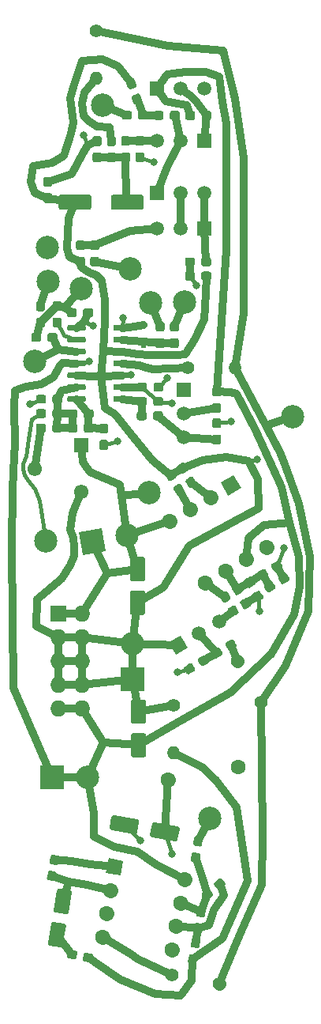
<source format=gbr>
G04 #@! TF.GenerationSoftware,KiCad,Pcbnew,(5.1.2-1)-1*
G04 #@! TF.CreationDate,2022-01-15T17:09:35-05:00*
G04 #@! TF.ProjectId,BF22 Clone,42463232-2043-46c6-9f6e-652e6b696361,rev?*
G04 #@! TF.SameCoordinates,Original*
G04 #@! TF.FileFunction,Copper,L1,Top*
G04 #@! TF.FilePolarity,Positive*
%FSLAX46Y46*%
G04 Gerber Fmt 4.6, Leading zero omitted, Abs format (unit mm)*
G04 Created by KiCad (PCBNEW (5.1.2-1)-1) date 2022-01-15 17:09:35*
%MOMM*%
%LPD*%
G04 APERTURE LIST*
%ADD10C,0.100000*%
%ADD11C,0.950000*%
%ADD12C,1.600000*%
%ADD13C,1.600000*%
%ADD14C,1.400000*%
%ADD15C,1.400000*%
%ADD16O,1.400000X1.400000*%
%ADD17C,2.499360*%
%ADD18C,1.500000*%
%ADD19R,1.500000X1.500000*%
%ADD20C,1.550000*%
%ADD21R,1.550000X1.550000*%
%ADD22R,0.500000X0.500000*%
%ADD23C,0.500000*%
%ADD24R,1.727200X1.727200*%
%ADD25O,1.727200X1.727200*%
%ADD26R,2.499360X2.499360*%
%ADD27C,0.600000*%
%ADD28C,0.800000*%
%ADD29C,0.812800*%
%ADD30C,0.406400*%
G04 APERTURE END LIST*
D10*
G36*
X17176092Y-103107111D02*
G01*
X17199215Y-103110027D01*
X17666999Y-103192510D01*
X17689726Y-103197679D01*
X17711837Y-103205050D01*
X17733119Y-103214553D01*
X17753367Y-103226097D01*
X17772386Y-103239569D01*
X17789992Y-103254841D01*
X17806017Y-103271764D01*
X17820307Y-103290178D01*
X17832722Y-103309903D01*
X17843144Y-103330750D01*
X17851473Y-103352518D01*
X17857628Y-103374998D01*
X17861550Y-103397972D01*
X17863201Y-103421221D01*
X17862566Y-103444519D01*
X17859650Y-103467644D01*
X17759802Y-104033909D01*
X17754633Y-104056635D01*
X17747262Y-104078746D01*
X17737759Y-104100028D01*
X17726215Y-104120276D01*
X17712743Y-104139295D01*
X17697471Y-104156901D01*
X17680547Y-104172927D01*
X17662134Y-104187216D01*
X17642409Y-104199631D01*
X17621562Y-104210054D01*
X17599794Y-104218382D01*
X17577314Y-104224537D01*
X17554340Y-104228459D01*
X17531091Y-104230110D01*
X17507792Y-104229475D01*
X17484669Y-104226559D01*
X17016885Y-104144076D01*
X16994158Y-104138907D01*
X16972047Y-104131536D01*
X16950765Y-104122033D01*
X16930517Y-104110489D01*
X16911498Y-104097017D01*
X16893892Y-104081745D01*
X16877867Y-104064822D01*
X16863577Y-104046408D01*
X16851162Y-104026683D01*
X16840740Y-104005836D01*
X16832411Y-103984068D01*
X16826256Y-103961588D01*
X16822334Y-103938614D01*
X16820683Y-103915365D01*
X16821318Y-103892067D01*
X16824234Y-103868942D01*
X16924082Y-103302677D01*
X16929251Y-103279951D01*
X16936622Y-103257840D01*
X16946125Y-103236558D01*
X16957669Y-103216310D01*
X16971141Y-103197291D01*
X16986413Y-103179685D01*
X17003337Y-103163659D01*
X17021750Y-103149370D01*
X17041475Y-103136955D01*
X17062322Y-103126532D01*
X17084090Y-103118204D01*
X17106570Y-103112049D01*
X17129544Y-103108127D01*
X17152793Y-103106476D01*
X17176092Y-103107111D01*
X17176092Y-103107111D01*
G37*
D11*
X17341942Y-103668293D03*
D10*
G36*
X16872208Y-104830525D02*
G01*
X16895331Y-104833441D01*
X17363115Y-104915924D01*
X17385842Y-104921093D01*
X17407953Y-104928464D01*
X17429235Y-104937967D01*
X17449483Y-104949511D01*
X17468502Y-104962983D01*
X17486108Y-104978255D01*
X17502133Y-104995178D01*
X17516423Y-105013592D01*
X17528838Y-105033317D01*
X17539260Y-105054164D01*
X17547589Y-105075932D01*
X17553744Y-105098412D01*
X17557666Y-105121386D01*
X17559317Y-105144635D01*
X17558682Y-105167933D01*
X17555766Y-105191058D01*
X17455918Y-105757323D01*
X17450749Y-105780049D01*
X17443378Y-105802160D01*
X17433875Y-105823442D01*
X17422331Y-105843690D01*
X17408859Y-105862709D01*
X17393587Y-105880315D01*
X17376663Y-105896341D01*
X17358250Y-105910630D01*
X17338525Y-105923045D01*
X17317678Y-105933468D01*
X17295910Y-105941796D01*
X17273430Y-105947951D01*
X17250456Y-105951873D01*
X17227207Y-105953524D01*
X17203908Y-105952889D01*
X17180785Y-105949973D01*
X16713001Y-105867490D01*
X16690274Y-105862321D01*
X16668163Y-105854950D01*
X16646881Y-105845447D01*
X16626633Y-105833903D01*
X16607614Y-105820431D01*
X16590008Y-105805159D01*
X16573983Y-105788236D01*
X16559693Y-105769822D01*
X16547278Y-105750097D01*
X16536856Y-105729250D01*
X16528527Y-105707482D01*
X16522372Y-105685002D01*
X16518450Y-105662028D01*
X16516799Y-105638779D01*
X16517434Y-105615481D01*
X16520350Y-105592356D01*
X16620198Y-105026091D01*
X16625367Y-105003365D01*
X16632738Y-104981254D01*
X16642241Y-104959972D01*
X16653785Y-104939724D01*
X16667257Y-104920705D01*
X16682529Y-104903099D01*
X16699453Y-104887073D01*
X16717866Y-104872784D01*
X16737591Y-104860369D01*
X16758438Y-104849946D01*
X16780206Y-104841618D01*
X16802686Y-104835463D01*
X16825660Y-104831541D01*
X16848909Y-104829890D01*
X16872208Y-104830525D01*
X16872208Y-104830525D01*
G37*
D11*
X17038058Y-105391707D03*
D12*
X29545765Y-95053199D03*
D13*
X29545765Y-95053199D02*
X29545765Y-95053199D01*
D12*
X37050000Y-93730000D03*
D10*
G36*
X21054504Y-32461204D02*
G01*
X21078773Y-32464804D01*
X21102571Y-32470765D01*
X21125671Y-32479030D01*
X21147849Y-32489520D01*
X21168893Y-32502133D01*
X21188598Y-32516747D01*
X21206777Y-32533223D01*
X21223253Y-32551402D01*
X21237867Y-32571107D01*
X21250480Y-32592151D01*
X21260970Y-32614329D01*
X21269235Y-32637429D01*
X21275196Y-32661227D01*
X21278796Y-32685496D01*
X21280000Y-32710000D01*
X21280000Y-33810000D01*
X21278796Y-33834504D01*
X21275196Y-33858773D01*
X21269235Y-33882571D01*
X21260970Y-33905671D01*
X21250480Y-33927849D01*
X21237867Y-33948893D01*
X21223253Y-33968598D01*
X21206777Y-33986777D01*
X21188598Y-34003253D01*
X21168893Y-34017867D01*
X21147849Y-34030480D01*
X21125671Y-34040970D01*
X21102571Y-34049235D01*
X21078773Y-34055196D01*
X21054504Y-34058796D01*
X21030000Y-34060000D01*
X18030000Y-34060000D01*
X18005496Y-34058796D01*
X17981227Y-34055196D01*
X17957429Y-34049235D01*
X17934329Y-34040970D01*
X17912151Y-34030480D01*
X17891107Y-34017867D01*
X17871402Y-34003253D01*
X17853223Y-33986777D01*
X17836747Y-33968598D01*
X17822133Y-33948893D01*
X17809520Y-33927849D01*
X17799030Y-33905671D01*
X17790765Y-33882571D01*
X17784804Y-33858773D01*
X17781204Y-33834504D01*
X17780000Y-33810000D01*
X17780000Y-32710000D01*
X17781204Y-32685496D01*
X17784804Y-32661227D01*
X17790765Y-32637429D01*
X17799030Y-32614329D01*
X17809520Y-32592151D01*
X17822133Y-32571107D01*
X17836747Y-32551402D01*
X17853223Y-32533223D01*
X17871402Y-32516747D01*
X17891107Y-32502133D01*
X17912151Y-32489520D01*
X17934329Y-32479030D01*
X17957429Y-32470765D01*
X17981227Y-32464804D01*
X18005496Y-32461204D01*
X18030000Y-32460000D01*
X21030000Y-32460000D01*
X21054504Y-32461204D01*
X21054504Y-32461204D01*
G37*
D12*
X19530000Y-33260000D03*
D10*
G36*
X26654504Y-32461204D02*
G01*
X26678773Y-32464804D01*
X26702571Y-32470765D01*
X26725671Y-32479030D01*
X26747849Y-32489520D01*
X26768893Y-32502133D01*
X26788598Y-32516747D01*
X26806777Y-32533223D01*
X26823253Y-32551402D01*
X26837867Y-32571107D01*
X26850480Y-32592151D01*
X26860970Y-32614329D01*
X26869235Y-32637429D01*
X26875196Y-32661227D01*
X26878796Y-32685496D01*
X26880000Y-32710000D01*
X26880000Y-33810000D01*
X26878796Y-33834504D01*
X26875196Y-33858773D01*
X26869235Y-33882571D01*
X26860970Y-33905671D01*
X26850480Y-33927849D01*
X26837867Y-33948893D01*
X26823253Y-33968598D01*
X26806777Y-33986777D01*
X26788598Y-34003253D01*
X26768893Y-34017867D01*
X26747849Y-34030480D01*
X26725671Y-34040970D01*
X26702571Y-34049235D01*
X26678773Y-34055196D01*
X26654504Y-34058796D01*
X26630000Y-34060000D01*
X23630000Y-34060000D01*
X23605496Y-34058796D01*
X23581227Y-34055196D01*
X23557429Y-34049235D01*
X23534329Y-34040970D01*
X23512151Y-34030480D01*
X23491107Y-34017867D01*
X23471402Y-34003253D01*
X23453223Y-33986777D01*
X23436747Y-33968598D01*
X23422133Y-33948893D01*
X23409520Y-33927849D01*
X23399030Y-33905671D01*
X23390765Y-33882571D01*
X23384804Y-33858773D01*
X23381204Y-33834504D01*
X23380000Y-33810000D01*
X23380000Y-32710000D01*
X23381204Y-32685496D01*
X23384804Y-32661227D01*
X23390765Y-32637429D01*
X23399030Y-32614329D01*
X23409520Y-32592151D01*
X23422133Y-32571107D01*
X23436747Y-32551402D01*
X23453223Y-32533223D01*
X23471402Y-32516747D01*
X23491107Y-32502133D01*
X23512151Y-32489520D01*
X23534329Y-32479030D01*
X23557429Y-32470765D01*
X23581227Y-32464804D01*
X23605496Y-32461204D01*
X23630000Y-32460000D01*
X26630000Y-32460000D01*
X26654504Y-32461204D01*
X26654504Y-32461204D01*
G37*
D12*
X25130000Y-33260000D03*
D14*
X34982823Y-116922133D03*
D15*
X34982823Y-116922133D02*
X34982823Y-116922133D01*
D14*
X29980000Y-116040000D03*
D16*
X30150000Y-92170000D03*
D14*
X30150000Y-87090000D03*
D16*
X21800000Y-19990000D03*
D14*
X21800000Y-14910000D03*
D17*
X42930000Y-56200000D03*
X27450000Y-64390000D03*
D16*
X36750000Y-50980000D03*
D14*
X31670000Y-50980000D03*
X36970000Y-82350591D03*
D15*
X36970000Y-82350591D02*
X36970000Y-82350591D01*
D14*
X39510000Y-86750000D03*
D17*
X27680000Y-43990000D03*
X15210000Y-50330000D03*
X16550000Y-38080000D03*
X16620000Y-41740000D03*
D18*
X30625788Y-80661731D03*
D10*
G36*
X31650307Y-80936250D02*
G01*
X30351269Y-81686250D01*
X29601269Y-80387212D01*
X30900307Y-79637212D01*
X31650307Y-80936250D01*
X31650307Y-80936250D01*
G37*
D18*
X35025197Y-78121731D03*
X32825493Y-79391731D03*
D19*
X28320000Y-21120000D03*
D18*
X33400000Y-21120000D03*
X30860000Y-21120000D03*
D12*
X40085168Y-70165862D03*
D13*
X40085168Y-70165862D02*
X40085168Y-70165862D01*
D12*
X29676054Y-67376748D03*
D13*
X29676054Y-67376748D02*
X29676054Y-67376748D01*
D12*
X37885463Y-71435862D03*
D13*
X37885463Y-71435862D02*
X37885463Y-71435862D01*
D12*
X31875759Y-66106748D03*
D13*
X31875759Y-66106748D02*
X31875759Y-66106748D01*
D12*
X35685759Y-72705862D03*
D13*
X35685759Y-72705862D02*
X35685759Y-72705862D01*
D12*
X34075463Y-64836748D03*
D13*
X34075463Y-64836748D02*
X34075463Y-64836748D01*
D12*
X33486054Y-73975862D03*
D13*
X33486054Y-73975862D02*
X33486054Y-73975862D01*
D12*
X36275168Y-63566748D03*
D10*
G36*
X35182348Y-63273928D02*
G01*
X36567988Y-62473928D01*
X37367988Y-63859568D01*
X35982348Y-64659568D01*
X35182348Y-63273928D01*
X35182348Y-63273928D01*
G37*
D20*
X15240000Y-61790000D03*
D21*
X20240000Y-59290000D03*
D20*
X20240000Y-64290000D03*
D10*
G36*
X26824504Y-71241204D02*
G01*
X26848773Y-71244804D01*
X26872571Y-71250765D01*
X26895671Y-71259030D01*
X26917849Y-71269520D01*
X26938893Y-71282133D01*
X26958598Y-71296747D01*
X26976777Y-71313223D01*
X26993253Y-71331402D01*
X27007867Y-71351107D01*
X27020480Y-71372151D01*
X27030970Y-71394329D01*
X27039235Y-71417429D01*
X27045196Y-71441227D01*
X27048796Y-71465496D01*
X27050000Y-71490000D01*
X27050000Y-73590000D01*
X27048796Y-73614504D01*
X27045196Y-73638773D01*
X27039235Y-73662571D01*
X27030970Y-73685671D01*
X27020480Y-73707849D01*
X27007867Y-73728893D01*
X26993253Y-73748598D01*
X26976777Y-73766777D01*
X26958598Y-73783253D01*
X26938893Y-73797867D01*
X26917849Y-73810480D01*
X26895671Y-73820970D01*
X26872571Y-73829235D01*
X26848773Y-73835196D01*
X26824504Y-73838796D01*
X26800000Y-73840000D01*
X25700000Y-73840000D01*
X25675496Y-73838796D01*
X25651227Y-73835196D01*
X25627429Y-73829235D01*
X25604329Y-73820970D01*
X25582151Y-73810480D01*
X25561107Y-73797867D01*
X25541402Y-73783253D01*
X25523223Y-73766777D01*
X25506747Y-73748598D01*
X25492133Y-73728893D01*
X25479520Y-73707849D01*
X25469030Y-73685671D01*
X25460765Y-73662571D01*
X25454804Y-73638773D01*
X25451204Y-73614504D01*
X25450000Y-73590000D01*
X25450000Y-71490000D01*
X25451204Y-71465496D01*
X25454804Y-71441227D01*
X25460765Y-71417429D01*
X25469030Y-71394329D01*
X25479520Y-71372151D01*
X25492133Y-71351107D01*
X25506747Y-71331402D01*
X25523223Y-71313223D01*
X25541402Y-71296747D01*
X25561107Y-71282133D01*
X25582151Y-71269520D01*
X25604329Y-71259030D01*
X25627429Y-71250765D01*
X25651227Y-71244804D01*
X25675496Y-71241204D01*
X25700000Y-71240000D01*
X26800000Y-71240000D01*
X26824504Y-71241204D01*
X26824504Y-71241204D01*
G37*
D12*
X26250000Y-72540000D03*
D10*
G36*
X26824504Y-74841204D02*
G01*
X26848773Y-74844804D01*
X26872571Y-74850765D01*
X26895671Y-74859030D01*
X26917849Y-74869520D01*
X26938893Y-74882133D01*
X26958598Y-74896747D01*
X26976777Y-74913223D01*
X26993253Y-74931402D01*
X27007867Y-74951107D01*
X27020480Y-74972151D01*
X27030970Y-74994329D01*
X27039235Y-75017429D01*
X27045196Y-75041227D01*
X27048796Y-75065496D01*
X27050000Y-75090000D01*
X27050000Y-77190000D01*
X27048796Y-77214504D01*
X27045196Y-77238773D01*
X27039235Y-77262571D01*
X27030970Y-77285671D01*
X27020480Y-77307849D01*
X27007867Y-77328893D01*
X26993253Y-77348598D01*
X26976777Y-77366777D01*
X26958598Y-77383253D01*
X26938893Y-77397867D01*
X26917849Y-77410480D01*
X26895671Y-77420970D01*
X26872571Y-77429235D01*
X26848773Y-77435196D01*
X26824504Y-77438796D01*
X26800000Y-77440000D01*
X25700000Y-77440000D01*
X25675496Y-77438796D01*
X25651227Y-77435196D01*
X25627429Y-77429235D01*
X25604329Y-77420970D01*
X25582151Y-77410480D01*
X25561107Y-77397867D01*
X25541402Y-77383253D01*
X25523223Y-77366777D01*
X25506747Y-77348598D01*
X25492133Y-77328893D01*
X25479520Y-77307849D01*
X25469030Y-77285671D01*
X25460765Y-77262571D01*
X25454804Y-77238773D01*
X25451204Y-77214504D01*
X25450000Y-77190000D01*
X25450000Y-75090000D01*
X25451204Y-75065496D01*
X25454804Y-75041227D01*
X25460765Y-75017429D01*
X25469030Y-74994329D01*
X25479520Y-74972151D01*
X25492133Y-74951107D01*
X25506747Y-74931402D01*
X25523223Y-74913223D01*
X25541402Y-74896747D01*
X25561107Y-74882133D01*
X25582151Y-74869520D01*
X25604329Y-74859030D01*
X25627429Y-74850765D01*
X25651227Y-74844804D01*
X25675496Y-74841204D01*
X25700000Y-74840000D01*
X26800000Y-74840000D01*
X26824504Y-74841204D01*
X26824504Y-74841204D01*
G37*
D12*
X26250000Y-76140000D03*
D10*
G36*
X26924504Y-86501204D02*
G01*
X26948773Y-86504804D01*
X26972571Y-86510765D01*
X26995671Y-86519030D01*
X27017849Y-86529520D01*
X27038893Y-86542133D01*
X27058598Y-86556747D01*
X27076777Y-86573223D01*
X27093253Y-86591402D01*
X27107867Y-86611107D01*
X27120480Y-86632151D01*
X27130970Y-86654329D01*
X27139235Y-86677429D01*
X27145196Y-86701227D01*
X27148796Y-86725496D01*
X27150000Y-86750000D01*
X27150000Y-88850000D01*
X27148796Y-88874504D01*
X27145196Y-88898773D01*
X27139235Y-88922571D01*
X27130970Y-88945671D01*
X27120480Y-88967849D01*
X27107867Y-88988893D01*
X27093253Y-89008598D01*
X27076777Y-89026777D01*
X27058598Y-89043253D01*
X27038893Y-89057867D01*
X27017849Y-89070480D01*
X26995671Y-89080970D01*
X26972571Y-89089235D01*
X26948773Y-89095196D01*
X26924504Y-89098796D01*
X26900000Y-89100000D01*
X25800000Y-89100000D01*
X25775496Y-89098796D01*
X25751227Y-89095196D01*
X25727429Y-89089235D01*
X25704329Y-89080970D01*
X25682151Y-89070480D01*
X25661107Y-89057867D01*
X25641402Y-89043253D01*
X25623223Y-89026777D01*
X25606747Y-89008598D01*
X25592133Y-88988893D01*
X25579520Y-88967849D01*
X25569030Y-88945671D01*
X25560765Y-88922571D01*
X25554804Y-88898773D01*
X25551204Y-88874504D01*
X25550000Y-88850000D01*
X25550000Y-86750000D01*
X25551204Y-86725496D01*
X25554804Y-86701227D01*
X25560765Y-86677429D01*
X25569030Y-86654329D01*
X25579520Y-86632151D01*
X25592133Y-86611107D01*
X25606747Y-86591402D01*
X25623223Y-86573223D01*
X25641402Y-86556747D01*
X25661107Y-86542133D01*
X25682151Y-86529520D01*
X25704329Y-86519030D01*
X25727429Y-86510765D01*
X25751227Y-86504804D01*
X25775496Y-86501204D01*
X25800000Y-86500000D01*
X26900000Y-86500000D01*
X26924504Y-86501204D01*
X26924504Y-86501204D01*
G37*
D12*
X26350000Y-87800000D03*
D10*
G36*
X26924504Y-90101204D02*
G01*
X26948773Y-90104804D01*
X26972571Y-90110765D01*
X26995671Y-90119030D01*
X27017849Y-90129520D01*
X27038893Y-90142133D01*
X27058598Y-90156747D01*
X27076777Y-90173223D01*
X27093253Y-90191402D01*
X27107867Y-90211107D01*
X27120480Y-90232151D01*
X27130970Y-90254329D01*
X27139235Y-90277429D01*
X27145196Y-90301227D01*
X27148796Y-90325496D01*
X27150000Y-90350000D01*
X27150000Y-92450000D01*
X27148796Y-92474504D01*
X27145196Y-92498773D01*
X27139235Y-92522571D01*
X27130970Y-92545671D01*
X27120480Y-92567849D01*
X27107867Y-92588893D01*
X27093253Y-92608598D01*
X27076777Y-92626777D01*
X27058598Y-92643253D01*
X27038893Y-92657867D01*
X27017849Y-92670480D01*
X26995671Y-92680970D01*
X26972571Y-92689235D01*
X26948773Y-92695196D01*
X26924504Y-92698796D01*
X26900000Y-92700000D01*
X25800000Y-92700000D01*
X25775496Y-92698796D01*
X25751227Y-92695196D01*
X25727429Y-92689235D01*
X25704329Y-92680970D01*
X25682151Y-92670480D01*
X25661107Y-92657867D01*
X25641402Y-92643253D01*
X25623223Y-92626777D01*
X25606747Y-92608598D01*
X25592133Y-92588893D01*
X25579520Y-92567849D01*
X25569030Y-92545671D01*
X25560765Y-92522571D01*
X25554804Y-92498773D01*
X25551204Y-92474504D01*
X25550000Y-92450000D01*
X25550000Y-90350000D01*
X25551204Y-90325496D01*
X25554804Y-90301227D01*
X25560765Y-90277429D01*
X25569030Y-90254329D01*
X25579520Y-90232151D01*
X25592133Y-90211107D01*
X25606747Y-90191402D01*
X25623223Y-90173223D01*
X25641402Y-90156747D01*
X25661107Y-90142133D01*
X25682151Y-90129520D01*
X25704329Y-90119030D01*
X25727429Y-90110765D01*
X25751227Y-90104804D01*
X25775496Y-90101204D01*
X25800000Y-90100000D01*
X26900000Y-90100000D01*
X26924504Y-90101204D01*
X26924504Y-90101204D01*
G37*
D12*
X26350000Y-91400000D03*
D10*
G36*
X28057654Y-99659000D02*
G01*
X28081995Y-99662070D01*
X30544014Y-100096190D01*
X30567937Y-100101631D01*
X30591211Y-100109390D01*
X30613613Y-100119393D01*
X30634927Y-100131544D01*
X30654947Y-100145726D01*
X30673480Y-100161801D01*
X30690349Y-100179616D01*
X30705390Y-100198998D01*
X30718459Y-100219761D01*
X30729430Y-100241705D01*
X30738197Y-100264619D01*
X30744676Y-100288282D01*
X30748804Y-100312466D01*
X30750543Y-100336938D01*
X30749874Y-100361463D01*
X30746804Y-100385804D01*
X30555791Y-101469092D01*
X30550350Y-101493015D01*
X30542591Y-101516290D01*
X30532588Y-101538691D01*
X30520437Y-101560005D01*
X30506255Y-101580025D01*
X30490180Y-101598558D01*
X30472365Y-101615427D01*
X30452983Y-101630468D01*
X30432220Y-101643537D01*
X30410276Y-101654508D01*
X30387362Y-101663275D01*
X30363699Y-101669754D01*
X30339515Y-101673882D01*
X30315043Y-101675621D01*
X30290518Y-101674952D01*
X30266177Y-101671882D01*
X27804158Y-101237762D01*
X27780235Y-101232321D01*
X27756961Y-101224562D01*
X27734559Y-101214559D01*
X27713245Y-101202408D01*
X27693225Y-101188226D01*
X27674692Y-101172151D01*
X27657823Y-101154336D01*
X27642782Y-101134954D01*
X27629713Y-101114191D01*
X27618742Y-101092247D01*
X27609975Y-101069333D01*
X27603496Y-101045670D01*
X27599368Y-101021486D01*
X27597629Y-100997014D01*
X27598298Y-100972489D01*
X27601368Y-100948148D01*
X27792381Y-99864860D01*
X27797822Y-99840937D01*
X27805581Y-99817662D01*
X27815584Y-99795261D01*
X27827735Y-99773947D01*
X27841917Y-99753927D01*
X27857992Y-99735394D01*
X27875807Y-99718525D01*
X27895189Y-99703484D01*
X27915952Y-99690415D01*
X27937896Y-99679444D01*
X27960810Y-99670677D01*
X27984473Y-99664198D01*
X28008657Y-99660070D01*
X28033129Y-99658331D01*
X28057654Y-99659000D01*
X28057654Y-99659000D01*
G37*
D12*
X29174086Y-100666976D03*
D10*
G36*
X23724500Y-98894948D02*
G01*
X23748841Y-98898018D01*
X26210860Y-99332138D01*
X26234783Y-99337579D01*
X26258057Y-99345338D01*
X26280459Y-99355341D01*
X26301773Y-99367492D01*
X26321793Y-99381674D01*
X26340326Y-99397749D01*
X26357195Y-99415564D01*
X26372236Y-99434946D01*
X26385305Y-99455709D01*
X26396276Y-99477653D01*
X26405043Y-99500567D01*
X26411522Y-99524230D01*
X26415650Y-99548414D01*
X26417389Y-99572886D01*
X26416720Y-99597411D01*
X26413650Y-99621752D01*
X26222637Y-100705040D01*
X26217196Y-100728963D01*
X26209437Y-100752238D01*
X26199434Y-100774639D01*
X26187283Y-100795953D01*
X26173101Y-100815973D01*
X26157026Y-100834506D01*
X26139211Y-100851375D01*
X26119829Y-100866416D01*
X26099066Y-100879485D01*
X26077122Y-100890456D01*
X26054208Y-100899223D01*
X26030545Y-100905702D01*
X26006361Y-100909830D01*
X25981889Y-100911569D01*
X25957364Y-100910900D01*
X25933023Y-100907830D01*
X23471004Y-100473710D01*
X23447081Y-100468269D01*
X23423807Y-100460510D01*
X23401405Y-100450507D01*
X23380091Y-100438356D01*
X23360071Y-100424174D01*
X23341538Y-100408099D01*
X23324669Y-100390284D01*
X23309628Y-100370902D01*
X23296559Y-100350139D01*
X23285588Y-100328195D01*
X23276821Y-100305281D01*
X23270342Y-100281618D01*
X23266214Y-100257434D01*
X23264475Y-100232962D01*
X23265144Y-100208437D01*
X23268214Y-100184096D01*
X23459227Y-99100808D01*
X23464668Y-99076885D01*
X23472427Y-99053610D01*
X23482430Y-99031209D01*
X23494581Y-99009895D01*
X23508763Y-98989875D01*
X23524838Y-98971342D01*
X23542653Y-98954473D01*
X23562035Y-98939432D01*
X23582798Y-98926363D01*
X23604742Y-98915392D01*
X23627656Y-98906625D01*
X23651319Y-98900146D01*
X23675503Y-98896018D01*
X23699975Y-98894279D01*
X23724500Y-98894948D01*
X23724500Y-98894948D01*
G37*
D12*
X24840932Y-99902924D03*
D10*
G36*
X17256638Y-110295007D02*
G01*
X17280979Y-110298077D01*
X18364268Y-110489090D01*
X18388191Y-110494531D01*
X18411465Y-110502290D01*
X18433867Y-110512293D01*
X18455181Y-110524444D01*
X18475201Y-110538626D01*
X18493734Y-110554701D01*
X18510603Y-110572516D01*
X18525644Y-110591898D01*
X18538713Y-110612661D01*
X18549684Y-110634605D01*
X18558451Y-110657519D01*
X18564930Y-110681182D01*
X18569058Y-110705366D01*
X18570797Y-110729838D01*
X18570128Y-110754363D01*
X18567058Y-110778704D01*
X18202397Y-112846801D01*
X18196956Y-112870724D01*
X18189197Y-112893998D01*
X18179194Y-112916400D01*
X18167043Y-112937714D01*
X18152861Y-112957734D01*
X18136786Y-112976267D01*
X18118971Y-112993136D01*
X18099589Y-113008177D01*
X18078826Y-113021246D01*
X18056882Y-113032217D01*
X18033968Y-113040984D01*
X18010305Y-113047463D01*
X17986121Y-113051591D01*
X17961649Y-113053330D01*
X17937124Y-113052661D01*
X17912783Y-113049591D01*
X16829494Y-112858578D01*
X16805571Y-112853137D01*
X16782297Y-112845378D01*
X16759895Y-112835375D01*
X16738581Y-112823224D01*
X16718561Y-112809042D01*
X16700028Y-112792967D01*
X16683159Y-112775152D01*
X16668118Y-112755770D01*
X16655049Y-112735007D01*
X16644078Y-112713063D01*
X16635311Y-112690149D01*
X16628832Y-112666486D01*
X16624704Y-112642302D01*
X16622965Y-112617830D01*
X16623634Y-112593305D01*
X16626704Y-112568964D01*
X16991365Y-110500867D01*
X16996806Y-110476944D01*
X17004565Y-110453670D01*
X17014568Y-110431268D01*
X17026719Y-110409954D01*
X17040901Y-110389934D01*
X17056976Y-110371401D01*
X17074791Y-110354532D01*
X17094173Y-110339491D01*
X17114936Y-110326422D01*
X17136880Y-110315451D01*
X17159794Y-110306684D01*
X17183457Y-110300205D01*
X17207641Y-110296077D01*
X17232113Y-110294338D01*
X17256638Y-110295007D01*
X17256638Y-110295007D01*
G37*
D12*
X17596881Y-111673834D03*
D10*
G36*
X17881772Y-106749699D02*
G01*
X17906113Y-106752769D01*
X18989402Y-106943782D01*
X19013325Y-106949223D01*
X19036599Y-106956982D01*
X19059001Y-106966985D01*
X19080315Y-106979136D01*
X19100335Y-106993318D01*
X19118868Y-107009393D01*
X19135737Y-107027208D01*
X19150778Y-107046590D01*
X19163847Y-107067353D01*
X19174818Y-107089297D01*
X19183585Y-107112211D01*
X19190064Y-107135874D01*
X19194192Y-107160058D01*
X19195931Y-107184530D01*
X19195262Y-107209055D01*
X19192192Y-107233396D01*
X18827531Y-109301493D01*
X18822090Y-109325416D01*
X18814331Y-109348690D01*
X18804328Y-109371092D01*
X18792177Y-109392406D01*
X18777995Y-109412426D01*
X18761920Y-109430959D01*
X18744105Y-109447828D01*
X18724723Y-109462869D01*
X18703960Y-109475938D01*
X18682016Y-109486909D01*
X18659102Y-109495676D01*
X18635439Y-109502155D01*
X18611255Y-109506283D01*
X18586783Y-109508022D01*
X18562258Y-109507353D01*
X18537917Y-109504283D01*
X17454628Y-109313270D01*
X17430705Y-109307829D01*
X17407431Y-109300070D01*
X17385029Y-109290067D01*
X17363715Y-109277916D01*
X17343695Y-109263734D01*
X17325162Y-109247659D01*
X17308293Y-109229844D01*
X17293252Y-109210462D01*
X17280183Y-109189699D01*
X17269212Y-109167755D01*
X17260445Y-109144841D01*
X17253966Y-109121178D01*
X17249838Y-109096994D01*
X17248099Y-109072522D01*
X17248768Y-109047997D01*
X17251838Y-109023656D01*
X17616499Y-106955559D01*
X17621940Y-106931636D01*
X17629699Y-106908362D01*
X17639702Y-106885960D01*
X17651853Y-106864646D01*
X17666035Y-106844626D01*
X17682110Y-106826093D01*
X17699925Y-106809224D01*
X17719307Y-106794183D01*
X17740070Y-106781114D01*
X17762014Y-106770143D01*
X17784928Y-106761376D01*
X17808591Y-106754897D01*
X17832775Y-106750769D01*
X17857247Y-106749030D01*
X17881772Y-106749699D01*
X17881772Y-106749699D01*
G37*
D12*
X18222015Y-108128526D03*
D10*
G36*
X19565779Y-56966144D02*
G01*
X19588834Y-56969563D01*
X19611443Y-56975227D01*
X19633387Y-56983079D01*
X19654457Y-56993044D01*
X19674448Y-57005026D01*
X19693168Y-57018910D01*
X19710438Y-57034562D01*
X19726090Y-57051832D01*
X19739974Y-57070552D01*
X19751956Y-57090543D01*
X19761921Y-57111613D01*
X19769773Y-57133557D01*
X19775437Y-57156166D01*
X19778856Y-57179221D01*
X19780000Y-57202500D01*
X19780000Y-57677500D01*
X19778856Y-57700779D01*
X19775437Y-57723834D01*
X19769773Y-57746443D01*
X19761921Y-57768387D01*
X19751956Y-57789457D01*
X19739974Y-57809448D01*
X19726090Y-57828168D01*
X19710438Y-57845438D01*
X19693168Y-57861090D01*
X19674448Y-57874974D01*
X19654457Y-57886956D01*
X19633387Y-57896921D01*
X19611443Y-57904773D01*
X19588834Y-57910437D01*
X19565779Y-57913856D01*
X19542500Y-57915000D01*
X18967500Y-57915000D01*
X18944221Y-57913856D01*
X18921166Y-57910437D01*
X18898557Y-57904773D01*
X18876613Y-57896921D01*
X18855543Y-57886956D01*
X18835552Y-57874974D01*
X18816832Y-57861090D01*
X18799562Y-57845438D01*
X18783910Y-57828168D01*
X18770026Y-57809448D01*
X18758044Y-57789457D01*
X18748079Y-57768387D01*
X18740227Y-57746443D01*
X18734563Y-57723834D01*
X18731144Y-57700779D01*
X18730000Y-57677500D01*
X18730000Y-57202500D01*
X18731144Y-57179221D01*
X18734563Y-57156166D01*
X18740227Y-57133557D01*
X18748079Y-57111613D01*
X18758044Y-57090543D01*
X18770026Y-57070552D01*
X18783910Y-57051832D01*
X18799562Y-57034562D01*
X18816832Y-57018910D01*
X18835552Y-57005026D01*
X18855543Y-56993044D01*
X18876613Y-56983079D01*
X18898557Y-56975227D01*
X18921166Y-56969563D01*
X18944221Y-56966144D01*
X18967500Y-56965000D01*
X19542500Y-56965000D01*
X19565779Y-56966144D01*
X19565779Y-56966144D01*
G37*
D11*
X19255000Y-57440000D03*
D10*
G36*
X21315779Y-56966144D02*
G01*
X21338834Y-56969563D01*
X21361443Y-56975227D01*
X21383387Y-56983079D01*
X21404457Y-56993044D01*
X21424448Y-57005026D01*
X21443168Y-57018910D01*
X21460438Y-57034562D01*
X21476090Y-57051832D01*
X21489974Y-57070552D01*
X21501956Y-57090543D01*
X21511921Y-57111613D01*
X21519773Y-57133557D01*
X21525437Y-57156166D01*
X21528856Y-57179221D01*
X21530000Y-57202500D01*
X21530000Y-57677500D01*
X21528856Y-57700779D01*
X21525437Y-57723834D01*
X21519773Y-57746443D01*
X21511921Y-57768387D01*
X21501956Y-57789457D01*
X21489974Y-57809448D01*
X21476090Y-57828168D01*
X21460438Y-57845438D01*
X21443168Y-57861090D01*
X21424448Y-57874974D01*
X21404457Y-57886956D01*
X21383387Y-57896921D01*
X21361443Y-57904773D01*
X21338834Y-57910437D01*
X21315779Y-57913856D01*
X21292500Y-57915000D01*
X20717500Y-57915000D01*
X20694221Y-57913856D01*
X20671166Y-57910437D01*
X20648557Y-57904773D01*
X20626613Y-57896921D01*
X20605543Y-57886956D01*
X20585552Y-57874974D01*
X20566832Y-57861090D01*
X20549562Y-57845438D01*
X20533910Y-57828168D01*
X20520026Y-57809448D01*
X20508044Y-57789457D01*
X20498079Y-57768387D01*
X20490227Y-57746443D01*
X20484563Y-57723834D01*
X20481144Y-57700779D01*
X20480000Y-57677500D01*
X20480000Y-57202500D01*
X20481144Y-57179221D01*
X20484563Y-57156166D01*
X20490227Y-57133557D01*
X20498079Y-57111613D01*
X20508044Y-57090543D01*
X20520026Y-57070552D01*
X20533910Y-57051832D01*
X20549562Y-57034562D01*
X20566832Y-57018910D01*
X20585552Y-57005026D01*
X20605543Y-56993044D01*
X20626613Y-56983079D01*
X20648557Y-56975227D01*
X20671166Y-56969563D01*
X20694221Y-56966144D01*
X20717500Y-56965000D01*
X21292500Y-56965000D01*
X21315779Y-56966144D01*
X21315779Y-56966144D01*
G37*
D11*
X21005000Y-57440000D03*
D10*
G36*
X33925779Y-39166144D02*
G01*
X33948834Y-39169563D01*
X33971443Y-39175227D01*
X33993387Y-39183079D01*
X34014457Y-39193044D01*
X34034448Y-39205026D01*
X34053168Y-39218910D01*
X34070438Y-39234562D01*
X34086090Y-39251832D01*
X34099974Y-39270552D01*
X34111956Y-39290543D01*
X34121921Y-39311613D01*
X34129773Y-39333557D01*
X34135437Y-39356166D01*
X34138856Y-39379221D01*
X34140000Y-39402500D01*
X34140000Y-39877500D01*
X34138856Y-39900779D01*
X34135437Y-39923834D01*
X34129773Y-39946443D01*
X34121921Y-39968387D01*
X34111956Y-39989457D01*
X34099974Y-40009448D01*
X34086090Y-40028168D01*
X34070438Y-40045438D01*
X34053168Y-40061090D01*
X34034448Y-40074974D01*
X34014457Y-40086956D01*
X33993387Y-40096921D01*
X33971443Y-40104773D01*
X33948834Y-40110437D01*
X33925779Y-40113856D01*
X33902500Y-40115000D01*
X33327500Y-40115000D01*
X33304221Y-40113856D01*
X33281166Y-40110437D01*
X33258557Y-40104773D01*
X33236613Y-40096921D01*
X33215543Y-40086956D01*
X33195552Y-40074974D01*
X33176832Y-40061090D01*
X33159562Y-40045438D01*
X33143910Y-40028168D01*
X33130026Y-40009448D01*
X33118044Y-39989457D01*
X33108079Y-39968387D01*
X33100227Y-39946443D01*
X33094563Y-39923834D01*
X33091144Y-39900779D01*
X33090000Y-39877500D01*
X33090000Y-39402500D01*
X33091144Y-39379221D01*
X33094563Y-39356166D01*
X33100227Y-39333557D01*
X33108079Y-39311613D01*
X33118044Y-39290543D01*
X33130026Y-39270552D01*
X33143910Y-39251832D01*
X33159562Y-39234562D01*
X33176832Y-39218910D01*
X33195552Y-39205026D01*
X33215543Y-39193044D01*
X33236613Y-39183079D01*
X33258557Y-39175227D01*
X33281166Y-39169563D01*
X33304221Y-39166144D01*
X33327500Y-39165000D01*
X33902500Y-39165000D01*
X33925779Y-39166144D01*
X33925779Y-39166144D01*
G37*
D11*
X33615000Y-39640000D03*
D10*
G36*
X32175779Y-39166144D02*
G01*
X32198834Y-39169563D01*
X32221443Y-39175227D01*
X32243387Y-39183079D01*
X32264457Y-39193044D01*
X32284448Y-39205026D01*
X32303168Y-39218910D01*
X32320438Y-39234562D01*
X32336090Y-39251832D01*
X32349974Y-39270552D01*
X32361956Y-39290543D01*
X32371921Y-39311613D01*
X32379773Y-39333557D01*
X32385437Y-39356166D01*
X32388856Y-39379221D01*
X32390000Y-39402500D01*
X32390000Y-39877500D01*
X32388856Y-39900779D01*
X32385437Y-39923834D01*
X32379773Y-39946443D01*
X32371921Y-39968387D01*
X32361956Y-39989457D01*
X32349974Y-40009448D01*
X32336090Y-40028168D01*
X32320438Y-40045438D01*
X32303168Y-40061090D01*
X32284448Y-40074974D01*
X32264457Y-40086956D01*
X32243387Y-40096921D01*
X32221443Y-40104773D01*
X32198834Y-40110437D01*
X32175779Y-40113856D01*
X32152500Y-40115000D01*
X31577500Y-40115000D01*
X31554221Y-40113856D01*
X31531166Y-40110437D01*
X31508557Y-40104773D01*
X31486613Y-40096921D01*
X31465543Y-40086956D01*
X31445552Y-40074974D01*
X31426832Y-40061090D01*
X31409562Y-40045438D01*
X31393910Y-40028168D01*
X31380026Y-40009448D01*
X31368044Y-39989457D01*
X31358079Y-39968387D01*
X31350227Y-39946443D01*
X31344563Y-39923834D01*
X31341144Y-39900779D01*
X31340000Y-39877500D01*
X31340000Y-39402500D01*
X31341144Y-39379221D01*
X31344563Y-39356166D01*
X31350227Y-39333557D01*
X31358079Y-39311613D01*
X31368044Y-39290543D01*
X31380026Y-39270552D01*
X31393910Y-39251832D01*
X31409562Y-39234562D01*
X31426832Y-39218910D01*
X31445552Y-39205026D01*
X31465543Y-39193044D01*
X31486613Y-39183079D01*
X31508557Y-39175227D01*
X31531166Y-39169563D01*
X31554221Y-39166144D01*
X31577500Y-39165000D01*
X32152500Y-39165000D01*
X32175779Y-39166144D01*
X32175779Y-39166144D01*
G37*
D11*
X31865000Y-39640000D03*
D10*
G36*
X28805779Y-23486144D02*
G01*
X28828834Y-23489563D01*
X28851443Y-23495227D01*
X28873387Y-23503079D01*
X28894457Y-23513044D01*
X28914448Y-23525026D01*
X28933168Y-23538910D01*
X28950438Y-23554562D01*
X28966090Y-23571832D01*
X28979974Y-23590552D01*
X28991956Y-23610543D01*
X29001921Y-23631613D01*
X29009773Y-23653557D01*
X29015437Y-23676166D01*
X29018856Y-23699221D01*
X29020000Y-23722500D01*
X29020000Y-24197500D01*
X29018856Y-24220779D01*
X29015437Y-24243834D01*
X29009773Y-24266443D01*
X29001921Y-24288387D01*
X28991956Y-24309457D01*
X28979974Y-24329448D01*
X28966090Y-24348168D01*
X28950438Y-24365438D01*
X28933168Y-24381090D01*
X28914448Y-24394974D01*
X28894457Y-24406956D01*
X28873387Y-24416921D01*
X28851443Y-24424773D01*
X28828834Y-24430437D01*
X28805779Y-24433856D01*
X28782500Y-24435000D01*
X28207500Y-24435000D01*
X28184221Y-24433856D01*
X28161166Y-24430437D01*
X28138557Y-24424773D01*
X28116613Y-24416921D01*
X28095543Y-24406956D01*
X28075552Y-24394974D01*
X28056832Y-24381090D01*
X28039562Y-24365438D01*
X28023910Y-24348168D01*
X28010026Y-24329448D01*
X27998044Y-24309457D01*
X27988079Y-24288387D01*
X27980227Y-24266443D01*
X27974563Y-24243834D01*
X27971144Y-24220779D01*
X27970000Y-24197500D01*
X27970000Y-23722500D01*
X27971144Y-23699221D01*
X27974563Y-23676166D01*
X27980227Y-23653557D01*
X27988079Y-23631613D01*
X27998044Y-23610543D01*
X28010026Y-23590552D01*
X28023910Y-23571832D01*
X28039562Y-23554562D01*
X28056832Y-23538910D01*
X28075552Y-23525026D01*
X28095543Y-23513044D01*
X28116613Y-23503079D01*
X28138557Y-23495227D01*
X28161166Y-23489563D01*
X28184221Y-23486144D01*
X28207500Y-23485000D01*
X28782500Y-23485000D01*
X28805779Y-23486144D01*
X28805779Y-23486144D01*
G37*
D11*
X28495000Y-23960000D03*
D10*
G36*
X30555779Y-23486144D02*
G01*
X30578834Y-23489563D01*
X30601443Y-23495227D01*
X30623387Y-23503079D01*
X30644457Y-23513044D01*
X30664448Y-23525026D01*
X30683168Y-23538910D01*
X30700438Y-23554562D01*
X30716090Y-23571832D01*
X30729974Y-23590552D01*
X30741956Y-23610543D01*
X30751921Y-23631613D01*
X30759773Y-23653557D01*
X30765437Y-23676166D01*
X30768856Y-23699221D01*
X30770000Y-23722500D01*
X30770000Y-24197500D01*
X30768856Y-24220779D01*
X30765437Y-24243834D01*
X30759773Y-24266443D01*
X30751921Y-24288387D01*
X30741956Y-24309457D01*
X30729974Y-24329448D01*
X30716090Y-24348168D01*
X30700438Y-24365438D01*
X30683168Y-24381090D01*
X30664448Y-24394974D01*
X30644457Y-24406956D01*
X30623387Y-24416921D01*
X30601443Y-24424773D01*
X30578834Y-24430437D01*
X30555779Y-24433856D01*
X30532500Y-24435000D01*
X29957500Y-24435000D01*
X29934221Y-24433856D01*
X29911166Y-24430437D01*
X29888557Y-24424773D01*
X29866613Y-24416921D01*
X29845543Y-24406956D01*
X29825552Y-24394974D01*
X29806832Y-24381090D01*
X29789562Y-24365438D01*
X29773910Y-24348168D01*
X29760026Y-24329448D01*
X29748044Y-24309457D01*
X29738079Y-24288387D01*
X29730227Y-24266443D01*
X29724563Y-24243834D01*
X29721144Y-24220779D01*
X29720000Y-24197500D01*
X29720000Y-23722500D01*
X29721144Y-23699221D01*
X29724563Y-23676166D01*
X29730227Y-23653557D01*
X29738079Y-23631613D01*
X29748044Y-23610543D01*
X29760026Y-23590552D01*
X29773910Y-23571832D01*
X29789562Y-23554562D01*
X29806832Y-23538910D01*
X29825552Y-23525026D01*
X29845543Y-23513044D01*
X29866613Y-23503079D01*
X29888557Y-23495227D01*
X29911166Y-23489563D01*
X29934221Y-23486144D01*
X29957500Y-23485000D01*
X30532500Y-23485000D01*
X30555779Y-23486144D01*
X30555779Y-23486144D01*
G37*
D11*
X30245000Y-23960000D03*
D10*
G36*
X39811778Y-72523437D02*
G01*
X39834933Y-72526101D01*
X39857714Y-72531022D01*
X39879904Y-72538151D01*
X39901288Y-72547422D01*
X39921661Y-72558743D01*
X39940826Y-72572008D01*
X39958598Y-72587086D01*
X39974807Y-72603834D01*
X39989296Y-72622090D01*
X40001926Y-72641679D01*
X40239426Y-73053041D01*
X40250075Y-73073773D01*
X40258641Y-73095449D01*
X40265041Y-73117860D01*
X40269213Y-73140791D01*
X40271118Y-73164020D01*
X40270736Y-73187324D01*
X40268073Y-73210479D01*
X40263152Y-73233261D01*
X40256023Y-73255450D01*
X40246752Y-73276835D01*
X40235431Y-73297207D01*
X40222166Y-73316372D01*
X40207088Y-73334144D01*
X40190340Y-73350353D01*
X40172083Y-73364842D01*
X40152495Y-73377472D01*
X39654531Y-73664972D01*
X39633799Y-73675621D01*
X39612123Y-73684187D01*
X39589712Y-73690587D01*
X39566781Y-73694759D01*
X39543552Y-73696664D01*
X39520248Y-73696283D01*
X39497093Y-73693619D01*
X39474312Y-73688698D01*
X39452122Y-73681569D01*
X39430738Y-73672298D01*
X39410365Y-73660977D01*
X39391200Y-73647712D01*
X39373428Y-73632634D01*
X39357219Y-73615886D01*
X39342730Y-73597630D01*
X39330100Y-73578041D01*
X39092600Y-73166679D01*
X39081951Y-73145947D01*
X39073385Y-73124271D01*
X39066985Y-73101860D01*
X39062813Y-73078929D01*
X39060908Y-73055700D01*
X39061290Y-73032396D01*
X39063953Y-73009241D01*
X39068874Y-72986459D01*
X39076003Y-72964270D01*
X39085274Y-72942885D01*
X39096595Y-72922513D01*
X39109860Y-72903348D01*
X39124938Y-72885576D01*
X39141686Y-72869367D01*
X39159943Y-72854878D01*
X39179531Y-72842248D01*
X39677495Y-72554748D01*
X39698227Y-72544099D01*
X39719903Y-72535533D01*
X39742314Y-72529133D01*
X39765245Y-72524961D01*
X39788474Y-72523056D01*
X39811778Y-72523437D01*
X39811778Y-72523437D01*
G37*
D11*
X39666013Y-73109860D03*
D10*
G36*
X41327322Y-71648437D02*
G01*
X41350477Y-71651101D01*
X41373258Y-71656022D01*
X41395448Y-71663151D01*
X41416832Y-71672422D01*
X41437205Y-71683743D01*
X41456370Y-71697008D01*
X41474142Y-71712086D01*
X41490351Y-71728834D01*
X41504840Y-71747090D01*
X41517470Y-71766679D01*
X41754970Y-72178041D01*
X41765619Y-72198773D01*
X41774185Y-72220449D01*
X41780585Y-72242860D01*
X41784757Y-72265791D01*
X41786662Y-72289020D01*
X41786280Y-72312324D01*
X41783617Y-72335479D01*
X41778696Y-72358261D01*
X41771567Y-72380450D01*
X41762296Y-72401835D01*
X41750975Y-72422207D01*
X41737710Y-72441372D01*
X41722632Y-72459144D01*
X41705884Y-72475353D01*
X41687627Y-72489842D01*
X41668039Y-72502472D01*
X41170075Y-72789972D01*
X41149343Y-72800621D01*
X41127667Y-72809187D01*
X41105256Y-72815587D01*
X41082325Y-72819759D01*
X41059096Y-72821664D01*
X41035792Y-72821283D01*
X41012637Y-72818619D01*
X40989856Y-72813698D01*
X40967666Y-72806569D01*
X40946282Y-72797298D01*
X40925909Y-72785977D01*
X40906744Y-72772712D01*
X40888972Y-72757634D01*
X40872763Y-72740886D01*
X40858274Y-72722630D01*
X40845644Y-72703041D01*
X40608144Y-72291679D01*
X40597495Y-72270947D01*
X40588929Y-72249271D01*
X40582529Y-72226860D01*
X40578357Y-72203929D01*
X40576452Y-72180700D01*
X40576834Y-72157396D01*
X40579497Y-72134241D01*
X40584418Y-72111459D01*
X40591547Y-72089270D01*
X40600818Y-72067885D01*
X40612139Y-72047513D01*
X40625404Y-72028348D01*
X40640482Y-72010576D01*
X40657230Y-71994367D01*
X40675487Y-71979878D01*
X40695075Y-71967248D01*
X41193039Y-71679748D01*
X41213771Y-71669099D01*
X41235447Y-71660533D01*
X41257858Y-71654133D01*
X41280789Y-71649961D01*
X41304018Y-71648056D01*
X41327322Y-71648437D01*
X41327322Y-71648437D01*
G37*
D11*
X41181557Y-72234860D03*
D10*
G36*
X38367345Y-73351608D02*
G01*
X38390500Y-73354271D01*
X38413282Y-73359192D01*
X38435471Y-73366321D01*
X38456856Y-73375592D01*
X38477228Y-73386913D01*
X38496393Y-73400178D01*
X38514165Y-73415256D01*
X38530374Y-73432004D01*
X38544863Y-73450261D01*
X38557493Y-73469849D01*
X38844993Y-73967813D01*
X38855642Y-73988545D01*
X38864208Y-74010221D01*
X38870608Y-74032632D01*
X38874780Y-74055563D01*
X38876685Y-74078792D01*
X38876304Y-74102096D01*
X38873640Y-74125251D01*
X38868719Y-74148032D01*
X38861590Y-74170222D01*
X38852319Y-74191606D01*
X38840998Y-74211979D01*
X38827733Y-74231144D01*
X38812655Y-74248916D01*
X38795907Y-74265125D01*
X38777651Y-74279614D01*
X38758062Y-74292244D01*
X38346700Y-74529744D01*
X38325968Y-74540393D01*
X38304292Y-74548959D01*
X38281881Y-74555359D01*
X38258950Y-74559531D01*
X38235721Y-74561436D01*
X38212417Y-74561054D01*
X38189262Y-74558391D01*
X38166480Y-74553470D01*
X38144291Y-74546341D01*
X38122906Y-74537070D01*
X38102534Y-74525749D01*
X38083369Y-74512484D01*
X38065597Y-74497406D01*
X38049388Y-74480658D01*
X38034899Y-74462401D01*
X38022269Y-74442813D01*
X37734769Y-73944849D01*
X37724120Y-73924117D01*
X37715554Y-73902441D01*
X37709154Y-73880030D01*
X37704982Y-73857099D01*
X37703077Y-73833870D01*
X37703458Y-73810566D01*
X37706122Y-73787411D01*
X37711043Y-73764630D01*
X37718172Y-73742440D01*
X37727443Y-73721056D01*
X37738764Y-73700683D01*
X37752029Y-73681518D01*
X37767107Y-73663746D01*
X37783855Y-73647537D01*
X37802111Y-73633048D01*
X37821700Y-73620418D01*
X38233062Y-73382918D01*
X38253794Y-73372269D01*
X38275470Y-73363703D01*
X38297881Y-73357303D01*
X38320812Y-73353131D01*
X38344041Y-73351226D01*
X38367345Y-73351608D01*
X38367345Y-73351608D01*
G37*
D11*
X38289881Y-73956331D03*
D10*
G36*
X39242345Y-74867152D02*
G01*
X39265500Y-74869815D01*
X39288282Y-74874736D01*
X39310471Y-74881865D01*
X39331856Y-74891136D01*
X39352228Y-74902457D01*
X39371393Y-74915722D01*
X39389165Y-74930800D01*
X39405374Y-74947548D01*
X39419863Y-74965805D01*
X39432493Y-74985393D01*
X39719993Y-75483357D01*
X39730642Y-75504089D01*
X39739208Y-75525765D01*
X39745608Y-75548176D01*
X39749780Y-75571107D01*
X39751685Y-75594336D01*
X39751304Y-75617640D01*
X39748640Y-75640795D01*
X39743719Y-75663576D01*
X39736590Y-75685766D01*
X39727319Y-75707150D01*
X39715998Y-75727523D01*
X39702733Y-75746688D01*
X39687655Y-75764460D01*
X39670907Y-75780669D01*
X39652651Y-75795158D01*
X39633062Y-75807788D01*
X39221700Y-76045288D01*
X39200968Y-76055937D01*
X39179292Y-76064503D01*
X39156881Y-76070903D01*
X39133950Y-76075075D01*
X39110721Y-76076980D01*
X39087417Y-76076598D01*
X39064262Y-76073935D01*
X39041480Y-76069014D01*
X39019291Y-76061885D01*
X38997906Y-76052614D01*
X38977534Y-76041293D01*
X38958369Y-76028028D01*
X38940597Y-76012950D01*
X38924388Y-75996202D01*
X38909899Y-75977945D01*
X38897269Y-75958357D01*
X38609769Y-75460393D01*
X38599120Y-75439661D01*
X38590554Y-75417985D01*
X38584154Y-75395574D01*
X38579982Y-75372643D01*
X38578077Y-75349414D01*
X38578458Y-75326110D01*
X38581122Y-75302955D01*
X38586043Y-75280174D01*
X38593172Y-75257984D01*
X38602443Y-75236600D01*
X38613764Y-75216227D01*
X38627029Y-75197062D01*
X38642107Y-75179290D01*
X38658855Y-75163081D01*
X38677111Y-75148592D01*
X38696700Y-75135962D01*
X39108062Y-74898462D01*
X39128794Y-74887813D01*
X39150470Y-74879247D01*
X39172881Y-74872847D01*
X39195812Y-74868675D01*
X39219041Y-74866770D01*
X39242345Y-74867152D01*
X39242345Y-74867152D01*
G37*
D11*
X39164881Y-75471875D03*
D10*
G36*
X35158565Y-105644228D02*
G01*
X35181655Y-105647396D01*
X35204324Y-105652812D01*
X35226354Y-105660424D01*
X35247530Y-105670159D01*
X35267651Y-105681922D01*
X35286522Y-105695601D01*
X35303961Y-105711064D01*
X35319801Y-105728162D01*
X35625125Y-106092033D01*
X35639212Y-106110601D01*
X35651412Y-106130460D01*
X35661606Y-106151420D01*
X35669697Y-106173277D01*
X35675606Y-106195823D01*
X35679277Y-106218839D01*
X35680675Y-106242104D01*
X35679785Y-106265394D01*
X35676617Y-106288485D01*
X35671201Y-106311154D01*
X35663589Y-106333183D01*
X35653854Y-106354360D01*
X35642091Y-106374481D01*
X35628412Y-106393352D01*
X35612949Y-106410791D01*
X35595851Y-106426631D01*
X35155375Y-106796234D01*
X35136807Y-106810321D01*
X35116948Y-106822521D01*
X35095988Y-106832715D01*
X35074131Y-106840806D01*
X35051585Y-106846715D01*
X35028569Y-106850386D01*
X35005304Y-106851784D01*
X34982013Y-106850894D01*
X34958923Y-106847726D01*
X34936254Y-106842310D01*
X34914224Y-106834698D01*
X34893048Y-106824963D01*
X34872927Y-106813200D01*
X34854056Y-106799521D01*
X34836617Y-106784058D01*
X34820777Y-106766960D01*
X34515453Y-106403089D01*
X34501366Y-106384521D01*
X34489166Y-106364662D01*
X34478972Y-106343702D01*
X34470881Y-106321845D01*
X34464972Y-106299299D01*
X34461301Y-106276283D01*
X34459903Y-106253018D01*
X34460793Y-106229728D01*
X34463961Y-106206637D01*
X34469377Y-106183968D01*
X34476989Y-106161939D01*
X34486724Y-106140762D01*
X34498487Y-106120641D01*
X34512166Y-106101770D01*
X34527629Y-106084331D01*
X34544727Y-106068491D01*
X34985203Y-105698888D01*
X35003771Y-105684801D01*
X35023630Y-105672601D01*
X35044590Y-105662407D01*
X35066447Y-105654316D01*
X35088993Y-105648407D01*
X35112009Y-105644736D01*
X35135274Y-105643338D01*
X35158565Y-105644228D01*
X35158565Y-105644228D01*
G37*
D11*
X35070289Y-106247561D03*
D10*
G36*
X33817987Y-106769106D02*
G01*
X33841077Y-106772274D01*
X33863746Y-106777690D01*
X33885776Y-106785302D01*
X33906952Y-106795037D01*
X33927073Y-106806800D01*
X33945944Y-106820479D01*
X33963383Y-106835942D01*
X33979223Y-106853040D01*
X34284547Y-107216911D01*
X34298634Y-107235479D01*
X34310834Y-107255338D01*
X34321028Y-107276298D01*
X34329119Y-107298155D01*
X34335028Y-107320701D01*
X34338699Y-107343717D01*
X34340097Y-107366982D01*
X34339207Y-107390272D01*
X34336039Y-107413363D01*
X34330623Y-107436032D01*
X34323011Y-107458061D01*
X34313276Y-107479238D01*
X34301513Y-107499359D01*
X34287834Y-107518230D01*
X34272371Y-107535669D01*
X34255273Y-107551509D01*
X33814797Y-107921112D01*
X33796229Y-107935199D01*
X33776370Y-107947399D01*
X33755410Y-107957593D01*
X33733553Y-107965684D01*
X33711007Y-107971593D01*
X33687991Y-107975264D01*
X33664726Y-107976662D01*
X33641435Y-107975772D01*
X33618345Y-107972604D01*
X33595676Y-107967188D01*
X33573646Y-107959576D01*
X33552470Y-107949841D01*
X33532349Y-107938078D01*
X33513478Y-107924399D01*
X33496039Y-107908936D01*
X33480199Y-107891838D01*
X33174875Y-107527967D01*
X33160788Y-107509399D01*
X33148588Y-107489540D01*
X33138394Y-107468580D01*
X33130303Y-107446723D01*
X33124394Y-107424177D01*
X33120723Y-107401161D01*
X33119325Y-107377896D01*
X33120215Y-107354606D01*
X33123383Y-107331515D01*
X33128799Y-107308846D01*
X33136411Y-107286817D01*
X33146146Y-107265640D01*
X33157909Y-107245519D01*
X33171588Y-107226648D01*
X33187051Y-107209209D01*
X33204149Y-107193369D01*
X33644625Y-106823766D01*
X33663193Y-106809679D01*
X33683052Y-106797479D01*
X33704012Y-106787285D01*
X33725869Y-106779194D01*
X33748415Y-106773285D01*
X33771431Y-106769614D01*
X33794696Y-106768216D01*
X33817987Y-106769106D01*
X33817987Y-106769106D01*
G37*
D11*
X33729711Y-107372439D03*
D22*
X26900000Y-46420000D03*
X26900000Y-48620000D03*
D23*
X20793787Y-106327752D03*
D10*
G36*
X20590997Y-106038138D02*
G01*
X21083401Y-106124962D01*
X20996577Y-106617366D01*
X20504173Y-106530542D01*
X20590997Y-106038138D01*
X20590997Y-106038138D01*
G37*
D23*
X21175813Y-104161174D03*
D10*
G36*
X20973023Y-103871560D02*
G01*
X21465427Y-103958384D01*
X21378603Y-104450788D01*
X20886199Y-104363964D01*
X20973023Y-103871560D01*
X20973023Y-103871560D01*
G37*
D23*
X18824171Y-105980456D03*
D10*
G36*
X19026961Y-106270070D02*
G01*
X18534557Y-106183246D01*
X18621381Y-105690842D01*
X19113785Y-105777666D01*
X19026961Y-106270070D01*
X19026961Y-106270070D01*
G37*
D23*
X19206197Y-103813878D03*
D10*
G36*
X19408987Y-104103492D02*
G01*
X18916583Y-104016668D01*
X19003407Y-103524264D01*
X19495811Y-103611088D01*
X19408987Y-104103492D01*
X19408987Y-104103492D01*
G37*
D17*
X16410000Y-69540000D03*
X20220000Y-42500000D03*
X31320000Y-43980000D03*
X34000000Y-99200000D03*
D24*
X17770000Y-77320000D03*
D25*
X20310000Y-77320000D03*
X17770000Y-79860000D03*
X20310000Y-79860000D03*
X17770000Y-82400000D03*
X20310000Y-82400000D03*
X17770000Y-84940000D03*
X20310000Y-84940000D03*
X17770000Y-87480000D03*
X20310000Y-87480000D03*
D26*
X17040000Y-94860000D03*
D17*
X20850000Y-94860000D03*
X25700000Y-80560000D03*
D26*
X25700000Y-84370000D03*
D17*
X21360000Y-69620000D03*
D10*
G36*
X20346310Y-71067699D02*
G01*
X19912301Y-68606310D01*
X22373690Y-68172301D01*
X22807699Y-70633690D01*
X20346310Y-71067699D01*
X20346310Y-71067699D01*
G37*
D17*
X25112118Y-68958400D03*
X25440000Y-40380000D03*
X22480000Y-22860000D03*
D19*
X31200000Y-53340000D03*
D18*
X31200000Y-58420000D03*
X31200000Y-55880000D03*
X30860000Y-36050000D03*
X28320000Y-36050000D03*
D19*
X33400000Y-36050000D03*
D18*
X30855001Y-32245000D03*
X33395001Y-32245000D03*
D19*
X28315001Y-32245000D03*
X33430000Y-26650000D03*
D18*
X28350000Y-26650000D03*
X30890000Y-26650000D03*
D10*
G36*
X17945779Y-53876144D02*
G01*
X17968834Y-53879563D01*
X17991443Y-53885227D01*
X18013387Y-53893079D01*
X18034457Y-53903044D01*
X18054448Y-53915026D01*
X18073168Y-53928910D01*
X18090438Y-53944562D01*
X18106090Y-53961832D01*
X18119974Y-53980552D01*
X18131956Y-54000543D01*
X18141921Y-54021613D01*
X18149773Y-54043557D01*
X18155437Y-54066166D01*
X18158856Y-54089221D01*
X18160000Y-54112500D01*
X18160000Y-54587500D01*
X18158856Y-54610779D01*
X18155437Y-54633834D01*
X18149773Y-54656443D01*
X18141921Y-54678387D01*
X18131956Y-54699457D01*
X18119974Y-54719448D01*
X18106090Y-54738168D01*
X18090438Y-54755438D01*
X18073168Y-54771090D01*
X18054448Y-54784974D01*
X18034457Y-54796956D01*
X18013387Y-54806921D01*
X17991443Y-54814773D01*
X17968834Y-54820437D01*
X17945779Y-54823856D01*
X17922500Y-54825000D01*
X17347500Y-54825000D01*
X17324221Y-54823856D01*
X17301166Y-54820437D01*
X17278557Y-54814773D01*
X17256613Y-54806921D01*
X17235543Y-54796956D01*
X17215552Y-54784974D01*
X17196832Y-54771090D01*
X17179562Y-54755438D01*
X17163910Y-54738168D01*
X17150026Y-54719448D01*
X17138044Y-54699457D01*
X17128079Y-54678387D01*
X17120227Y-54656443D01*
X17114563Y-54633834D01*
X17111144Y-54610779D01*
X17110000Y-54587500D01*
X17110000Y-54112500D01*
X17111144Y-54089221D01*
X17114563Y-54066166D01*
X17120227Y-54043557D01*
X17128079Y-54021613D01*
X17138044Y-54000543D01*
X17150026Y-53980552D01*
X17163910Y-53961832D01*
X17179562Y-53944562D01*
X17196832Y-53928910D01*
X17215552Y-53915026D01*
X17235543Y-53903044D01*
X17256613Y-53893079D01*
X17278557Y-53885227D01*
X17301166Y-53879563D01*
X17324221Y-53876144D01*
X17347500Y-53875000D01*
X17922500Y-53875000D01*
X17945779Y-53876144D01*
X17945779Y-53876144D01*
G37*
D11*
X17635000Y-54350000D03*
D10*
G36*
X16195779Y-53876144D02*
G01*
X16218834Y-53879563D01*
X16241443Y-53885227D01*
X16263387Y-53893079D01*
X16284457Y-53903044D01*
X16304448Y-53915026D01*
X16323168Y-53928910D01*
X16340438Y-53944562D01*
X16356090Y-53961832D01*
X16369974Y-53980552D01*
X16381956Y-54000543D01*
X16391921Y-54021613D01*
X16399773Y-54043557D01*
X16405437Y-54066166D01*
X16408856Y-54089221D01*
X16410000Y-54112500D01*
X16410000Y-54587500D01*
X16408856Y-54610779D01*
X16405437Y-54633834D01*
X16399773Y-54656443D01*
X16391921Y-54678387D01*
X16381956Y-54699457D01*
X16369974Y-54719448D01*
X16356090Y-54738168D01*
X16340438Y-54755438D01*
X16323168Y-54771090D01*
X16304448Y-54784974D01*
X16284457Y-54796956D01*
X16263387Y-54806921D01*
X16241443Y-54814773D01*
X16218834Y-54820437D01*
X16195779Y-54823856D01*
X16172500Y-54825000D01*
X15597500Y-54825000D01*
X15574221Y-54823856D01*
X15551166Y-54820437D01*
X15528557Y-54814773D01*
X15506613Y-54806921D01*
X15485543Y-54796956D01*
X15465552Y-54784974D01*
X15446832Y-54771090D01*
X15429562Y-54755438D01*
X15413910Y-54738168D01*
X15400026Y-54719448D01*
X15388044Y-54699457D01*
X15378079Y-54678387D01*
X15370227Y-54656443D01*
X15364563Y-54633834D01*
X15361144Y-54610779D01*
X15360000Y-54587500D01*
X15360000Y-54112500D01*
X15361144Y-54089221D01*
X15364563Y-54066166D01*
X15370227Y-54043557D01*
X15378079Y-54021613D01*
X15388044Y-54000543D01*
X15400026Y-53980552D01*
X15413910Y-53961832D01*
X15429562Y-53944562D01*
X15446832Y-53928910D01*
X15465552Y-53915026D01*
X15485543Y-53903044D01*
X15506613Y-53893079D01*
X15528557Y-53885227D01*
X15551166Y-53879563D01*
X15574221Y-53876144D01*
X15597500Y-53875000D01*
X16172500Y-53875000D01*
X16195779Y-53876144D01*
X16195779Y-53876144D01*
G37*
D11*
X15885000Y-54350000D03*
D10*
G36*
X16195779Y-55406144D02*
G01*
X16218834Y-55409563D01*
X16241443Y-55415227D01*
X16263387Y-55423079D01*
X16284457Y-55433044D01*
X16304448Y-55445026D01*
X16323168Y-55458910D01*
X16340438Y-55474562D01*
X16356090Y-55491832D01*
X16369974Y-55510552D01*
X16381956Y-55530543D01*
X16391921Y-55551613D01*
X16399773Y-55573557D01*
X16405437Y-55596166D01*
X16408856Y-55619221D01*
X16410000Y-55642500D01*
X16410000Y-56117500D01*
X16408856Y-56140779D01*
X16405437Y-56163834D01*
X16399773Y-56186443D01*
X16391921Y-56208387D01*
X16381956Y-56229457D01*
X16369974Y-56249448D01*
X16356090Y-56268168D01*
X16340438Y-56285438D01*
X16323168Y-56301090D01*
X16304448Y-56314974D01*
X16284457Y-56326956D01*
X16263387Y-56336921D01*
X16241443Y-56344773D01*
X16218834Y-56350437D01*
X16195779Y-56353856D01*
X16172500Y-56355000D01*
X15597500Y-56355000D01*
X15574221Y-56353856D01*
X15551166Y-56350437D01*
X15528557Y-56344773D01*
X15506613Y-56336921D01*
X15485543Y-56326956D01*
X15465552Y-56314974D01*
X15446832Y-56301090D01*
X15429562Y-56285438D01*
X15413910Y-56268168D01*
X15400026Y-56249448D01*
X15388044Y-56229457D01*
X15378079Y-56208387D01*
X15370227Y-56186443D01*
X15364563Y-56163834D01*
X15361144Y-56140779D01*
X15360000Y-56117500D01*
X15360000Y-55642500D01*
X15361144Y-55619221D01*
X15364563Y-55596166D01*
X15370227Y-55573557D01*
X15378079Y-55551613D01*
X15388044Y-55530543D01*
X15400026Y-55510552D01*
X15413910Y-55491832D01*
X15429562Y-55474562D01*
X15446832Y-55458910D01*
X15465552Y-55445026D01*
X15485543Y-55433044D01*
X15506613Y-55423079D01*
X15528557Y-55415227D01*
X15551166Y-55409563D01*
X15574221Y-55406144D01*
X15597500Y-55405000D01*
X16172500Y-55405000D01*
X16195779Y-55406144D01*
X16195779Y-55406144D01*
G37*
D11*
X15885000Y-55880000D03*
D10*
G36*
X17945779Y-55406144D02*
G01*
X17968834Y-55409563D01*
X17991443Y-55415227D01*
X18013387Y-55423079D01*
X18034457Y-55433044D01*
X18054448Y-55445026D01*
X18073168Y-55458910D01*
X18090438Y-55474562D01*
X18106090Y-55491832D01*
X18119974Y-55510552D01*
X18131956Y-55530543D01*
X18141921Y-55551613D01*
X18149773Y-55573557D01*
X18155437Y-55596166D01*
X18158856Y-55619221D01*
X18160000Y-55642500D01*
X18160000Y-56117500D01*
X18158856Y-56140779D01*
X18155437Y-56163834D01*
X18149773Y-56186443D01*
X18141921Y-56208387D01*
X18131956Y-56229457D01*
X18119974Y-56249448D01*
X18106090Y-56268168D01*
X18090438Y-56285438D01*
X18073168Y-56301090D01*
X18054448Y-56314974D01*
X18034457Y-56326956D01*
X18013387Y-56336921D01*
X17991443Y-56344773D01*
X17968834Y-56350437D01*
X17945779Y-56353856D01*
X17922500Y-56355000D01*
X17347500Y-56355000D01*
X17324221Y-56353856D01*
X17301166Y-56350437D01*
X17278557Y-56344773D01*
X17256613Y-56336921D01*
X17235543Y-56326956D01*
X17215552Y-56314974D01*
X17196832Y-56301090D01*
X17179562Y-56285438D01*
X17163910Y-56268168D01*
X17150026Y-56249448D01*
X17138044Y-56229457D01*
X17128079Y-56208387D01*
X17120227Y-56186443D01*
X17114563Y-56163834D01*
X17111144Y-56140779D01*
X17110000Y-56117500D01*
X17110000Y-55642500D01*
X17111144Y-55619221D01*
X17114563Y-55596166D01*
X17120227Y-55573557D01*
X17128079Y-55551613D01*
X17138044Y-55530543D01*
X17150026Y-55510552D01*
X17163910Y-55491832D01*
X17179562Y-55474562D01*
X17196832Y-55458910D01*
X17215552Y-55445026D01*
X17235543Y-55433044D01*
X17256613Y-55423079D01*
X17278557Y-55415227D01*
X17301166Y-55409563D01*
X17324221Y-55406144D01*
X17347500Y-55405000D01*
X17922500Y-55405000D01*
X17945779Y-55406144D01*
X17945779Y-55406144D01*
G37*
D11*
X17635000Y-55880000D03*
D10*
G36*
X17930779Y-56956144D02*
G01*
X17953834Y-56959563D01*
X17976443Y-56965227D01*
X17998387Y-56973079D01*
X18019457Y-56983044D01*
X18039448Y-56995026D01*
X18058168Y-57008910D01*
X18075438Y-57024562D01*
X18091090Y-57041832D01*
X18104974Y-57060552D01*
X18116956Y-57080543D01*
X18126921Y-57101613D01*
X18134773Y-57123557D01*
X18140437Y-57146166D01*
X18143856Y-57169221D01*
X18145000Y-57192500D01*
X18145000Y-57667500D01*
X18143856Y-57690779D01*
X18140437Y-57713834D01*
X18134773Y-57736443D01*
X18126921Y-57758387D01*
X18116956Y-57779457D01*
X18104974Y-57799448D01*
X18091090Y-57818168D01*
X18075438Y-57835438D01*
X18058168Y-57851090D01*
X18039448Y-57864974D01*
X18019457Y-57876956D01*
X17998387Y-57886921D01*
X17976443Y-57894773D01*
X17953834Y-57900437D01*
X17930779Y-57903856D01*
X17907500Y-57905000D01*
X17332500Y-57905000D01*
X17309221Y-57903856D01*
X17286166Y-57900437D01*
X17263557Y-57894773D01*
X17241613Y-57886921D01*
X17220543Y-57876956D01*
X17200552Y-57864974D01*
X17181832Y-57851090D01*
X17164562Y-57835438D01*
X17148910Y-57818168D01*
X17135026Y-57799448D01*
X17123044Y-57779457D01*
X17113079Y-57758387D01*
X17105227Y-57736443D01*
X17099563Y-57713834D01*
X17096144Y-57690779D01*
X17095000Y-57667500D01*
X17095000Y-57192500D01*
X17096144Y-57169221D01*
X17099563Y-57146166D01*
X17105227Y-57123557D01*
X17113079Y-57101613D01*
X17123044Y-57080543D01*
X17135026Y-57060552D01*
X17148910Y-57041832D01*
X17164562Y-57024562D01*
X17181832Y-57008910D01*
X17200552Y-56995026D01*
X17220543Y-56983044D01*
X17241613Y-56973079D01*
X17263557Y-56965227D01*
X17286166Y-56959563D01*
X17309221Y-56956144D01*
X17332500Y-56955000D01*
X17907500Y-56955000D01*
X17930779Y-56956144D01*
X17930779Y-56956144D01*
G37*
D11*
X17620000Y-57430000D03*
D10*
G36*
X16180779Y-56956144D02*
G01*
X16203834Y-56959563D01*
X16226443Y-56965227D01*
X16248387Y-56973079D01*
X16269457Y-56983044D01*
X16289448Y-56995026D01*
X16308168Y-57008910D01*
X16325438Y-57024562D01*
X16341090Y-57041832D01*
X16354974Y-57060552D01*
X16366956Y-57080543D01*
X16376921Y-57101613D01*
X16384773Y-57123557D01*
X16390437Y-57146166D01*
X16393856Y-57169221D01*
X16395000Y-57192500D01*
X16395000Y-57667500D01*
X16393856Y-57690779D01*
X16390437Y-57713834D01*
X16384773Y-57736443D01*
X16376921Y-57758387D01*
X16366956Y-57779457D01*
X16354974Y-57799448D01*
X16341090Y-57818168D01*
X16325438Y-57835438D01*
X16308168Y-57851090D01*
X16289448Y-57864974D01*
X16269457Y-57876956D01*
X16248387Y-57886921D01*
X16226443Y-57894773D01*
X16203834Y-57900437D01*
X16180779Y-57903856D01*
X16157500Y-57905000D01*
X15582500Y-57905000D01*
X15559221Y-57903856D01*
X15536166Y-57900437D01*
X15513557Y-57894773D01*
X15491613Y-57886921D01*
X15470543Y-57876956D01*
X15450552Y-57864974D01*
X15431832Y-57851090D01*
X15414562Y-57835438D01*
X15398910Y-57818168D01*
X15385026Y-57799448D01*
X15373044Y-57779457D01*
X15363079Y-57758387D01*
X15355227Y-57736443D01*
X15349563Y-57713834D01*
X15346144Y-57690779D01*
X15345000Y-57667500D01*
X15345000Y-57192500D01*
X15346144Y-57169221D01*
X15349563Y-57146166D01*
X15355227Y-57123557D01*
X15363079Y-57101613D01*
X15373044Y-57080543D01*
X15385026Y-57060552D01*
X15398910Y-57041832D01*
X15414562Y-57024562D01*
X15431832Y-57008910D01*
X15450552Y-56995026D01*
X15470543Y-56983044D01*
X15491613Y-56973079D01*
X15513557Y-56965227D01*
X15536166Y-56959563D01*
X15559221Y-56956144D01*
X15582500Y-56955000D01*
X16157500Y-56955000D01*
X16180779Y-56956144D01*
X16180779Y-56956144D01*
G37*
D11*
X15870000Y-57430000D03*
D10*
G36*
X16080779Y-43881144D02*
G01*
X16103834Y-43884563D01*
X16126443Y-43890227D01*
X16148387Y-43898079D01*
X16169457Y-43908044D01*
X16189448Y-43920026D01*
X16208168Y-43933910D01*
X16225438Y-43949562D01*
X16241090Y-43966832D01*
X16254974Y-43985552D01*
X16266956Y-44005543D01*
X16276921Y-44026613D01*
X16284773Y-44048557D01*
X16290437Y-44071166D01*
X16293856Y-44094221D01*
X16295000Y-44117500D01*
X16295000Y-44692500D01*
X16293856Y-44715779D01*
X16290437Y-44738834D01*
X16284773Y-44761443D01*
X16276921Y-44783387D01*
X16266956Y-44804457D01*
X16254974Y-44824448D01*
X16241090Y-44843168D01*
X16225438Y-44860438D01*
X16208168Y-44876090D01*
X16189448Y-44889974D01*
X16169457Y-44901956D01*
X16148387Y-44911921D01*
X16126443Y-44919773D01*
X16103834Y-44925437D01*
X16080779Y-44928856D01*
X16057500Y-44930000D01*
X15582500Y-44930000D01*
X15559221Y-44928856D01*
X15536166Y-44925437D01*
X15513557Y-44919773D01*
X15491613Y-44911921D01*
X15470543Y-44901956D01*
X15450552Y-44889974D01*
X15431832Y-44876090D01*
X15414562Y-44860438D01*
X15398910Y-44843168D01*
X15385026Y-44824448D01*
X15373044Y-44804457D01*
X15363079Y-44783387D01*
X15355227Y-44761443D01*
X15349563Y-44738834D01*
X15346144Y-44715779D01*
X15345000Y-44692500D01*
X15345000Y-44117500D01*
X15346144Y-44094221D01*
X15349563Y-44071166D01*
X15355227Y-44048557D01*
X15363079Y-44026613D01*
X15373044Y-44005543D01*
X15385026Y-43985552D01*
X15398910Y-43966832D01*
X15414562Y-43949562D01*
X15431832Y-43933910D01*
X15450552Y-43920026D01*
X15470543Y-43908044D01*
X15491613Y-43898079D01*
X15513557Y-43890227D01*
X15536166Y-43884563D01*
X15559221Y-43881144D01*
X15582500Y-43880000D01*
X16057500Y-43880000D01*
X16080779Y-43881144D01*
X16080779Y-43881144D01*
G37*
D11*
X15820000Y-44405000D03*
D10*
G36*
X16080779Y-45631144D02*
G01*
X16103834Y-45634563D01*
X16126443Y-45640227D01*
X16148387Y-45648079D01*
X16169457Y-45658044D01*
X16189448Y-45670026D01*
X16208168Y-45683910D01*
X16225438Y-45699562D01*
X16241090Y-45716832D01*
X16254974Y-45735552D01*
X16266956Y-45755543D01*
X16276921Y-45776613D01*
X16284773Y-45798557D01*
X16290437Y-45821166D01*
X16293856Y-45844221D01*
X16295000Y-45867500D01*
X16295000Y-46442500D01*
X16293856Y-46465779D01*
X16290437Y-46488834D01*
X16284773Y-46511443D01*
X16276921Y-46533387D01*
X16266956Y-46554457D01*
X16254974Y-46574448D01*
X16241090Y-46593168D01*
X16225438Y-46610438D01*
X16208168Y-46626090D01*
X16189448Y-46639974D01*
X16169457Y-46651956D01*
X16148387Y-46661921D01*
X16126443Y-46669773D01*
X16103834Y-46675437D01*
X16080779Y-46678856D01*
X16057500Y-46680000D01*
X15582500Y-46680000D01*
X15559221Y-46678856D01*
X15536166Y-46675437D01*
X15513557Y-46669773D01*
X15491613Y-46661921D01*
X15470543Y-46651956D01*
X15450552Y-46639974D01*
X15431832Y-46626090D01*
X15414562Y-46610438D01*
X15398910Y-46593168D01*
X15385026Y-46574448D01*
X15373044Y-46554457D01*
X15363079Y-46533387D01*
X15355227Y-46511443D01*
X15349563Y-46488834D01*
X15346144Y-46465779D01*
X15345000Y-46442500D01*
X15345000Y-45867500D01*
X15346144Y-45844221D01*
X15349563Y-45821166D01*
X15355227Y-45798557D01*
X15363079Y-45776613D01*
X15373044Y-45755543D01*
X15385026Y-45735552D01*
X15398910Y-45716832D01*
X15414562Y-45699562D01*
X15431832Y-45683910D01*
X15450552Y-45670026D01*
X15470543Y-45658044D01*
X15491613Y-45648079D01*
X15513557Y-45640227D01*
X15536166Y-45634563D01*
X15559221Y-45631144D01*
X15582500Y-45630000D01*
X16057500Y-45630000D01*
X16080779Y-45631144D01*
X16080779Y-45631144D01*
G37*
D11*
X15820000Y-46155000D03*
D10*
G36*
X15675779Y-47266144D02*
G01*
X15698834Y-47269563D01*
X15721443Y-47275227D01*
X15743387Y-47283079D01*
X15764457Y-47293044D01*
X15784448Y-47305026D01*
X15803168Y-47318910D01*
X15820438Y-47334562D01*
X15836090Y-47351832D01*
X15849974Y-47370552D01*
X15861956Y-47390543D01*
X15871921Y-47411613D01*
X15879773Y-47433557D01*
X15885437Y-47456166D01*
X15888856Y-47479221D01*
X15890000Y-47502500D01*
X15890000Y-47977500D01*
X15888856Y-48000779D01*
X15885437Y-48023834D01*
X15879773Y-48046443D01*
X15871921Y-48068387D01*
X15861956Y-48089457D01*
X15849974Y-48109448D01*
X15836090Y-48128168D01*
X15820438Y-48145438D01*
X15803168Y-48161090D01*
X15784448Y-48174974D01*
X15764457Y-48186956D01*
X15743387Y-48196921D01*
X15721443Y-48204773D01*
X15698834Y-48210437D01*
X15675779Y-48213856D01*
X15652500Y-48215000D01*
X15077500Y-48215000D01*
X15054221Y-48213856D01*
X15031166Y-48210437D01*
X15008557Y-48204773D01*
X14986613Y-48196921D01*
X14965543Y-48186956D01*
X14945552Y-48174974D01*
X14926832Y-48161090D01*
X14909562Y-48145438D01*
X14893910Y-48128168D01*
X14880026Y-48109448D01*
X14868044Y-48089457D01*
X14858079Y-48068387D01*
X14850227Y-48046443D01*
X14844563Y-48023834D01*
X14841144Y-48000779D01*
X14840000Y-47977500D01*
X14840000Y-47502500D01*
X14841144Y-47479221D01*
X14844563Y-47456166D01*
X14850227Y-47433557D01*
X14858079Y-47411613D01*
X14868044Y-47390543D01*
X14880026Y-47370552D01*
X14893910Y-47351832D01*
X14909562Y-47334562D01*
X14926832Y-47318910D01*
X14945552Y-47305026D01*
X14965543Y-47293044D01*
X14986613Y-47283079D01*
X15008557Y-47275227D01*
X15031166Y-47269563D01*
X15054221Y-47266144D01*
X15077500Y-47265000D01*
X15652500Y-47265000D01*
X15675779Y-47266144D01*
X15675779Y-47266144D01*
G37*
D11*
X15365000Y-47740000D03*
D10*
G36*
X17425779Y-47266144D02*
G01*
X17448834Y-47269563D01*
X17471443Y-47275227D01*
X17493387Y-47283079D01*
X17514457Y-47293044D01*
X17534448Y-47305026D01*
X17553168Y-47318910D01*
X17570438Y-47334562D01*
X17586090Y-47351832D01*
X17599974Y-47370552D01*
X17611956Y-47390543D01*
X17621921Y-47411613D01*
X17629773Y-47433557D01*
X17635437Y-47456166D01*
X17638856Y-47479221D01*
X17640000Y-47502500D01*
X17640000Y-47977500D01*
X17638856Y-48000779D01*
X17635437Y-48023834D01*
X17629773Y-48046443D01*
X17621921Y-48068387D01*
X17611956Y-48089457D01*
X17599974Y-48109448D01*
X17586090Y-48128168D01*
X17570438Y-48145438D01*
X17553168Y-48161090D01*
X17534448Y-48174974D01*
X17514457Y-48186956D01*
X17493387Y-48196921D01*
X17471443Y-48204773D01*
X17448834Y-48210437D01*
X17425779Y-48213856D01*
X17402500Y-48215000D01*
X16827500Y-48215000D01*
X16804221Y-48213856D01*
X16781166Y-48210437D01*
X16758557Y-48204773D01*
X16736613Y-48196921D01*
X16715543Y-48186956D01*
X16695552Y-48174974D01*
X16676832Y-48161090D01*
X16659562Y-48145438D01*
X16643910Y-48128168D01*
X16630026Y-48109448D01*
X16618044Y-48089457D01*
X16608079Y-48068387D01*
X16600227Y-48046443D01*
X16594563Y-48023834D01*
X16591144Y-48000779D01*
X16590000Y-47977500D01*
X16590000Y-47502500D01*
X16591144Y-47479221D01*
X16594563Y-47456166D01*
X16600227Y-47433557D01*
X16608079Y-47411613D01*
X16618044Y-47390543D01*
X16630026Y-47370552D01*
X16643910Y-47351832D01*
X16659562Y-47334562D01*
X16676832Y-47318910D01*
X16695552Y-47305026D01*
X16715543Y-47293044D01*
X16736613Y-47283079D01*
X16758557Y-47275227D01*
X16781166Y-47269563D01*
X16804221Y-47266144D01*
X16827500Y-47265000D01*
X17402500Y-47265000D01*
X17425779Y-47266144D01*
X17425779Y-47266144D01*
G37*
D11*
X17115000Y-47740000D03*
D10*
G36*
X17860779Y-45601144D02*
G01*
X17883834Y-45604563D01*
X17906443Y-45610227D01*
X17928387Y-45618079D01*
X17949457Y-45628044D01*
X17969448Y-45640026D01*
X17988168Y-45653910D01*
X18005438Y-45669562D01*
X18021090Y-45686832D01*
X18034974Y-45705552D01*
X18046956Y-45725543D01*
X18056921Y-45746613D01*
X18064773Y-45768557D01*
X18070437Y-45791166D01*
X18073856Y-45814221D01*
X18075000Y-45837500D01*
X18075000Y-46412500D01*
X18073856Y-46435779D01*
X18070437Y-46458834D01*
X18064773Y-46481443D01*
X18056921Y-46503387D01*
X18046956Y-46524457D01*
X18034974Y-46544448D01*
X18021090Y-46563168D01*
X18005438Y-46580438D01*
X17988168Y-46596090D01*
X17969448Y-46609974D01*
X17949457Y-46621956D01*
X17928387Y-46631921D01*
X17906443Y-46639773D01*
X17883834Y-46645437D01*
X17860779Y-46648856D01*
X17837500Y-46650000D01*
X17362500Y-46650000D01*
X17339221Y-46648856D01*
X17316166Y-46645437D01*
X17293557Y-46639773D01*
X17271613Y-46631921D01*
X17250543Y-46621956D01*
X17230552Y-46609974D01*
X17211832Y-46596090D01*
X17194562Y-46580438D01*
X17178910Y-46563168D01*
X17165026Y-46544448D01*
X17153044Y-46524457D01*
X17143079Y-46503387D01*
X17135227Y-46481443D01*
X17129563Y-46458834D01*
X17126144Y-46435779D01*
X17125000Y-46412500D01*
X17125000Y-45837500D01*
X17126144Y-45814221D01*
X17129563Y-45791166D01*
X17135227Y-45768557D01*
X17143079Y-45746613D01*
X17153044Y-45725543D01*
X17165026Y-45705552D01*
X17178910Y-45686832D01*
X17194562Y-45669562D01*
X17211832Y-45653910D01*
X17230552Y-45640026D01*
X17250543Y-45628044D01*
X17271613Y-45618079D01*
X17293557Y-45610227D01*
X17316166Y-45604563D01*
X17339221Y-45601144D01*
X17362500Y-45600000D01*
X17837500Y-45600000D01*
X17860779Y-45601144D01*
X17860779Y-45601144D01*
G37*
D11*
X17600000Y-46125000D03*
D10*
G36*
X17860779Y-43851144D02*
G01*
X17883834Y-43854563D01*
X17906443Y-43860227D01*
X17928387Y-43868079D01*
X17949457Y-43878044D01*
X17969448Y-43890026D01*
X17988168Y-43903910D01*
X18005438Y-43919562D01*
X18021090Y-43936832D01*
X18034974Y-43955552D01*
X18046956Y-43975543D01*
X18056921Y-43996613D01*
X18064773Y-44018557D01*
X18070437Y-44041166D01*
X18073856Y-44064221D01*
X18075000Y-44087500D01*
X18075000Y-44662500D01*
X18073856Y-44685779D01*
X18070437Y-44708834D01*
X18064773Y-44731443D01*
X18056921Y-44753387D01*
X18046956Y-44774457D01*
X18034974Y-44794448D01*
X18021090Y-44813168D01*
X18005438Y-44830438D01*
X17988168Y-44846090D01*
X17969448Y-44859974D01*
X17949457Y-44871956D01*
X17928387Y-44881921D01*
X17906443Y-44889773D01*
X17883834Y-44895437D01*
X17860779Y-44898856D01*
X17837500Y-44900000D01*
X17362500Y-44900000D01*
X17339221Y-44898856D01*
X17316166Y-44895437D01*
X17293557Y-44889773D01*
X17271613Y-44881921D01*
X17250543Y-44871956D01*
X17230552Y-44859974D01*
X17211832Y-44846090D01*
X17194562Y-44830438D01*
X17178910Y-44813168D01*
X17165026Y-44794448D01*
X17153044Y-44774457D01*
X17143079Y-44753387D01*
X17135227Y-44731443D01*
X17129563Y-44708834D01*
X17126144Y-44685779D01*
X17125000Y-44662500D01*
X17125000Y-44087500D01*
X17126144Y-44064221D01*
X17129563Y-44041166D01*
X17135227Y-44018557D01*
X17143079Y-43996613D01*
X17153044Y-43975543D01*
X17165026Y-43955552D01*
X17178910Y-43936832D01*
X17194562Y-43919562D01*
X17211832Y-43903910D01*
X17230552Y-43890026D01*
X17250543Y-43878044D01*
X17271613Y-43868079D01*
X17293557Y-43860227D01*
X17316166Y-43854563D01*
X17339221Y-43851144D01*
X17362500Y-43850000D01*
X17837500Y-43850000D01*
X17860779Y-43851144D01*
X17860779Y-43851144D01*
G37*
D11*
X17600000Y-44375000D03*
D10*
G36*
X21245779Y-44616144D02*
G01*
X21268834Y-44619563D01*
X21291443Y-44625227D01*
X21313387Y-44633079D01*
X21334457Y-44643044D01*
X21354448Y-44655026D01*
X21373168Y-44668910D01*
X21390438Y-44684562D01*
X21406090Y-44701832D01*
X21419974Y-44720552D01*
X21431956Y-44740543D01*
X21441921Y-44761613D01*
X21449773Y-44783557D01*
X21455437Y-44806166D01*
X21458856Y-44829221D01*
X21460000Y-44852500D01*
X21460000Y-45327500D01*
X21458856Y-45350779D01*
X21455437Y-45373834D01*
X21449773Y-45396443D01*
X21441921Y-45418387D01*
X21431956Y-45439457D01*
X21419974Y-45459448D01*
X21406090Y-45478168D01*
X21390438Y-45495438D01*
X21373168Y-45511090D01*
X21354448Y-45524974D01*
X21334457Y-45536956D01*
X21313387Y-45546921D01*
X21291443Y-45554773D01*
X21268834Y-45560437D01*
X21245779Y-45563856D01*
X21222500Y-45565000D01*
X20647500Y-45565000D01*
X20624221Y-45563856D01*
X20601166Y-45560437D01*
X20578557Y-45554773D01*
X20556613Y-45546921D01*
X20535543Y-45536956D01*
X20515552Y-45524974D01*
X20496832Y-45511090D01*
X20479562Y-45495438D01*
X20463910Y-45478168D01*
X20450026Y-45459448D01*
X20438044Y-45439457D01*
X20428079Y-45418387D01*
X20420227Y-45396443D01*
X20414563Y-45373834D01*
X20411144Y-45350779D01*
X20410000Y-45327500D01*
X20410000Y-44852500D01*
X20411144Y-44829221D01*
X20414563Y-44806166D01*
X20420227Y-44783557D01*
X20428079Y-44761613D01*
X20438044Y-44740543D01*
X20450026Y-44720552D01*
X20463910Y-44701832D01*
X20479562Y-44684562D01*
X20496832Y-44668910D01*
X20515552Y-44655026D01*
X20535543Y-44643044D01*
X20556613Y-44633079D01*
X20578557Y-44625227D01*
X20601166Y-44619563D01*
X20624221Y-44616144D01*
X20647500Y-44615000D01*
X21222500Y-44615000D01*
X21245779Y-44616144D01*
X21245779Y-44616144D01*
G37*
D11*
X20935000Y-45090000D03*
D10*
G36*
X19495779Y-44616144D02*
G01*
X19518834Y-44619563D01*
X19541443Y-44625227D01*
X19563387Y-44633079D01*
X19584457Y-44643044D01*
X19604448Y-44655026D01*
X19623168Y-44668910D01*
X19640438Y-44684562D01*
X19656090Y-44701832D01*
X19669974Y-44720552D01*
X19681956Y-44740543D01*
X19691921Y-44761613D01*
X19699773Y-44783557D01*
X19705437Y-44806166D01*
X19708856Y-44829221D01*
X19710000Y-44852500D01*
X19710000Y-45327500D01*
X19708856Y-45350779D01*
X19705437Y-45373834D01*
X19699773Y-45396443D01*
X19691921Y-45418387D01*
X19681956Y-45439457D01*
X19669974Y-45459448D01*
X19656090Y-45478168D01*
X19640438Y-45495438D01*
X19623168Y-45511090D01*
X19604448Y-45524974D01*
X19584457Y-45536956D01*
X19563387Y-45546921D01*
X19541443Y-45554773D01*
X19518834Y-45560437D01*
X19495779Y-45563856D01*
X19472500Y-45565000D01*
X18897500Y-45565000D01*
X18874221Y-45563856D01*
X18851166Y-45560437D01*
X18828557Y-45554773D01*
X18806613Y-45546921D01*
X18785543Y-45536956D01*
X18765552Y-45524974D01*
X18746832Y-45511090D01*
X18729562Y-45495438D01*
X18713910Y-45478168D01*
X18700026Y-45459448D01*
X18688044Y-45439457D01*
X18678079Y-45418387D01*
X18670227Y-45396443D01*
X18664563Y-45373834D01*
X18661144Y-45350779D01*
X18660000Y-45327500D01*
X18660000Y-44852500D01*
X18661144Y-44829221D01*
X18664563Y-44806166D01*
X18670227Y-44783557D01*
X18678079Y-44761613D01*
X18688044Y-44740543D01*
X18700026Y-44720552D01*
X18713910Y-44701832D01*
X18729562Y-44684562D01*
X18746832Y-44668910D01*
X18765552Y-44655026D01*
X18785543Y-44643044D01*
X18806613Y-44633079D01*
X18828557Y-44625227D01*
X18851166Y-44619563D01*
X18874221Y-44616144D01*
X18897500Y-44615000D01*
X19472500Y-44615000D01*
X19495779Y-44616144D01*
X19495779Y-44616144D01*
G37*
D11*
X19185000Y-45090000D03*
D10*
G36*
X21305779Y-55426144D02*
G01*
X21328834Y-55429563D01*
X21351443Y-55435227D01*
X21373387Y-55443079D01*
X21394457Y-55453044D01*
X21414448Y-55465026D01*
X21433168Y-55478910D01*
X21450438Y-55494562D01*
X21466090Y-55511832D01*
X21479974Y-55530552D01*
X21491956Y-55550543D01*
X21501921Y-55571613D01*
X21509773Y-55593557D01*
X21515437Y-55616166D01*
X21518856Y-55639221D01*
X21520000Y-55662500D01*
X21520000Y-56137500D01*
X21518856Y-56160779D01*
X21515437Y-56183834D01*
X21509773Y-56206443D01*
X21501921Y-56228387D01*
X21491956Y-56249457D01*
X21479974Y-56269448D01*
X21466090Y-56288168D01*
X21450438Y-56305438D01*
X21433168Y-56321090D01*
X21414448Y-56334974D01*
X21394457Y-56346956D01*
X21373387Y-56356921D01*
X21351443Y-56364773D01*
X21328834Y-56370437D01*
X21305779Y-56373856D01*
X21282500Y-56375000D01*
X20707500Y-56375000D01*
X20684221Y-56373856D01*
X20661166Y-56370437D01*
X20638557Y-56364773D01*
X20616613Y-56356921D01*
X20595543Y-56346956D01*
X20575552Y-56334974D01*
X20556832Y-56321090D01*
X20539562Y-56305438D01*
X20523910Y-56288168D01*
X20510026Y-56269448D01*
X20498044Y-56249457D01*
X20488079Y-56228387D01*
X20480227Y-56206443D01*
X20474563Y-56183834D01*
X20471144Y-56160779D01*
X20470000Y-56137500D01*
X20470000Y-55662500D01*
X20471144Y-55639221D01*
X20474563Y-55616166D01*
X20480227Y-55593557D01*
X20488079Y-55571613D01*
X20498044Y-55550543D01*
X20510026Y-55530552D01*
X20523910Y-55511832D01*
X20539562Y-55494562D01*
X20556832Y-55478910D01*
X20575552Y-55465026D01*
X20595543Y-55453044D01*
X20616613Y-55443079D01*
X20638557Y-55435227D01*
X20661166Y-55429563D01*
X20684221Y-55426144D01*
X20707500Y-55425000D01*
X21282500Y-55425000D01*
X21305779Y-55426144D01*
X21305779Y-55426144D01*
G37*
D11*
X20995000Y-55900000D03*
D10*
G36*
X19555779Y-55426144D02*
G01*
X19578834Y-55429563D01*
X19601443Y-55435227D01*
X19623387Y-55443079D01*
X19644457Y-55453044D01*
X19664448Y-55465026D01*
X19683168Y-55478910D01*
X19700438Y-55494562D01*
X19716090Y-55511832D01*
X19729974Y-55530552D01*
X19741956Y-55550543D01*
X19751921Y-55571613D01*
X19759773Y-55593557D01*
X19765437Y-55616166D01*
X19768856Y-55639221D01*
X19770000Y-55662500D01*
X19770000Y-56137500D01*
X19768856Y-56160779D01*
X19765437Y-56183834D01*
X19759773Y-56206443D01*
X19751921Y-56228387D01*
X19741956Y-56249457D01*
X19729974Y-56269448D01*
X19716090Y-56288168D01*
X19700438Y-56305438D01*
X19683168Y-56321090D01*
X19664448Y-56334974D01*
X19644457Y-56346956D01*
X19623387Y-56356921D01*
X19601443Y-56364773D01*
X19578834Y-56370437D01*
X19555779Y-56373856D01*
X19532500Y-56375000D01*
X18957500Y-56375000D01*
X18934221Y-56373856D01*
X18911166Y-56370437D01*
X18888557Y-56364773D01*
X18866613Y-56356921D01*
X18845543Y-56346956D01*
X18825552Y-56334974D01*
X18806832Y-56321090D01*
X18789562Y-56305438D01*
X18773910Y-56288168D01*
X18760026Y-56269448D01*
X18748044Y-56249457D01*
X18738079Y-56228387D01*
X18730227Y-56206443D01*
X18724563Y-56183834D01*
X18721144Y-56160779D01*
X18720000Y-56137500D01*
X18720000Y-55662500D01*
X18721144Y-55639221D01*
X18724563Y-55616166D01*
X18730227Y-55593557D01*
X18738079Y-55571613D01*
X18748044Y-55550543D01*
X18760026Y-55530552D01*
X18773910Y-55511832D01*
X18789562Y-55494562D01*
X18806832Y-55478910D01*
X18825552Y-55465026D01*
X18845543Y-55453044D01*
X18866613Y-55443079D01*
X18888557Y-55435227D01*
X18911166Y-55429563D01*
X18934221Y-55426144D01*
X18957500Y-55425000D01*
X19532500Y-55425000D01*
X19555779Y-55426144D01*
X19555779Y-55426144D01*
G37*
D11*
X19245000Y-55900000D03*
D10*
G36*
X22870779Y-58721144D02*
G01*
X22893834Y-58724563D01*
X22916443Y-58730227D01*
X22938387Y-58738079D01*
X22959457Y-58748044D01*
X22979448Y-58760026D01*
X22998168Y-58773910D01*
X23015438Y-58789562D01*
X23031090Y-58806832D01*
X23044974Y-58825552D01*
X23056956Y-58845543D01*
X23066921Y-58866613D01*
X23074773Y-58888557D01*
X23080437Y-58911166D01*
X23083856Y-58934221D01*
X23085000Y-58957500D01*
X23085000Y-59532500D01*
X23083856Y-59555779D01*
X23080437Y-59578834D01*
X23074773Y-59601443D01*
X23066921Y-59623387D01*
X23056956Y-59644457D01*
X23044974Y-59664448D01*
X23031090Y-59683168D01*
X23015438Y-59700438D01*
X22998168Y-59716090D01*
X22979448Y-59729974D01*
X22959457Y-59741956D01*
X22938387Y-59751921D01*
X22916443Y-59759773D01*
X22893834Y-59765437D01*
X22870779Y-59768856D01*
X22847500Y-59770000D01*
X22372500Y-59770000D01*
X22349221Y-59768856D01*
X22326166Y-59765437D01*
X22303557Y-59759773D01*
X22281613Y-59751921D01*
X22260543Y-59741956D01*
X22240552Y-59729974D01*
X22221832Y-59716090D01*
X22204562Y-59700438D01*
X22188910Y-59683168D01*
X22175026Y-59664448D01*
X22163044Y-59644457D01*
X22153079Y-59623387D01*
X22145227Y-59601443D01*
X22139563Y-59578834D01*
X22136144Y-59555779D01*
X22135000Y-59532500D01*
X22135000Y-58957500D01*
X22136144Y-58934221D01*
X22139563Y-58911166D01*
X22145227Y-58888557D01*
X22153079Y-58866613D01*
X22163044Y-58845543D01*
X22175026Y-58825552D01*
X22188910Y-58806832D01*
X22204562Y-58789562D01*
X22221832Y-58773910D01*
X22240552Y-58760026D01*
X22260543Y-58748044D01*
X22281613Y-58738079D01*
X22303557Y-58730227D01*
X22326166Y-58724563D01*
X22349221Y-58721144D01*
X22372500Y-58720000D01*
X22847500Y-58720000D01*
X22870779Y-58721144D01*
X22870779Y-58721144D01*
G37*
D11*
X22610000Y-59245000D03*
D10*
G36*
X22870779Y-56971144D02*
G01*
X22893834Y-56974563D01*
X22916443Y-56980227D01*
X22938387Y-56988079D01*
X22959457Y-56998044D01*
X22979448Y-57010026D01*
X22998168Y-57023910D01*
X23015438Y-57039562D01*
X23031090Y-57056832D01*
X23044974Y-57075552D01*
X23056956Y-57095543D01*
X23066921Y-57116613D01*
X23074773Y-57138557D01*
X23080437Y-57161166D01*
X23083856Y-57184221D01*
X23085000Y-57207500D01*
X23085000Y-57782500D01*
X23083856Y-57805779D01*
X23080437Y-57828834D01*
X23074773Y-57851443D01*
X23066921Y-57873387D01*
X23056956Y-57894457D01*
X23044974Y-57914448D01*
X23031090Y-57933168D01*
X23015438Y-57950438D01*
X22998168Y-57966090D01*
X22979448Y-57979974D01*
X22959457Y-57991956D01*
X22938387Y-58001921D01*
X22916443Y-58009773D01*
X22893834Y-58015437D01*
X22870779Y-58018856D01*
X22847500Y-58020000D01*
X22372500Y-58020000D01*
X22349221Y-58018856D01*
X22326166Y-58015437D01*
X22303557Y-58009773D01*
X22281613Y-58001921D01*
X22260543Y-57991956D01*
X22240552Y-57979974D01*
X22221832Y-57966090D01*
X22204562Y-57950438D01*
X22188910Y-57933168D01*
X22175026Y-57914448D01*
X22163044Y-57894457D01*
X22153079Y-57873387D01*
X22145227Y-57851443D01*
X22139563Y-57828834D01*
X22136144Y-57805779D01*
X22135000Y-57782500D01*
X22135000Y-57207500D01*
X22136144Y-57184221D01*
X22139563Y-57161166D01*
X22145227Y-57138557D01*
X22153079Y-57116613D01*
X22163044Y-57095543D01*
X22175026Y-57075552D01*
X22188910Y-57056832D01*
X22204562Y-57039562D01*
X22221832Y-57023910D01*
X22240552Y-57010026D01*
X22260543Y-56998044D01*
X22281613Y-56988079D01*
X22303557Y-56980227D01*
X22326166Y-56974563D01*
X22349221Y-56971144D01*
X22372500Y-56970000D01*
X22847500Y-56970000D01*
X22870779Y-56971144D01*
X22870779Y-56971144D01*
G37*
D11*
X22610000Y-57495000D03*
D10*
G36*
X28795779Y-52596144D02*
G01*
X28818834Y-52599563D01*
X28841443Y-52605227D01*
X28863387Y-52613079D01*
X28884457Y-52623044D01*
X28904448Y-52635026D01*
X28923168Y-52648910D01*
X28940438Y-52664562D01*
X28956090Y-52681832D01*
X28969974Y-52700552D01*
X28981956Y-52720543D01*
X28991921Y-52741613D01*
X28999773Y-52763557D01*
X29005437Y-52786166D01*
X29008856Y-52809221D01*
X29010000Y-52832500D01*
X29010000Y-53307500D01*
X29008856Y-53330779D01*
X29005437Y-53353834D01*
X28999773Y-53376443D01*
X28991921Y-53398387D01*
X28981956Y-53419457D01*
X28969974Y-53439448D01*
X28956090Y-53458168D01*
X28940438Y-53475438D01*
X28923168Y-53491090D01*
X28904448Y-53504974D01*
X28884457Y-53516956D01*
X28863387Y-53526921D01*
X28841443Y-53534773D01*
X28818834Y-53540437D01*
X28795779Y-53543856D01*
X28772500Y-53545000D01*
X28197500Y-53545000D01*
X28174221Y-53543856D01*
X28151166Y-53540437D01*
X28128557Y-53534773D01*
X28106613Y-53526921D01*
X28085543Y-53516956D01*
X28065552Y-53504974D01*
X28046832Y-53491090D01*
X28029562Y-53475438D01*
X28013910Y-53458168D01*
X28000026Y-53439448D01*
X27988044Y-53419457D01*
X27978079Y-53398387D01*
X27970227Y-53376443D01*
X27964563Y-53353834D01*
X27961144Y-53330779D01*
X27960000Y-53307500D01*
X27960000Y-52832500D01*
X27961144Y-52809221D01*
X27964563Y-52786166D01*
X27970227Y-52763557D01*
X27978079Y-52741613D01*
X27988044Y-52720543D01*
X28000026Y-52700552D01*
X28013910Y-52681832D01*
X28029562Y-52664562D01*
X28046832Y-52648910D01*
X28065552Y-52635026D01*
X28085543Y-52623044D01*
X28106613Y-52613079D01*
X28128557Y-52605227D01*
X28151166Y-52599563D01*
X28174221Y-52596144D01*
X28197500Y-52595000D01*
X28772500Y-52595000D01*
X28795779Y-52596144D01*
X28795779Y-52596144D01*
G37*
D11*
X28485000Y-53070000D03*
D10*
G36*
X27045779Y-52596144D02*
G01*
X27068834Y-52599563D01*
X27091443Y-52605227D01*
X27113387Y-52613079D01*
X27134457Y-52623044D01*
X27154448Y-52635026D01*
X27173168Y-52648910D01*
X27190438Y-52664562D01*
X27206090Y-52681832D01*
X27219974Y-52700552D01*
X27231956Y-52720543D01*
X27241921Y-52741613D01*
X27249773Y-52763557D01*
X27255437Y-52786166D01*
X27258856Y-52809221D01*
X27260000Y-52832500D01*
X27260000Y-53307500D01*
X27258856Y-53330779D01*
X27255437Y-53353834D01*
X27249773Y-53376443D01*
X27241921Y-53398387D01*
X27231956Y-53419457D01*
X27219974Y-53439448D01*
X27206090Y-53458168D01*
X27190438Y-53475438D01*
X27173168Y-53491090D01*
X27154448Y-53504974D01*
X27134457Y-53516956D01*
X27113387Y-53526921D01*
X27091443Y-53534773D01*
X27068834Y-53540437D01*
X27045779Y-53543856D01*
X27022500Y-53545000D01*
X26447500Y-53545000D01*
X26424221Y-53543856D01*
X26401166Y-53540437D01*
X26378557Y-53534773D01*
X26356613Y-53526921D01*
X26335543Y-53516956D01*
X26315552Y-53504974D01*
X26296832Y-53491090D01*
X26279562Y-53475438D01*
X26263910Y-53458168D01*
X26250026Y-53439448D01*
X26238044Y-53419457D01*
X26228079Y-53398387D01*
X26220227Y-53376443D01*
X26214563Y-53353834D01*
X26211144Y-53330779D01*
X26210000Y-53307500D01*
X26210000Y-52832500D01*
X26211144Y-52809221D01*
X26214563Y-52786166D01*
X26220227Y-52763557D01*
X26228079Y-52741613D01*
X26238044Y-52720543D01*
X26250026Y-52700552D01*
X26263910Y-52681832D01*
X26279562Y-52664562D01*
X26296832Y-52648910D01*
X26315552Y-52635026D01*
X26335543Y-52623044D01*
X26356613Y-52613079D01*
X26378557Y-52605227D01*
X26401166Y-52599563D01*
X26424221Y-52596144D01*
X26447500Y-52595000D01*
X27022500Y-52595000D01*
X27045779Y-52596144D01*
X27045779Y-52596144D01*
G37*
D11*
X26735000Y-53070000D03*
D10*
G36*
X28775779Y-54126144D02*
G01*
X28798834Y-54129563D01*
X28821443Y-54135227D01*
X28843387Y-54143079D01*
X28864457Y-54153044D01*
X28884448Y-54165026D01*
X28903168Y-54178910D01*
X28920438Y-54194562D01*
X28936090Y-54211832D01*
X28949974Y-54230552D01*
X28961956Y-54250543D01*
X28971921Y-54271613D01*
X28979773Y-54293557D01*
X28985437Y-54316166D01*
X28988856Y-54339221D01*
X28990000Y-54362500D01*
X28990000Y-54837500D01*
X28988856Y-54860779D01*
X28985437Y-54883834D01*
X28979773Y-54906443D01*
X28971921Y-54928387D01*
X28961956Y-54949457D01*
X28949974Y-54969448D01*
X28936090Y-54988168D01*
X28920438Y-55005438D01*
X28903168Y-55021090D01*
X28884448Y-55034974D01*
X28864457Y-55046956D01*
X28843387Y-55056921D01*
X28821443Y-55064773D01*
X28798834Y-55070437D01*
X28775779Y-55073856D01*
X28752500Y-55075000D01*
X28177500Y-55075000D01*
X28154221Y-55073856D01*
X28131166Y-55070437D01*
X28108557Y-55064773D01*
X28086613Y-55056921D01*
X28065543Y-55046956D01*
X28045552Y-55034974D01*
X28026832Y-55021090D01*
X28009562Y-55005438D01*
X27993910Y-54988168D01*
X27980026Y-54969448D01*
X27968044Y-54949457D01*
X27958079Y-54928387D01*
X27950227Y-54906443D01*
X27944563Y-54883834D01*
X27941144Y-54860779D01*
X27940000Y-54837500D01*
X27940000Y-54362500D01*
X27941144Y-54339221D01*
X27944563Y-54316166D01*
X27950227Y-54293557D01*
X27958079Y-54271613D01*
X27968044Y-54250543D01*
X27980026Y-54230552D01*
X27993910Y-54211832D01*
X28009562Y-54194562D01*
X28026832Y-54178910D01*
X28045552Y-54165026D01*
X28065543Y-54153044D01*
X28086613Y-54143079D01*
X28108557Y-54135227D01*
X28131166Y-54129563D01*
X28154221Y-54126144D01*
X28177500Y-54125000D01*
X28752500Y-54125000D01*
X28775779Y-54126144D01*
X28775779Y-54126144D01*
G37*
D11*
X28465000Y-54600000D03*
D10*
G36*
X27025779Y-54126144D02*
G01*
X27048834Y-54129563D01*
X27071443Y-54135227D01*
X27093387Y-54143079D01*
X27114457Y-54153044D01*
X27134448Y-54165026D01*
X27153168Y-54178910D01*
X27170438Y-54194562D01*
X27186090Y-54211832D01*
X27199974Y-54230552D01*
X27211956Y-54250543D01*
X27221921Y-54271613D01*
X27229773Y-54293557D01*
X27235437Y-54316166D01*
X27238856Y-54339221D01*
X27240000Y-54362500D01*
X27240000Y-54837500D01*
X27238856Y-54860779D01*
X27235437Y-54883834D01*
X27229773Y-54906443D01*
X27221921Y-54928387D01*
X27211956Y-54949457D01*
X27199974Y-54969448D01*
X27186090Y-54988168D01*
X27170438Y-55005438D01*
X27153168Y-55021090D01*
X27134448Y-55034974D01*
X27114457Y-55046956D01*
X27093387Y-55056921D01*
X27071443Y-55064773D01*
X27048834Y-55070437D01*
X27025779Y-55073856D01*
X27002500Y-55075000D01*
X26427500Y-55075000D01*
X26404221Y-55073856D01*
X26381166Y-55070437D01*
X26358557Y-55064773D01*
X26336613Y-55056921D01*
X26315543Y-55046956D01*
X26295552Y-55034974D01*
X26276832Y-55021090D01*
X26259562Y-55005438D01*
X26243910Y-54988168D01*
X26230026Y-54969448D01*
X26218044Y-54949457D01*
X26208079Y-54928387D01*
X26200227Y-54906443D01*
X26194563Y-54883834D01*
X26191144Y-54860779D01*
X26190000Y-54837500D01*
X26190000Y-54362500D01*
X26191144Y-54339221D01*
X26194563Y-54316166D01*
X26200227Y-54293557D01*
X26208079Y-54271613D01*
X26218044Y-54250543D01*
X26230026Y-54230552D01*
X26243910Y-54211832D01*
X26259562Y-54194562D01*
X26276832Y-54178910D01*
X26295552Y-54165026D01*
X26315543Y-54153044D01*
X26336613Y-54143079D01*
X26358557Y-54135227D01*
X26381166Y-54129563D01*
X26404221Y-54126144D01*
X26427500Y-54125000D01*
X27002500Y-54125000D01*
X27025779Y-54126144D01*
X27025779Y-54126144D01*
G37*
D11*
X26715000Y-54600000D03*
D10*
G36*
X28755779Y-55656144D02*
G01*
X28778834Y-55659563D01*
X28801443Y-55665227D01*
X28823387Y-55673079D01*
X28844457Y-55683044D01*
X28864448Y-55695026D01*
X28883168Y-55708910D01*
X28900438Y-55724562D01*
X28916090Y-55741832D01*
X28929974Y-55760552D01*
X28941956Y-55780543D01*
X28951921Y-55801613D01*
X28959773Y-55823557D01*
X28965437Y-55846166D01*
X28968856Y-55869221D01*
X28970000Y-55892500D01*
X28970000Y-56367500D01*
X28968856Y-56390779D01*
X28965437Y-56413834D01*
X28959773Y-56436443D01*
X28951921Y-56458387D01*
X28941956Y-56479457D01*
X28929974Y-56499448D01*
X28916090Y-56518168D01*
X28900438Y-56535438D01*
X28883168Y-56551090D01*
X28864448Y-56564974D01*
X28844457Y-56576956D01*
X28823387Y-56586921D01*
X28801443Y-56594773D01*
X28778834Y-56600437D01*
X28755779Y-56603856D01*
X28732500Y-56605000D01*
X28157500Y-56605000D01*
X28134221Y-56603856D01*
X28111166Y-56600437D01*
X28088557Y-56594773D01*
X28066613Y-56586921D01*
X28045543Y-56576956D01*
X28025552Y-56564974D01*
X28006832Y-56551090D01*
X27989562Y-56535438D01*
X27973910Y-56518168D01*
X27960026Y-56499448D01*
X27948044Y-56479457D01*
X27938079Y-56458387D01*
X27930227Y-56436443D01*
X27924563Y-56413834D01*
X27921144Y-56390779D01*
X27920000Y-56367500D01*
X27920000Y-55892500D01*
X27921144Y-55869221D01*
X27924563Y-55846166D01*
X27930227Y-55823557D01*
X27938079Y-55801613D01*
X27948044Y-55780543D01*
X27960026Y-55760552D01*
X27973910Y-55741832D01*
X27989562Y-55724562D01*
X28006832Y-55708910D01*
X28025552Y-55695026D01*
X28045543Y-55683044D01*
X28066613Y-55673079D01*
X28088557Y-55665227D01*
X28111166Y-55659563D01*
X28134221Y-55656144D01*
X28157500Y-55655000D01*
X28732500Y-55655000D01*
X28755779Y-55656144D01*
X28755779Y-55656144D01*
G37*
D11*
X28445000Y-56130000D03*
D10*
G36*
X27005779Y-55656144D02*
G01*
X27028834Y-55659563D01*
X27051443Y-55665227D01*
X27073387Y-55673079D01*
X27094457Y-55683044D01*
X27114448Y-55695026D01*
X27133168Y-55708910D01*
X27150438Y-55724562D01*
X27166090Y-55741832D01*
X27179974Y-55760552D01*
X27191956Y-55780543D01*
X27201921Y-55801613D01*
X27209773Y-55823557D01*
X27215437Y-55846166D01*
X27218856Y-55869221D01*
X27220000Y-55892500D01*
X27220000Y-56367500D01*
X27218856Y-56390779D01*
X27215437Y-56413834D01*
X27209773Y-56436443D01*
X27201921Y-56458387D01*
X27191956Y-56479457D01*
X27179974Y-56499448D01*
X27166090Y-56518168D01*
X27150438Y-56535438D01*
X27133168Y-56551090D01*
X27114448Y-56564974D01*
X27094457Y-56576956D01*
X27073387Y-56586921D01*
X27051443Y-56594773D01*
X27028834Y-56600437D01*
X27005779Y-56603856D01*
X26982500Y-56605000D01*
X26407500Y-56605000D01*
X26384221Y-56603856D01*
X26361166Y-56600437D01*
X26338557Y-56594773D01*
X26316613Y-56586921D01*
X26295543Y-56576956D01*
X26275552Y-56564974D01*
X26256832Y-56551090D01*
X26239562Y-56535438D01*
X26223910Y-56518168D01*
X26210026Y-56499448D01*
X26198044Y-56479457D01*
X26188079Y-56458387D01*
X26180227Y-56436443D01*
X26174563Y-56413834D01*
X26171144Y-56390779D01*
X26170000Y-56367500D01*
X26170000Y-55892500D01*
X26171144Y-55869221D01*
X26174563Y-55846166D01*
X26180227Y-55823557D01*
X26188079Y-55801613D01*
X26198044Y-55780543D01*
X26210026Y-55760552D01*
X26223910Y-55741832D01*
X26239562Y-55724562D01*
X26256832Y-55708910D01*
X26275552Y-55695026D01*
X26295543Y-55683044D01*
X26316613Y-55673079D01*
X26338557Y-55665227D01*
X26361166Y-55659563D01*
X26384221Y-55656144D01*
X26407500Y-55655000D01*
X26982500Y-55655000D01*
X27005779Y-55656144D01*
X27005779Y-55656144D01*
G37*
D11*
X26695000Y-56130000D03*
D10*
G36*
X35010779Y-58131144D02*
G01*
X35033834Y-58134563D01*
X35056443Y-58140227D01*
X35078387Y-58148079D01*
X35099457Y-58158044D01*
X35119448Y-58170026D01*
X35138168Y-58183910D01*
X35155438Y-58199562D01*
X35171090Y-58216832D01*
X35184974Y-58235552D01*
X35196956Y-58255543D01*
X35206921Y-58276613D01*
X35214773Y-58298557D01*
X35220437Y-58321166D01*
X35223856Y-58344221D01*
X35225000Y-58367500D01*
X35225000Y-58942500D01*
X35223856Y-58965779D01*
X35220437Y-58988834D01*
X35214773Y-59011443D01*
X35206921Y-59033387D01*
X35196956Y-59054457D01*
X35184974Y-59074448D01*
X35171090Y-59093168D01*
X35155438Y-59110438D01*
X35138168Y-59126090D01*
X35119448Y-59139974D01*
X35099457Y-59151956D01*
X35078387Y-59161921D01*
X35056443Y-59169773D01*
X35033834Y-59175437D01*
X35010779Y-59178856D01*
X34987500Y-59180000D01*
X34512500Y-59180000D01*
X34489221Y-59178856D01*
X34466166Y-59175437D01*
X34443557Y-59169773D01*
X34421613Y-59161921D01*
X34400543Y-59151956D01*
X34380552Y-59139974D01*
X34361832Y-59126090D01*
X34344562Y-59110438D01*
X34328910Y-59093168D01*
X34315026Y-59074448D01*
X34303044Y-59054457D01*
X34293079Y-59033387D01*
X34285227Y-59011443D01*
X34279563Y-58988834D01*
X34276144Y-58965779D01*
X34275000Y-58942500D01*
X34275000Y-58367500D01*
X34276144Y-58344221D01*
X34279563Y-58321166D01*
X34285227Y-58298557D01*
X34293079Y-58276613D01*
X34303044Y-58255543D01*
X34315026Y-58235552D01*
X34328910Y-58216832D01*
X34344562Y-58199562D01*
X34361832Y-58183910D01*
X34380552Y-58170026D01*
X34400543Y-58158044D01*
X34421613Y-58148079D01*
X34443557Y-58140227D01*
X34466166Y-58134563D01*
X34489221Y-58131144D01*
X34512500Y-58130000D01*
X34987500Y-58130000D01*
X35010779Y-58131144D01*
X35010779Y-58131144D01*
G37*
D11*
X34750000Y-58655000D03*
D10*
G36*
X35010779Y-56381144D02*
G01*
X35033834Y-56384563D01*
X35056443Y-56390227D01*
X35078387Y-56398079D01*
X35099457Y-56408044D01*
X35119448Y-56420026D01*
X35138168Y-56433910D01*
X35155438Y-56449562D01*
X35171090Y-56466832D01*
X35184974Y-56485552D01*
X35196956Y-56505543D01*
X35206921Y-56526613D01*
X35214773Y-56548557D01*
X35220437Y-56571166D01*
X35223856Y-56594221D01*
X35225000Y-56617500D01*
X35225000Y-57192500D01*
X35223856Y-57215779D01*
X35220437Y-57238834D01*
X35214773Y-57261443D01*
X35206921Y-57283387D01*
X35196956Y-57304457D01*
X35184974Y-57324448D01*
X35171090Y-57343168D01*
X35155438Y-57360438D01*
X35138168Y-57376090D01*
X35119448Y-57389974D01*
X35099457Y-57401956D01*
X35078387Y-57411921D01*
X35056443Y-57419773D01*
X35033834Y-57425437D01*
X35010779Y-57428856D01*
X34987500Y-57430000D01*
X34512500Y-57430000D01*
X34489221Y-57428856D01*
X34466166Y-57425437D01*
X34443557Y-57419773D01*
X34421613Y-57411921D01*
X34400543Y-57401956D01*
X34380552Y-57389974D01*
X34361832Y-57376090D01*
X34344562Y-57360438D01*
X34328910Y-57343168D01*
X34315026Y-57324448D01*
X34303044Y-57304457D01*
X34293079Y-57283387D01*
X34285227Y-57261443D01*
X34279563Y-57238834D01*
X34276144Y-57215779D01*
X34275000Y-57192500D01*
X34275000Y-56617500D01*
X34276144Y-56594221D01*
X34279563Y-56571166D01*
X34285227Y-56548557D01*
X34293079Y-56526613D01*
X34303044Y-56505543D01*
X34315026Y-56485552D01*
X34328910Y-56466832D01*
X34344562Y-56449562D01*
X34361832Y-56433910D01*
X34380552Y-56420026D01*
X34400543Y-56408044D01*
X34421613Y-56398079D01*
X34443557Y-56390227D01*
X34466166Y-56384563D01*
X34489221Y-56381144D01*
X34512500Y-56380000D01*
X34987500Y-56380000D01*
X35010779Y-56381144D01*
X35010779Y-56381144D01*
G37*
D11*
X34750000Y-56905000D03*
D10*
G36*
X35000779Y-54761144D02*
G01*
X35023834Y-54764563D01*
X35046443Y-54770227D01*
X35068387Y-54778079D01*
X35089457Y-54788044D01*
X35109448Y-54800026D01*
X35128168Y-54813910D01*
X35145438Y-54829562D01*
X35161090Y-54846832D01*
X35174974Y-54865552D01*
X35186956Y-54885543D01*
X35196921Y-54906613D01*
X35204773Y-54928557D01*
X35210437Y-54951166D01*
X35213856Y-54974221D01*
X35215000Y-54997500D01*
X35215000Y-55572500D01*
X35213856Y-55595779D01*
X35210437Y-55618834D01*
X35204773Y-55641443D01*
X35196921Y-55663387D01*
X35186956Y-55684457D01*
X35174974Y-55704448D01*
X35161090Y-55723168D01*
X35145438Y-55740438D01*
X35128168Y-55756090D01*
X35109448Y-55769974D01*
X35089457Y-55781956D01*
X35068387Y-55791921D01*
X35046443Y-55799773D01*
X35023834Y-55805437D01*
X35000779Y-55808856D01*
X34977500Y-55810000D01*
X34502500Y-55810000D01*
X34479221Y-55808856D01*
X34456166Y-55805437D01*
X34433557Y-55799773D01*
X34411613Y-55791921D01*
X34390543Y-55781956D01*
X34370552Y-55769974D01*
X34351832Y-55756090D01*
X34334562Y-55740438D01*
X34318910Y-55723168D01*
X34305026Y-55704448D01*
X34293044Y-55684457D01*
X34283079Y-55663387D01*
X34275227Y-55641443D01*
X34269563Y-55618834D01*
X34266144Y-55595779D01*
X34265000Y-55572500D01*
X34265000Y-54997500D01*
X34266144Y-54974221D01*
X34269563Y-54951166D01*
X34275227Y-54928557D01*
X34283079Y-54906613D01*
X34293044Y-54885543D01*
X34305026Y-54865552D01*
X34318910Y-54846832D01*
X34334562Y-54829562D01*
X34351832Y-54813910D01*
X34370552Y-54800026D01*
X34390543Y-54788044D01*
X34411613Y-54778079D01*
X34433557Y-54770227D01*
X34456166Y-54764563D01*
X34479221Y-54761144D01*
X34502500Y-54760000D01*
X34977500Y-54760000D01*
X35000779Y-54761144D01*
X35000779Y-54761144D01*
G37*
D11*
X34740000Y-55285000D03*
D10*
G36*
X35000779Y-53011144D02*
G01*
X35023834Y-53014563D01*
X35046443Y-53020227D01*
X35068387Y-53028079D01*
X35089457Y-53038044D01*
X35109448Y-53050026D01*
X35128168Y-53063910D01*
X35145438Y-53079562D01*
X35161090Y-53096832D01*
X35174974Y-53115552D01*
X35186956Y-53135543D01*
X35196921Y-53156613D01*
X35204773Y-53178557D01*
X35210437Y-53201166D01*
X35213856Y-53224221D01*
X35215000Y-53247500D01*
X35215000Y-53822500D01*
X35213856Y-53845779D01*
X35210437Y-53868834D01*
X35204773Y-53891443D01*
X35196921Y-53913387D01*
X35186956Y-53934457D01*
X35174974Y-53954448D01*
X35161090Y-53973168D01*
X35145438Y-53990438D01*
X35128168Y-54006090D01*
X35109448Y-54019974D01*
X35089457Y-54031956D01*
X35068387Y-54041921D01*
X35046443Y-54049773D01*
X35023834Y-54055437D01*
X35000779Y-54058856D01*
X34977500Y-54060000D01*
X34502500Y-54060000D01*
X34479221Y-54058856D01*
X34456166Y-54055437D01*
X34433557Y-54049773D01*
X34411613Y-54041921D01*
X34390543Y-54031956D01*
X34370552Y-54019974D01*
X34351832Y-54006090D01*
X34334562Y-53990438D01*
X34318910Y-53973168D01*
X34305026Y-53954448D01*
X34293044Y-53934457D01*
X34283079Y-53913387D01*
X34275227Y-53891443D01*
X34269563Y-53868834D01*
X34266144Y-53845779D01*
X34265000Y-53822500D01*
X34265000Y-53247500D01*
X34266144Y-53224221D01*
X34269563Y-53201166D01*
X34275227Y-53178557D01*
X34283079Y-53156613D01*
X34293044Y-53135543D01*
X34305026Y-53115552D01*
X34318910Y-53096832D01*
X34334562Y-53079562D01*
X34351832Y-53063910D01*
X34370552Y-53050026D01*
X34390543Y-53038044D01*
X34411613Y-53028079D01*
X34433557Y-53020227D01*
X34456166Y-53014563D01*
X34479221Y-53011144D01*
X34502500Y-53010000D01*
X34977500Y-53010000D01*
X35000779Y-53011144D01*
X35000779Y-53011144D01*
G37*
D11*
X34740000Y-53535000D03*
D10*
G36*
X21910779Y-37341144D02*
G01*
X21933834Y-37344563D01*
X21956443Y-37350227D01*
X21978387Y-37358079D01*
X21999457Y-37368044D01*
X22019448Y-37380026D01*
X22038168Y-37393910D01*
X22055438Y-37409562D01*
X22071090Y-37426832D01*
X22084974Y-37445552D01*
X22096956Y-37465543D01*
X22106921Y-37486613D01*
X22114773Y-37508557D01*
X22120437Y-37531166D01*
X22123856Y-37554221D01*
X22125000Y-37577500D01*
X22125000Y-38152500D01*
X22123856Y-38175779D01*
X22120437Y-38198834D01*
X22114773Y-38221443D01*
X22106921Y-38243387D01*
X22096956Y-38264457D01*
X22084974Y-38284448D01*
X22071090Y-38303168D01*
X22055438Y-38320438D01*
X22038168Y-38336090D01*
X22019448Y-38349974D01*
X21999457Y-38361956D01*
X21978387Y-38371921D01*
X21956443Y-38379773D01*
X21933834Y-38385437D01*
X21910779Y-38388856D01*
X21887500Y-38390000D01*
X21412500Y-38390000D01*
X21389221Y-38388856D01*
X21366166Y-38385437D01*
X21343557Y-38379773D01*
X21321613Y-38371921D01*
X21300543Y-38361956D01*
X21280552Y-38349974D01*
X21261832Y-38336090D01*
X21244562Y-38320438D01*
X21228910Y-38303168D01*
X21215026Y-38284448D01*
X21203044Y-38264457D01*
X21193079Y-38243387D01*
X21185227Y-38221443D01*
X21179563Y-38198834D01*
X21176144Y-38175779D01*
X21175000Y-38152500D01*
X21175000Y-37577500D01*
X21176144Y-37554221D01*
X21179563Y-37531166D01*
X21185227Y-37508557D01*
X21193079Y-37486613D01*
X21203044Y-37465543D01*
X21215026Y-37445552D01*
X21228910Y-37426832D01*
X21244562Y-37409562D01*
X21261832Y-37393910D01*
X21280552Y-37380026D01*
X21300543Y-37368044D01*
X21321613Y-37358079D01*
X21343557Y-37350227D01*
X21366166Y-37344563D01*
X21389221Y-37341144D01*
X21412500Y-37340000D01*
X21887500Y-37340000D01*
X21910779Y-37341144D01*
X21910779Y-37341144D01*
G37*
D11*
X21650000Y-37865000D03*
D10*
G36*
X21910779Y-39091144D02*
G01*
X21933834Y-39094563D01*
X21956443Y-39100227D01*
X21978387Y-39108079D01*
X21999457Y-39118044D01*
X22019448Y-39130026D01*
X22038168Y-39143910D01*
X22055438Y-39159562D01*
X22071090Y-39176832D01*
X22084974Y-39195552D01*
X22096956Y-39215543D01*
X22106921Y-39236613D01*
X22114773Y-39258557D01*
X22120437Y-39281166D01*
X22123856Y-39304221D01*
X22125000Y-39327500D01*
X22125000Y-39902500D01*
X22123856Y-39925779D01*
X22120437Y-39948834D01*
X22114773Y-39971443D01*
X22106921Y-39993387D01*
X22096956Y-40014457D01*
X22084974Y-40034448D01*
X22071090Y-40053168D01*
X22055438Y-40070438D01*
X22038168Y-40086090D01*
X22019448Y-40099974D01*
X21999457Y-40111956D01*
X21978387Y-40121921D01*
X21956443Y-40129773D01*
X21933834Y-40135437D01*
X21910779Y-40138856D01*
X21887500Y-40140000D01*
X21412500Y-40140000D01*
X21389221Y-40138856D01*
X21366166Y-40135437D01*
X21343557Y-40129773D01*
X21321613Y-40121921D01*
X21300543Y-40111956D01*
X21280552Y-40099974D01*
X21261832Y-40086090D01*
X21244562Y-40070438D01*
X21228910Y-40053168D01*
X21215026Y-40034448D01*
X21203044Y-40014457D01*
X21193079Y-39993387D01*
X21185227Y-39971443D01*
X21179563Y-39948834D01*
X21176144Y-39925779D01*
X21175000Y-39902500D01*
X21175000Y-39327500D01*
X21176144Y-39304221D01*
X21179563Y-39281166D01*
X21185227Y-39258557D01*
X21193079Y-39236613D01*
X21203044Y-39215543D01*
X21215026Y-39195552D01*
X21228910Y-39176832D01*
X21244562Y-39159562D01*
X21261832Y-39143910D01*
X21280552Y-39130026D01*
X21300543Y-39118044D01*
X21321613Y-39108079D01*
X21343557Y-39100227D01*
X21366166Y-39094563D01*
X21389221Y-39091144D01*
X21412500Y-39090000D01*
X21887500Y-39090000D01*
X21910779Y-39091144D01*
X21910779Y-39091144D01*
G37*
D11*
X21650000Y-39615000D03*
D10*
G36*
X20380779Y-39101144D02*
G01*
X20403834Y-39104563D01*
X20426443Y-39110227D01*
X20448387Y-39118079D01*
X20469457Y-39128044D01*
X20489448Y-39140026D01*
X20508168Y-39153910D01*
X20525438Y-39169562D01*
X20541090Y-39186832D01*
X20554974Y-39205552D01*
X20566956Y-39225543D01*
X20576921Y-39246613D01*
X20584773Y-39268557D01*
X20590437Y-39291166D01*
X20593856Y-39314221D01*
X20595000Y-39337500D01*
X20595000Y-39912500D01*
X20593856Y-39935779D01*
X20590437Y-39958834D01*
X20584773Y-39981443D01*
X20576921Y-40003387D01*
X20566956Y-40024457D01*
X20554974Y-40044448D01*
X20541090Y-40063168D01*
X20525438Y-40080438D01*
X20508168Y-40096090D01*
X20489448Y-40109974D01*
X20469457Y-40121956D01*
X20448387Y-40131921D01*
X20426443Y-40139773D01*
X20403834Y-40145437D01*
X20380779Y-40148856D01*
X20357500Y-40150000D01*
X19882500Y-40150000D01*
X19859221Y-40148856D01*
X19836166Y-40145437D01*
X19813557Y-40139773D01*
X19791613Y-40131921D01*
X19770543Y-40121956D01*
X19750552Y-40109974D01*
X19731832Y-40096090D01*
X19714562Y-40080438D01*
X19698910Y-40063168D01*
X19685026Y-40044448D01*
X19673044Y-40024457D01*
X19663079Y-40003387D01*
X19655227Y-39981443D01*
X19649563Y-39958834D01*
X19646144Y-39935779D01*
X19645000Y-39912500D01*
X19645000Y-39337500D01*
X19646144Y-39314221D01*
X19649563Y-39291166D01*
X19655227Y-39268557D01*
X19663079Y-39246613D01*
X19673044Y-39225543D01*
X19685026Y-39205552D01*
X19698910Y-39186832D01*
X19714562Y-39169562D01*
X19731832Y-39153910D01*
X19750552Y-39140026D01*
X19770543Y-39128044D01*
X19791613Y-39118079D01*
X19813557Y-39110227D01*
X19836166Y-39104563D01*
X19859221Y-39101144D01*
X19882500Y-39100000D01*
X20357500Y-39100000D01*
X20380779Y-39101144D01*
X20380779Y-39101144D01*
G37*
D11*
X20120000Y-39625000D03*
D10*
G36*
X20380779Y-37351144D02*
G01*
X20403834Y-37354563D01*
X20426443Y-37360227D01*
X20448387Y-37368079D01*
X20469457Y-37378044D01*
X20489448Y-37390026D01*
X20508168Y-37403910D01*
X20525438Y-37419562D01*
X20541090Y-37436832D01*
X20554974Y-37455552D01*
X20566956Y-37475543D01*
X20576921Y-37496613D01*
X20584773Y-37518557D01*
X20590437Y-37541166D01*
X20593856Y-37564221D01*
X20595000Y-37587500D01*
X20595000Y-38162500D01*
X20593856Y-38185779D01*
X20590437Y-38208834D01*
X20584773Y-38231443D01*
X20576921Y-38253387D01*
X20566956Y-38274457D01*
X20554974Y-38294448D01*
X20541090Y-38313168D01*
X20525438Y-38330438D01*
X20508168Y-38346090D01*
X20489448Y-38359974D01*
X20469457Y-38371956D01*
X20448387Y-38381921D01*
X20426443Y-38389773D01*
X20403834Y-38395437D01*
X20380779Y-38398856D01*
X20357500Y-38400000D01*
X19882500Y-38400000D01*
X19859221Y-38398856D01*
X19836166Y-38395437D01*
X19813557Y-38389773D01*
X19791613Y-38381921D01*
X19770543Y-38371956D01*
X19750552Y-38359974D01*
X19731832Y-38346090D01*
X19714562Y-38330438D01*
X19698910Y-38313168D01*
X19685026Y-38294448D01*
X19673044Y-38274457D01*
X19663079Y-38253387D01*
X19655227Y-38231443D01*
X19649563Y-38208834D01*
X19646144Y-38185779D01*
X19645000Y-38162500D01*
X19645000Y-37587500D01*
X19646144Y-37564221D01*
X19649563Y-37541166D01*
X19655227Y-37518557D01*
X19663079Y-37496613D01*
X19673044Y-37475543D01*
X19685026Y-37455552D01*
X19698910Y-37436832D01*
X19714562Y-37419562D01*
X19731832Y-37403910D01*
X19750552Y-37390026D01*
X19770543Y-37378044D01*
X19791613Y-37368079D01*
X19813557Y-37360227D01*
X19836166Y-37354563D01*
X19859221Y-37351144D01*
X19882500Y-37350000D01*
X20357500Y-37350000D01*
X20380779Y-37351144D01*
X20380779Y-37351144D01*
G37*
D11*
X20120000Y-37875000D03*
D10*
G36*
X32185779Y-40686144D02*
G01*
X32208834Y-40689563D01*
X32231443Y-40695227D01*
X32253387Y-40703079D01*
X32274457Y-40713044D01*
X32294448Y-40725026D01*
X32313168Y-40738910D01*
X32330438Y-40754562D01*
X32346090Y-40771832D01*
X32359974Y-40790552D01*
X32371956Y-40810543D01*
X32381921Y-40831613D01*
X32389773Y-40853557D01*
X32395437Y-40876166D01*
X32398856Y-40899221D01*
X32400000Y-40922500D01*
X32400000Y-41397500D01*
X32398856Y-41420779D01*
X32395437Y-41443834D01*
X32389773Y-41466443D01*
X32381921Y-41488387D01*
X32371956Y-41509457D01*
X32359974Y-41529448D01*
X32346090Y-41548168D01*
X32330438Y-41565438D01*
X32313168Y-41581090D01*
X32294448Y-41594974D01*
X32274457Y-41606956D01*
X32253387Y-41616921D01*
X32231443Y-41624773D01*
X32208834Y-41630437D01*
X32185779Y-41633856D01*
X32162500Y-41635000D01*
X31587500Y-41635000D01*
X31564221Y-41633856D01*
X31541166Y-41630437D01*
X31518557Y-41624773D01*
X31496613Y-41616921D01*
X31475543Y-41606956D01*
X31455552Y-41594974D01*
X31436832Y-41581090D01*
X31419562Y-41565438D01*
X31403910Y-41548168D01*
X31390026Y-41529448D01*
X31378044Y-41509457D01*
X31368079Y-41488387D01*
X31360227Y-41466443D01*
X31354563Y-41443834D01*
X31351144Y-41420779D01*
X31350000Y-41397500D01*
X31350000Y-40922500D01*
X31351144Y-40899221D01*
X31354563Y-40876166D01*
X31360227Y-40853557D01*
X31368079Y-40831613D01*
X31378044Y-40810543D01*
X31390026Y-40790552D01*
X31403910Y-40771832D01*
X31419562Y-40754562D01*
X31436832Y-40738910D01*
X31455552Y-40725026D01*
X31475543Y-40713044D01*
X31496613Y-40703079D01*
X31518557Y-40695227D01*
X31541166Y-40689563D01*
X31564221Y-40686144D01*
X31587500Y-40685000D01*
X32162500Y-40685000D01*
X32185779Y-40686144D01*
X32185779Y-40686144D01*
G37*
D11*
X31875000Y-41160000D03*
D10*
G36*
X33935779Y-40686144D02*
G01*
X33958834Y-40689563D01*
X33981443Y-40695227D01*
X34003387Y-40703079D01*
X34024457Y-40713044D01*
X34044448Y-40725026D01*
X34063168Y-40738910D01*
X34080438Y-40754562D01*
X34096090Y-40771832D01*
X34109974Y-40790552D01*
X34121956Y-40810543D01*
X34131921Y-40831613D01*
X34139773Y-40853557D01*
X34145437Y-40876166D01*
X34148856Y-40899221D01*
X34150000Y-40922500D01*
X34150000Y-41397500D01*
X34148856Y-41420779D01*
X34145437Y-41443834D01*
X34139773Y-41466443D01*
X34131921Y-41488387D01*
X34121956Y-41509457D01*
X34109974Y-41529448D01*
X34096090Y-41548168D01*
X34080438Y-41565438D01*
X34063168Y-41581090D01*
X34044448Y-41594974D01*
X34024457Y-41606956D01*
X34003387Y-41616921D01*
X33981443Y-41624773D01*
X33958834Y-41630437D01*
X33935779Y-41633856D01*
X33912500Y-41635000D01*
X33337500Y-41635000D01*
X33314221Y-41633856D01*
X33291166Y-41630437D01*
X33268557Y-41624773D01*
X33246613Y-41616921D01*
X33225543Y-41606956D01*
X33205552Y-41594974D01*
X33186832Y-41581090D01*
X33169562Y-41565438D01*
X33153910Y-41548168D01*
X33140026Y-41529448D01*
X33128044Y-41509457D01*
X33118079Y-41488387D01*
X33110227Y-41466443D01*
X33104563Y-41443834D01*
X33101144Y-41420779D01*
X33100000Y-41397500D01*
X33100000Y-40922500D01*
X33101144Y-40899221D01*
X33104563Y-40876166D01*
X33110227Y-40853557D01*
X33118079Y-40831613D01*
X33128044Y-40810543D01*
X33140026Y-40790552D01*
X33153910Y-40771832D01*
X33169562Y-40754562D01*
X33186832Y-40738910D01*
X33205552Y-40725026D01*
X33225543Y-40713044D01*
X33246613Y-40703079D01*
X33268557Y-40695227D01*
X33291166Y-40689563D01*
X33314221Y-40686144D01*
X33337500Y-40685000D01*
X33912500Y-40685000D01*
X33935779Y-40686144D01*
X33935779Y-40686144D01*
G37*
D11*
X33625000Y-41160000D03*
D10*
G36*
X25415779Y-23476144D02*
G01*
X25438834Y-23479563D01*
X25461443Y-23485227D01*
X25483387Y-23493079D01*
X25504457Y-23503044D01*
X25524448Y-23515026D01*
X25543168Y-23528910D01*
X25560438Y-23544562D01*
X25576090Y-23561832D01*
X25589974Y-23580552D01*
X25601956Y-23600543D01*
X25611921Y-23621613D01*
X25619773Y-23643557D01*
X25625437Y-23666166D01*
X25628856Y-23689221D01*
X25630000Y-23712500D01*
X25630000Y-24187500D01*
X25628856Y-24210779D01*
X25625437Y-24233834D01*
X25619773Y-24256443D01*
X25611921Y-24278387D01*
X25601956Y-24299457D01*
X25589974Y-24319448D01*
X25576090Y-24338168D01*
X25560438Y-24355438D01*
X25543168Y-24371090D01*
X25524448Y-24384974D01*
X25504457Y-24396956D01*
X25483387Y-24406921D01*
X25461443Y-24414773D01*
X25438834Y-24420437D01*
X25415779Y-24423856D01*
X25392500Y-24425000D01*
X24817500Y-24425000D01*
X24794221Y-24423856D01*
X24771166Y-24420437D01*
X24748557Y-24414773D01*
X24726613Y-24406921D01*
X24705543Y-24396956D01*
X24685552Y-24384974D01*
X24666832Y-24371090D01*
X24649562Y-24355438D01*
X24633910Y-24338168D01*
X24620026Y-24319448D01*
X24608044Y-24299457D01*
X24598079Y-24278387D01*
X24590227Y-24256443D01*
X24584563Y-24233834D01*
X24581144Y-24210779D01*
X24580000Y-24187500D01*
X24580000Y-23712500D01*
X24581144Y-23689221D01*
X24584563Y-23666166D01*
X24590227Y-23643557D01*
X24598079Y-23621613D01*
X24608044Y-23600543D01*
X24620026Y-23580552D01*
X24633910Y-23561832D01*
X24649562Y-23544562D01*
X24666832Y-23528910D01*
X24685552Y-23515026D01*
X24705543Y-23503044D01*
X24726613Y-23493079D01*
X24748557Y-23485227D01*
X24771166Y-23479563D01*
X24794221Y-23476144D01*
X24817500Y-23475000D01*
X25392500Y-23475000D01*
X25415779Y-23476144D01*
X25415779Y-23476144D01*
G37*
D11*
X25105000Y-23950000D03*
D10*
G36*
X27165779Y-23476144D02*
G01*
X27188834Y-23479563D01*
X27211443Y-23485227D01*
X27233387Y-23493079D01*
X27254457Y-23503044D01*
X27274448Y-23515026D01*
X27293168Y-23528910D01*
X27310438Y-23544562D01*
X27326090Y-23561832D01*
X27339974Y-23580552D01*
X27351956Y-23600543D01*
X27361921Y-23621613D01*
X27369773Y-23643557D01*
X27375437Y-23666166D01*
X27378856Y-23689221D01*
X27380000Y-23712500D01*
X27380000Y-24187500D01*
X27378856Y-24210779D01*
X27375437Y-24233834D01*
X27369773Y-24256443D01*
X27361921Y-24278387D01*
X27351956Y-24299457D01*
X27339974Y-24319448D01*
X27326090Y-24338168D01*
X27310438Y-24355438D01*
X27293168Y-24371090D01*
X27274448Y-24384974D01*
X27254457Y-24396956D01*
X27233387Y-24406921D01*
X27211443Y-24414773D01*
X27188834Y-24420437D01*
X27165779Y-24423856D01*
X27142500Y-24425000D01*
X26567500Y-24425000D01*
X26544221Y-24423856D01*
X26521166Y-24420437D01*
X26498557Y-24414773D01*
X26476613Y-24406921D01*
X26455543Y-24396956D01*
X26435552Y-24384974D01*
X26416832Y-24371090D01*
X26399562Y-24355438D01*
X26383910Y-24338168D01*
X26370026Y-24319448D01*
X26358044Y-24299457D01*
X26348079Y-24278387D01*
X26340227Y-24256443D01*
X26334563Y-24233834D01*
X26331144Y-24210779D01*
X26330000Y-24187500D01*
X26330000Y-23712500D01*
X26331144Y-23689221D01*
X26334563Y-23666166D01*
X26340227Y-23643557D01*
X26348079Y-23621613D01*
X26358044Y-23600543D01*
X26370026Y-23580552D01*
X26383910Y-23561832D01*
X26399562Y-23544562D01*
X26416832Y-23528910D01*
X26435552Y-23515026D01*
X26455543Y-23503044D01*
X26476613Y-23493079D01*
X26498557Y-23485227D01*
X26521166Y-23479563D01*
X26544221Y-23476144D01*
X26567500Y-23475000D01*
X27142500Y-23475000D01*
X27165779Y-23476144D01*
X27165779Y-23476144D01*
G37*
D11*
X26855000Y-23950000D03*
D10*
G36*
X22160779Y-27931144D02*
G01*
X22183834Y-27934563D01*
X22206443Y-27940227D01*
X22228387Y-27948079D01*
X22249457Y-27958044D01*
X22269448Y-27970026D01*
X22288168Y-27983910D01*
X22305438Y-27999562D01*
X22321090Y-28016832D01*
X22334974Y-28035552D01*
X22346956Y-28055543D01*
X22356921Y-28076613D01*
X22364773Y-28098557D01*
X22370437Y-28121166D01*
X22373856Y-28144221D01*
X22375000Y-28167500D01*
X22375000Y-28742500D01*
X22373856Y-28765779D01*
X22370437Y-28788834D01*
X22364773Y-28811443D01*
X22356921Y-28833387D01*
X22346956Y-28854457D01*
X22334974Y-28874448D01*
X22321090Y-28893168D01*
X22305438Y-28910438D01*
X22288168Y-28926090D01*
X22269448Y-28939974D01*
X22249457Y-28951956D01*
X22228387Y-28961921D01*
X22206443Y-28969773D01*
X22183834Y-28975437D01*
X22160779Y-28978856D01*
X22137500Y-28980000D01*
X21662500Y-28980000D01*
X21639221Y-28978856D01*
X21616166Y-28975437D01*
X21593557Y-28969773D01*
X21571613Y-28961921D01*
X21550543Y-28951956D01*
X21530552Y-28939974D01*
X21511832Y-28926090D01*
X21494562Y-28910438D01*
X21478910Y-28893168D01*
X21465026Y-28874448D01*
X21453044Y-28854457D01*
X21443079Y-28833387D01*
X21435227Y-28811443D01*
X21429563Y-28788834D01*
X21426144Y-28765779D01*
X21425000Y-28742500D01*
X21425000Y-28167500D01*
X21426144Y-28144221D01*
X21429563Y-28121166D01*
X21435227Y-28098557D01*
X21443079Y-28076613D01*
X21453044Y-28055543D01*
X21465026Y-28035552D01*
X21478910Y-28016832D01*
X21494562Y-27999562D01*
X21511832Y-27983910D01*
X21530552Y-27970026D01*
X21550543Y-27958044D01*
X21571613Y-27948079D01*
X21593557Y-27940227D01*
X21616166Y-27934563D01*
X21639221Y-27931144D01*
X21662500Y-27930000D01*
X22137500Y-27930000D01*
X22160779Y-27931144D01*
X22160779Y-27931144D01*
G37*
D11*
X21900000Y-28455000D03*
D10*
G36*
X22160779Y-26181144D02*
G01*
X22183834Y-26184563D01*
X22206443Y-26190227D01*
X22228387Y-26198079D01*
X22249457Y-26208044D01*
X22269448Y-26220026D01*
X22288168Y-26233910D01*
X22305438Y-26249562D01*
X22321090Y-26266832D01*
X22334974Y-26285552D01*
X22346956Y-26305543D01*
X22356921Y-26326613D01*
X22364773Y-26348557D01*
X22370437Y-26371166D01*
X22373856Y-26394221D01*
X22375000Y-26417500D01*
X22375000Y-26992500D01*
X22373856Y-27015779D01*
X22370437Y-27038834D01*
X22364773Y-27061443D01*
X22356921Y-27083387D01*
X22346956Y-27104457D01*
X22334974Y-27124448D01*
X22321090Y-27143168D01*
X22305438Y-27160438D01*
X22288168Y-27176090D01*
X22269448Y-27189974D01*
X22249457Y-27201956D01*
X22228387Y-27211921D01*
X22206443Y-27219773D01*
X22183834Y-27225437D01*
X22160779Y-27228856D01*
X22137500Y-27230000D01*
X21662500Y-27230000D01*
X21639221Y-27228856D01*
X21616166Y-27225437D01*
X21593557Y-27219773D01*
X21571613Y-27211921D01*
X21550543Y-27201956D01*
X21530552Y-27189974D01*
X21511832Y-27176090D01*
X21494562Y-27160438D01*
X21478910Y-27143168D01*
X21465026Y-27124448D01*
X21453044Y-27104457D01*
X21443079Y-27083387D01*
X21435227Y-27061443D01*
X21429563Y-27038834D01*
X21426144Y-27015779D01*
X21425000Y-26992500D01*
X21425000Y-26417500D01*
X21426144Y-26394221D01*
X21429563Y-26371166D01*
X21435227Y-26348557D01*
X21443079Y-26326613D01*
X21453044Y-26305543D01*
X21465026Y-26285552D01*
X21478910Y-26266832D01*
X21494562Y-26249562D01*
X21511832Y-26233910D01*
X21530552Y-26220026D01*
X21550543Y-26208044D01*
X21571613Y-26198079D01*
X21593557Y-26190227D01*
X21616166Y-26184563D01*
X21639221Y-26181144D01*
X21662500Y-26180000D01*
X22137500Y-26180000D01*
X22160779Y-26181144D01*
X22160779Y-26181144D01*
G37*
D11*
X21900000Y-26705000D03*
D10*
G36*
X16890779Y-32291144D02*
G01*
X16913834Y-32294563D01*
X16936443Y-32300227D01*
X16958387Y-32308079D01*
X16979457Y-32318044D01*
X16999448Y-32330026D01*
X17018168Y-32343910D01*
X17035438Y-32359562D01*
X17051090Y-32376832D01*
X17064974Y-32395552D01*
X17076956Y-32415543D01*
X17086921Y-32436613D01*
X17094773Y-32458557D01*
X17100437Y-32481166D01*
X17103856Y-32504221D01*
X17105000Y-32527500D01*
X17105000Y-33102500D01*
X17103856Y-33125779D01*
X17100437Y-33148834D01*
X17094773Y-33171443D01*
X17086921Y-33193387D01*
X17076956Y-33214457D01*
X17064974Y-33234448D01*
X17051090Y-33253168D01*
X17035438Y-33270438D01*
X17018168Y-33286090D01*
X16999448Y-33299974D01*
X16979457Y-33311956D01*
X16958387Y-33321921D01*
X16936443Y-33329773D01*
X16913834Y-33335437D01*
X16890779Y-33338856D01*
X16867500Y-33340000D01*
X16392500Y-33340000D01*
X16369221Y-33338856D01*
X16346166Y-33335437D01*
X16323557Y-33329773D01*
X16301613Y-33321921D01*
X16280543Y-33311956D01*
X16260552Y-33299974D01*
X16241832Y-33286090D01*
X16224562Y-33270438D01*
X16208910Y-33253168D01*
X16195026Y-33234448D01*
X16183044Y-33214457D01*
X16173079Y-33193387D01*
X16165227Y-33171443D01*
X16159563Y-33148834D01*
X16156144Y-33125779D01*
X16155000Y-33102500D01*
X16155000Y-32527500D01*
X16156144Y-32504221D01*
X16159563Y-32481166D01*
X16165227Y-32458557D01*
X16173079Y-32436613D01*
X16183044Y-32415543D01*
X16195026Y-32395552D01*
X16208910Y-32376832D01*
X16224562Y-32359562D01*
X16241832Y-32343910D01*
X16260552Y-32330026D01*
X16280543Y-32318044D01*
X16301613Y-32308079D01*
X16323557Y-32300227D01*
X16346166Y-32294563D01*
X16369221Y-32291144D01*
X16392500Y-32290000D01*
X16867500Y-32290000D01*
X16890779Y-32291144D01*
X16890779Y-32291144D01*
G37*
D11*
X16630000Y-32815000D03*
D10*
G36*
X16890779Y-30541144D02*
G01*
X16913834Y-30544563D01*
X16936443Y-30550227D01*
X16958387Y-30558079D01*
X16979457Y-30568044D01*
X16999448Y-30580026D01*
X17018168Y-30593910D01*
X17035438Y-30609562D01*
X17051090Y-30626832D01*
X17064974Y-30645552D01*
X17076956Y-30665543D01*
X17086921Y-30686613D01*
X17094773Y-30708557D01*
X17100437Y-30731166D01*
X17103856Y-30754221D01*
X17105000Y-30777500D01*
X17105000Y-31352500D01*
X17103856Y-31375779D01*
X17100437Y-31398834D01*
X17094773Y-31421443D01*
X17086921Y-31443387D01*
X17076956Y-31464457D01*
X17064974Y-31484448D01*
X17051090Y-31503168D01*
X17035438Y-31520438D01*
X17018168Y-31536090D01*
X16999448Y-31549974D01*
X16979457Y-31561956D01*
X16958387Y-31571921D01*
X16936443Y-31579773D01*
X16913834Y-31585437D01*
X16890779Y-31588856D01*
X16867500Y-31590000D01*
X16392500Y-31590000D01*
X16369221Y-31588856D01*
X16346166Y-31585437D01*
X16323557Y-31579773D01*
X16301613Y-31571921D01*
X16280543Y-31561956D01*
X16260552Y-31549974D01*
X16241832Y-31536090D01*
X16224562Y-31520438D01*
X16208910Y-31503168D01*
X16195026Y-31484448D01*
X16183044Y-31464457D01*
X16173079Y-31443387D01*
X16165227Y-31421443D01*
X16159563Y-31398834D01*
X16156144Y-31375779D01*
X16155000Y-31352500D01*
X16155000Y-30777500D01*
X16156144Y-30754221D01*
X16159563Y-30731166D01*
X16165227Y-30708557D01*
X16173079Y-30686613D01*
X16183044Y-30665543D01*
X16195026Y-30645552D01*
X16208910Y-30626832D01*
X16224562Y-30609562D01*
X16241832Y-30593910D01*
X16260552Y-30580026D01*
X16280543Y-30568044D01*
X16301613Y-30558079D01*
X16323557Y-30550227D01*
X16346166Y-30544563D01*
X16369221Y-30541144D01*
X16392500Y-30540000D01*
X16867500Y-30540000D01*
X16890779Y-30541144D01*
X16890779Y-30541144D01*
G37*
D11*
X16630000Y-31065000D03*
D10*
G36*
X26337681Y-21625724D02*
G01*
X26360565Y-21630146D01*
X26382905Y-21636790D01*
X26404486Y-21645592D01*
X26425101Y-21656467D01*
X26444550Y-21669310D01*
X26462647Y-21683997D01*
X26479218Y-21700388D01*
X26494101Y-21718323D01*
X26507156Y-21737632D01*
X26518255Y-21758126D01*
X26527291Y-21779610D01*
X26723953Y-22319933D01*
X26730840Y-22342199D01*
X26735512Y-22365033D01*
X26737923Y-22388216D01*
X26738050Y-22411522D01*
X26735892Y-22434729D01*
X26731470Y-22457613D01*
X26724826Y-22479953D01*
X26716024Y-22501535D01*
X26705150Y-22522149D01*
X26692307Y-22541599D01*
X26677619Y-22559696D01*
X26661229Y-22576266D01*
X26643293Y-22591150D01*
X26623985Y-22604204D01*
X26603490Y-22615303D01*
X26582006Y-22624340D01*
X26135652Y-22786799D01*
X26113385Y-22793686D01*
X26090551Y-22798358D01*
X26067369Y-22800769D01*
X26044062Y-22800896D01*
X26020855Y-22798738D01*
X25997971Y-22794316D01*
X25975631Y-22787672D01*
X25954050Y-22778870D01*
X25933435Y-22767995D01*
X25913986Y-22755152D01*
X25895889Y-22740465D01*
X25879318Y-22724074D01*
X25864435Y-22706139D01*
X25851380Y-22686830D01*
X25840281Y-22666336D01*
X25831245Y-22644852D01*
X25634583Y-22104529D01*
X25627696Y-22082263D01*
X25623024Y-22059429D01*
X25620613Y-22036246D01*
X25620486Y-22012940D01*
X25622644Y-21989733D01*
X25627066Y-21966849D01*
X25633710Y-21944509D01*
X25642512Y-21922927D01*
X25653386Y-21902313D01*
X25666229Y-21882863D01*
X25680917Y-21864766D01*
X25697307Y-21848196D01*
X25715243Y-21833312D01*
X25734551Y-21820258D01*
X25755046Y-21809159D01*
X25776530Y-21800122D01*
X26222884Y-21637663D01*
X26245151Y-21630776D01*
X26267985Y-21626104D01*
X26291167Y-21623693D01*
X26314474Y-21623566D01*
X26337681Y-21625724D01*
X26337681Y-21625724D01*
G37*
D11*
X26179268Y-22212231D03*
D10*
G36*
X25739145Y-19981262D02*
G01*
X25762029Y-19985684D01*
X25784369Y-19992328D01*
X25805950Y-20001130D01*
X25826565Y-20012005D01*
X25846014Y-20024848D01*
X25864111Y-20039535D01*
X25880682Y-20055926D01*
X25895565Y-20073861D01*
X25908620Y-20093170D01*
X25919719Y-20113664D01*
X25928755Y-20135148D01*
X26125417Y-20675471D01*
X26132304Y-20697737D01*
X26136976Y-20720571D01*
X26139387Y-20743754D01*
X26139514Y-20767060D01*
X26137356Y-20790267D01*
X26132934Y-20813151D01*
X26126290Y-20835491D01*
X26117488Y-20857073D01*
X26106614Y-20877687D01*
X26093771Y-20897137D01*
X26079083Y-20915234D01*
X26062693Y-20931804D01*
X26044757Y-20946688D01*
X26025449Y-20959742D01*
X26004954Y-20970841D01*
X25983470Y-20979878D01*
X25537116Y-21142337D01*
X25514849Y-21149224D01*
X25492015Y-21153896D01*
X25468833Y-21156307D01*
X25445526Y-21156434D01*
X25422319Y-21154276D01*
X25399435Y-21149854D01*
X25377095Y-21143210D01*
X25355514Y-21134408D01*
X25334899Y-21123533D01*
X25315450Y-21110690D01*
X25297353Y-21096003D01*
X25280782Y-21079612D01*
X25265899Y-21061677D01*
X25252844Y-21042368D01*
X25241745Y-21021874D01*
X25232709Y-21000390D01*
X25036047Y-20460067D01*
X25029160Y-20437801D01*
X25024488Y-20414967D01*
X25022077Y-20391784D01*
X25021950Y-20368478D01*
X25024108Y-20345271D01*
X25028530Y-20322387D01*
X25035174Y-20300047D01*
X25043976Y-20278465D01*
X25054850Y-20257851D01*
X25067693Y-20238401D01*
X25082381Y-20220304D01*
X25098771Y-20203734D01*
X25116707Y-20188850D01*
X25136015Y-20175796D01*
X25156510Y-20164697D01*
X25177994Y-20155660D01*
X25624348Y-19993201D01*
X25646615Y-19986314D01*
X25669449Y-19981642D01*
X25692631Y-19979231D01*
X25715938Y-19979104D01*
X25739145Y-19981262D01*
X25739145Y-19981262D01*
G37*
D11*
X25580732Y-20567769D03*
D10*
G36*
X33955779Y-23496144D02*
G01*
X33978834Y-23499563D01*
X34001443Y-23505227D01*
X34023387Y-23513079D01*
X34044457Y-23523044D01*
X34064448Y-23535026D01*
X34083168Y-23548910D01*
X34100438Y-23564562D01*
X34116090Y-23581832D01*
X34129974Y-23600552D01*
X34141956Y-23620543D01*
X34151921Y-23641613D01*
X34159773Y-23663557D01*
X34165437Y-23686166D01*
X34168856Y-23709221D01*
X34170000Y-23732500D01*
X34170000Y-24207500D01*
X34168856Y-24230779D01*
X34165437Y-24253834D01*
X34159773Y-24276443D01*
X34151921Y-24298387D01*
X34141956Y-24319457D01*
X34129974Y-24339448D01*
X34116090Y-24358168D01*
X34100438Y-24375438D01*
X34083168Y-24391090D01*
X34064448Y-24404974D01*
X34044457Y-24416956D01*
X34023387Y-24426921D01*
X34001443Y-24434773D01*
X33978834Y-24440437D01*
X33955779Y-24443856D01*
X33932500Y-24445000D01*
X33357500Y-24445000D01*
X33334221Y-24443856D01*
X33311166Y-24440437D01*
X33288557Y-24434773D01*
X33266613Y-24426921D01*
X33245543Y-24416956D01*
X33225552Y-24404974D01*
X33206832Y-24391090D01*
X33189562Y-24375438D01*
X33173910Y-24358168D01*
X33160026Y-24339448D01*
X33148044Y-24319457D01*
X33138079Y-24298387D01*
X33130227Y-24276443D01*
X33124563Y-24253834D01*
X33121144Y-24230779D01*
X33120000Y-24207500D01*
X33120000Y-23732500D01*
X33121144Y-23709221D01*
X33124563Y-23686166D01*
X33130227Y-23663557D01*
X33138079Y-23641613D01*
X33148044Y-23620543D01*
X33160026Y-23600552D01*
X33173910Y-23581832D01*
X33189562Y-23564562D01*
X33206832Y-23548910D01*
X33225552Y-23535026D01*
X33245543Y-23523044D01*
X33266613Y-23513079D01*
X33288557Y-23505227D01*
X33311166Y-23499563D01*
X33334221Y-23496144D01*
X33357500Y-23495000D01*
X33932500Y-23495000D01*
X33955779Y-23496144D01*
X33955779Y-23496144D01*
G37*
D11*
X33645000Y-23970000D03*
D10*
G36*
X32205779Y-23496144D02*
G01*
X32228834Y-23499563D01*
X32251443Y-23505227D01*
X32273387Y-23513079D01*
X32294457Y-23523044D01*
X32314448Y-23535026D01*
X32333168Y-23548910D01*
X32350438Y-23564562D01*
X32366090Y-23581832D01*
X32379974Y-23600552D01*
X32391956Y-23620543D01*
X32401921Y-23641613D01*
X32409773Y-23663557D01*
X32415437Y-23686166D01*
X32418856Y-23709221D01*
X32420000Y-23732500D01*
X32420000Y-24207500D01*
X32418856Y-24230779D01*
X32415437Y-24253834D01*
X32409773Y-24276443D01*
X32401921Y-24298387D01*
X32391956Y-24319457D01*
X32379974Y-24339448D01*
X32366090Y-24358168D01*
X32350438Y-24375438D01*
X32333168Y-24391090D01*
X32314448Y-24404974D01*
X32294457Y-24416956D01*
X32273387Y-24426921D01*
X32251443Y-24434773D01*
X32228834Y-24440437D01*
X32205779Y-24443856D01*
X32182500Y-24445000D01*
X31607500Y-24445000D01*
X31584221Y-24443856D01*
X31561166Y-24440437D01*
X31538557Y-24434773D01*
X31516613Y-24426921D01*
X31495543Y-24416956D01*
X31475552Y-24404974D01*
X31456832Y-24391090D01*
X31439562Y-24375438D01*
X31423910Y-24358168D01*
X31410026Y-24339448D01*
X31398044Y-24319457D01*
X31388079Y-24298387D01*
X31380227Y-24276443D01*
X31374563Y-24253834D01*
X31371144Y-24230779D01*
X31370000Y-24207500D01*
X31370000Y-23732500D01*
X31371144Y-23709221D01*
X31374563Y-23686166D01*
X31380227Y-23663557D01*
X31388079Y-23641613D01*
X31398044Y-23620543D01*
X31410026Y-23600552D01*
X31423910Y-23581832D01*
X31439562Y-23564562D01*
X31456832Y-23548910D01*
X31475552Y-23535026D01*
X31495543Y-23523044D01*
X31516613Y-23513079D01*
X31538557Y-23505227D01*
X31561166Y-23499563D01*
X31584221Y-23496144D01*
X31607500Y-23495000D01*
X32182500Y-23495000D01*
X32205779Y-23496144D01*
X32205779Y-23496144D01*
G37*
D11*
X31895000Y-23970000D03*
D10*
G36*
X25230779Y-26171144D02*
G01*
X25253834Y-26174563D01*
X25276443Y-26180227D01*
X25298387Y-26188079D01*
X25319457Y-26198044D01*
X25339448Y-26210026D01*
X25358168Y-26223910D01*
X25375438Y-26239562D01*
X25391090Y-26256832D01*
X25404974Y-26275552D01*
X25416956Y-26295543D01*
X25426921Y-26316613D01*
X25434773Y-26338557D01*
X25440437Y-26361166D01*
X25443856Y-26384221D01*
X25445000Y-26407500D01*
X25445000Y-26982500D01*
X25443856Y-27005779D01*
X25440437Y-27028834D01*
X25434773Y-27051443D01*
X25426921Y-27073387D01*
X25416956Y-27094457D01*
X25404974Y-27114448D01*
X25391090Y-27133168D01*
X25375438Y-27150438D01*
X25358168Y-27166090D01*
X25339448Y-27179974D01*
X25319457Y-27191956D01*
X25298387Y-27201921D01*
X25276443Y-27209773D01*
X25253834Y-27215437D01*
X25230779Y-27218856D01*
X25207500Y-27220000D01*
X24732500Y-27220000D01*
X24709221Y-27218856D01*
X24686166Y-27215437D01*
X24663557Y-27209773D01*
X24641613Y-27201921D01*
X24620543Y-27191956D01*
X24600552Y-27179974D01*
X24581832Y-27166090D01*
X24564562Y-27150438D01*
X24548910Y-27133168D01*
X24535026Y-27114448D01*
X24523044Y-27094457D01*
X24513079Y-27073387D01*
X24505227Y-27051443D01*
X24499563Y-27028834D01*
X24496144Y-27005779D01*
X24495000Y-26982500D01*
X24495000Y-26407500D01*
X24496144Y-26384221D01*
X24499563Y-26361166D01*
X24505227Y-26338557D01*
X24513079Y-26316613D01*
X24523044Y-26295543D01*
X24535026Y-26275552D01*
X24548910Y-26256832D01*
X24564562Y-26239562D01*
X24581832Y-26223910D01*
X24600552Y-26210026D01*
X24620543Y-26198044D01*
X24641613Y-26188079D01*
X24663557Y-26180227D01*
X24686166Y-26174563D01*
X24709221Y-26171144D01*
X24732500Y-26170000D01*
X25207500Y-26170000D01*
X25230779Y-26171144D01*
X25230779Y-26171144D01*
G37*
D11*
X24970000Y-26695000D03*
D10*
G36*
X25230779Y-27921144D02*
G01*
X25253834Y-27924563D01*
X25276443Y-27930227D01*
X25298387Y-27938079D01*
X25319457Y-27948044D01*
X25339448Y-27960026D01*
X25358168Y-27973910D01*
X25375438Y-27989562D01*
X25391090Y-28006832D01*
X25404974Y-28025552D01*
X25416956Y-28045543D01*
X25426921Y-28066613D01*
X25434773Y-28088557D01*
X25440437Y-28111166D01*
X25443856Y-28134221D01*
X25445000Y-28157500D01*
X25445000Y-28732500D01*
X25443856Y-28755779D01*
X25440437Y-28778834D01*
X25434773Y-28801443D01*
X25426921Y-28823387D01*
X25416956Y-28844457D01*
X25404974Y-28864448D01*
X25391090Y-28883168D01*
X25375438Y-28900438D01*
X25358168Y-28916090D01*
X25339448Y-28929974D01*
X25319457Y-28941956D01*
X25298387Y-28951921D01*
X25276443Y-28959773D01*
X25253834Y-28965437D01*
X25230779Y-28968856D01*
X25207500Y-28970000D01*
X24732500Y-28970000D01*
X24709221Y-28968856D01*
X24686166Y-28965437D01*
X24663557Y-28959773D01*
X24641613Y-28951921D01*
X24620543Y-28941956D01*
X24600552Y-28929974D01*
X24581832Y-28916090D01*
X24564562Y-28900438D01*
X24548910Y-28883168D01*
X24535026Y-28864448D01*
X24523044Y-28844457D01*
X24513079Y-28823387D01*
X24505227Y-28801443D01*
X24499563Y-28778834D01*
X24496144Y-28755779D01*
X24495000Y-28732500D01*
X24495000Y-28157500D01*
X24496144Y-28134221D01*
X24499563Y-28111166D01*
X24505227Y-28088557D01*
X24513079Y-28066613D01*
X24523044Y-28045543D01*
X24535026Y-28025552D01*
X24548910Y-28006832D01*
X24564562Y-27989562D01*
X24581832Y-27973910D01*
X24600552Y-27960026D01*
X24620543Y-27948044D01*
X24641613Y-27938079D01*
X24663557Y-27930227D01*
X24686166Y-27924563D01*
X24709221Y-27921144D01*
X24732500Y-27920000D01*
X25207500Y-27920000D01*
X25230779Y-27921144D01*
X25230779Y-27921144D01*
G37*
D11*
X24970000Y-28445000D03*
D10*
G36*
X23690779Y-27931144D02*
G01*
X23713834Y-27934563D01*
X23736443Y-27940227D01*
X23758387Y-27948079D01*
X23779457Y-27958044D01*
X23799448Y-27970026D01*
X23818168Y-27983910D01*
X23835438Y-27999562D01*
X23851090Y-28016832D01*
X23864974Y-28035552D01*
X23876956Y-28055543D01*
X23886921Y-28076613D01*
X23894773Y-28098557D01*
X23900437Y-28121166D01*
X23903856Y-28144221D01*
X23905000Y-28167500D01*
X23905000Y-28742500D01*
X23903856Y-28765779D01*
X23900437Y-28788834D01*
X23894773Y-28811443D01*
X23886921Y-28833387D01*
X23876956Y-28854457D01*
X23864974Y-28874448D01*
X23851090Y-28893168D01*
X23835438Y-28910438D01*
X23818168Y-28926090D01*
X23799448Y-28939974D01*
X23779457Y-28951956D01*
X23758387Y-28961921D01*
X23736443Y-28969773D01*
X23713834Y-28975437D01*
X23690779Y-28978856D01*
X23667500Y-28980000D01*
X23192500Y-28980000D01*
X23169221Y-28978856D01*
X23146166Y-28975437D01*
X23123557Y-28969773D01*
X23101613Y-28961921D01*
X23080543Y-28951956D01*
X23060552Y-28939974D01*
X23041832Y-28926090D01*
X23024562Y-28910438D01*
X23008910Y-28893168D01*
X22995026Y-28874448D01*
X22983044Y-28854457D01*
X22973079Y-28833387D01*
X22965227Y-28811443D01*
X22959563Y-28788834D01*
X22956144Y-28765779D01*
X22955000Y-28742500D01*
X22955000Y-28167500D01*
X22956144Y-28144221D01*
X22959563Y-28121166D01*
X22965227Y-28098557D01*
X22973079Y-28076613D01*
X22983044Y-28055543D01*
X22995026Y-28035552D01*
X23008910Y-28016832D01*
X23024562Y-27999562D01*
X23041832Y-27983910D01*
X23060552Y-27970026D01*
X23080543Y-27958044D01*
X23101613Y-27948079D01*
X23123557Y-27940227D01*
X23146166Y-27934563D01*
X23169221Y-27931144D01*
X23192500Y-27930000D01*
X23667500Y-27930000D01*
X23690779Y-27931144D01*
X23690779Y-27931144D01*
G37*
D11*
X23430000Y-28455000D03*
D10*
G36*
X23690779Y-26181144D02*
G01*
X23713834Y-26184563D01*
X23736443Y-26190227D01*
X23758387Y-26198079D01*
X23779457Y-26208044D01*
X23799448Y-26220026D01*
X23818168Y-26233910D01*
X23835438Y-26249562D01*
X23851090Y-26266832D01*
X23864974Y-26285552D01*
X23876956Y-26305543D01*
X23886921Y-26326613D01*
X23894773Y-26348557D01*
X23900437Y-26371166D01*
X23903856Y-26394221D01*
X23905000Y-26417500D01*
X23905000Y-26992500D01*
X23903856Y-27015779D01*
X23900437Y-27038834D01*
X23894773Y-27061443D01*
X23886921Y-27083387D01*
X23876956Y-27104457D01*
X23864974Y-27124448D01*
X23851090Y-27143168D01*
X23835438Y-27160438D01*
X23818168Y-27176090D01*
X23799448Y-27189974D01*
X23779457Y-27201956D01*
X23758387Y-27211921D01*
X23736443Y-27219773D01*
X23713834Y-27225437D01*
X23690779Y-27228856D01*
X23667500Y-27230000D01*
X23192500Y-27230000D01*
X23169221Y-27228856D01*
X23146166Y-27225437D01*
X23123557Y-27219773D01*
X23101613Y-27211921D01*
X23080543Y-27201956D01*
X23060552Y-27189974D01*
X23041832Y-27176090D01*
X23024562Y-27160438D01*
X23008910Y-27143168D01*
X22995026Y-27124448D01*
X22983044Y-27104457D01*
X22973079Y-27083387D01*
X22965227Y-27061443D01*
X22959563Y-27038834D01*
X22956144Y-27015779D01*
X22955000Y-26992500D01*
X22955000Y-26417500D01*
X22956144Y-26394221D01*
X22959563Y-26371166D01*
X22965227Y-26348557D01*
X22973079Y-26326613D01*
X22983044Y-26305543D01*
X22995026Y-26285552D01*
X23008910Y-26266832D01*
X23024562Y-26249562D01*
X23041832Y-26233910D01*
X23060552Y-26220026D01*
X23080543Y-26208044D01*
X23101613Y-26198079D01*
X23123557Y-26190227D01*
X23146166Y-26184563D01*
X23169221Y-26181144D01*
X23192500Y-26180000D01*
X23667500Y-26180000D01*
X23690779Y-26181144D01*
X23690779Y-26181144D01*
G37*
D11*
X23430000Y-26705000D03*
D10*
G36*
X42100980Y-72968455D02*
G01*
X42124135Y-72971119D01*
X42146916Y-72976040D01*
X42169106Y-72983169D01*
X42190490Y-72992440D01*
X42210863Y-73003761D01*
X42230028Y-73017026D01*
X42247800Y-73032104D01*
X42264009Y-73048852D01*
X42278498Y-73067108D01*
X42291128Y-73086697D01*
X42528628Y-73498059D01*
X42539277Y-73518791D01*
X42547843Y-73540467D01*
X42554243Y-73562878D01*
X42558415Y-73585809D01*
X42560320Y-73609038D01*
X42559938Y-73632342D01*
X42557275Y-73655497D01*
X42552354Y-73678279D01*
X42545225Y-73700468D01*
X42535954Y-73721853D01*
X42524633Y-73742225D01*
X42511368Y-73761390D01*
X42496290Y-73779162D01*
X42479542Y-73795371D01*
X42461285Y-73809860D01*
X42441697Y-73822490D01*
X41943733Y-74109990D01*
X41923001Y-74120639D01*
X41901325Y-74129205D01*
X41878914Y-74135605D01*
X41855983Y-74139777D01*
X41832754Y-74141682D01*
X41809450Y-74141301D01*
X41786295Y-74138637D01*
X41763514Y-74133716D01*
X41741324Y-74126587D01*
X41719940Y-74117316D01*
X41699567Y-74105995D01*
X41680402Y-74092730D01*
X41662630Y-74077652D01*
X41646421Y-74060904D01*
X41631932Y-74042648D01*
X41619302Y-74023059D01*
X41381802Y-73611697D01*
X41371153Y-73590965D01*
X41362587Y-73569289D01*
X41356187Y-73546878D01*
X41352015Y-73523947D01*
X41350110Y-73500718D01*
X41350492Y-73477414D01*
X41353155Y-73454259D01*
X41358076Y-73431477D01*
X41365205Y-73409288D01*
X41374476Y-73387903D01*
X41385797Y-73367531D01*
X41399062Y-73348366D01*
X41414140Y-73330594D01*
X41430888Y-73314385D01*
X41449145Y-73299896D01*
X41468733Y-73287266D01*
X41966697Y-72999766D01*
X41987429Y-72989117D01*
X42009105Y-72980551D01*
X42031516Y-72974151D01*
X42054447Y-72969979D01*
X42077676Y-72968074D01*
X42100980Y-72968455D01*
X42100980Y-72968455D01*
G37*
D11*
X41955215Y-73554878D03*
D10*
G36*
X40585436Y-73843455D02*
G01*
X40608591Y-73846119D01*
X40631372Y-73851040D01*
X40653562Y-73858169D01*
X40674946Y-73867440D01*
X40695319Y-73878761D01*
X40714484Y-73892026D01*
X40732256Y-73907104D01*
X40748465Y-73923852D01*
X40762954Y-73942108D01*
X40775584Y-73961697D01*
X41013084Y-74373059D01*
X41023733Y-74393791D01*
X41032299Y-74415467D01*
X41038699Y-74437878D01*
X41042871Y-74460809D01*
X41044776Y-74484038D01*
X41044394Y-74507342D01*
X41041731Y-74530497D01*
X41036810Y-74553279D01*
X41029681Y-74575468D01*
X41020410Y-74596853D01*
X41009089Y-74617225D01*
X40995824Y-74636390D01*
X40980746Y-74654162D01*
X40963998Y-74670371D01*
X40945741Y-74684860D01*
X40926153Y-74697490D01*
X40428189Y-74984990D01*
X40407457Y-74995639D01*
X40385781Y-75004205D01*
X40363370Y-75010605D01*
X40340439Y-75014777D01*
X40317210Y-75016682D01*
X40293906Y-75016301D01*
X40270751Y-75013637D01*
X40247970Y-75008716D01*
X40225780Y-75001587D01*
X40204396Y-74992316D01*
X40184023Y-74980995D01*
X40164858Y-74967730D01*
X40147086Y-74952652D01*
X40130877Y-74935904D01*
X40116388Y-74917648D01*
X40103758Y-74898059D01*
X39866258Y-74486697D01*
X39855609Y-74465965D01*
X39847043Y-74444289D01*
X39840643Y-74421878D01*
X39836471Y-74398947D01*
X39834566Y-74375718D01*
X39834948Y-74352414D01*
X39837611Y-74329259D01*
X39842532Y-74306477D01*
X39849661Y-74284288D01*
X39858932Y-74262903D01*
X39870253Y-74242531D01*
X39883518Y-74223366D01*
X39898596Y-74205594D01*
X39915344Y-74189385D01*
X39933601Y-74174896D01*
X39953189Y-74162266D01*
X40451153Y-73874766D01*
X40471885Y-73864117D01*
X40493561Y-73855551D01*
X40515972Y-73849151D01*
X40538903Y-73844979D01*
X40562132Y-73843074D01*
X40585436Y-73843455D01*
X40585436Y-73843455D01*
G37*
D11*
X40439671Y-74429878D03*
D10*
G36*
X26750779Y-26161144D02*
G01*
X26773834Y-26164563D01*
X26796443Y-26170227D01*
X26818387Y-26178079D01*
X26839457Y-26188044D01*
X26859448Y-26200026D01*
X26878168Y-26213910D01*
X26895438Y-26229562D01*
X26911090Y-26246832D01*
X26924974Y-26265552D01*
X26936956Y-26285543D01*
X26946921Y-26306613D01*
X26954773Y-26328557D01*
X26960437Y-26351166D01*
X26963856Y-26374221D01*
X26965000Y-26397500D01*
X26965000Y-26972500D01*
X26963856Y-26995779D01*
X26960437Y-27018834D01*
X26954773Y-27041443D01*
X26946921Y-27063387D01*
X26936956Y-27084457D01*
X26924974Y-27104448D01*
X26911090Y-27123168D01*
X26895438Y-27140438D01*
X26878168Y-27156090D01*
X26859448Y-27169974D01*
X26839457Y-27181956D01*
X26818387Y-27191921D01*
X26796443Y-27199773D01*
X26773834Y-27205437D01*
X26750779Y-27208856D01*
X26727500Y-27210000D01*
X26252500Y-27210000D01*
X26229221Y-27208856D01*
X26206166Y-27205437D01*
X26183557Y-27199773D01*
X26161613Y-27191921D01*
X26140543Y-27181956D01*
X26120552Y-27169974D01*
X26101832Y-27156090D01*
X26084562Y-27140438D01*
X26068910Y-27123168D01*
X26055026Y-27104448D01*
X26043044Y-27084457D01*
X26033079Y-27063387D01*
X26025227Y-27041443D01*
X26019563Y-27018834D01*
X26016144Y-26995779D01*
X26015000Y-26972500D01*
X26015000Y-26397500D01*
X26016144Y-26374221D01*
X26019563Y-26351166D01*
X26025227Y-26328557D01*
X26033079Y-26306613D01*
X26043044Y-26285543D01*
X26055026Y-26265552D01*
X26068910Y-26246832D01*
X26084562Y-26229562D01*
X26101832Y-26213910D01*
X26120552Y-26200026D01*
X26140543Y-26188044D01*
X26161613Y-26178079D01*
X26183557Y-26170227D01*
X26206166Y-26164563D01*
X26229221Y-26161144D01*
X26252500Y-26160000D01*
X26727500Y-26160000D01*
X26750779Y-26161144D01*
X26750779Y-26161144D01*
G37*
D11*
X26490000Y-26685000D03*
D10*
G36*
X26750779Y-27911144D02*
G01*
X26773834Y-27914563D01*
X26796443Y-27920227D01*
X26818387Y-27928079D01*
X26839457Y-27938044D01*
X26859448Y-27950026D01*
X26878168Y-27963910D01*
X26895438Y-27979562D01*
X26911090Y-27996832D01*
X26924974Y-28015552D01*
X26936956Y-28035543D01*
X26946921Y-28056613D01*
X26954773Y-28078557D01*
X26960437Y-28101166D01*
X26963856Y-28124221D01*
X26965000Y-28147500D01*
X26965000Y-28722500D01*
X26963856Y-28745779D01*
X26960437Y-28768834D01*
X26954773Y-28791443D01*
X26946921Y-28813387D01*
X26936956Y-28834457D01*
X26924974Y-28854448D01*
X26911090Y-28873168D01*
X26895438Y-28890438D01*
X26878168Y-28906090D01*
X26859448Y-28919974D01*
X26839457Y-28931956D01*
X26818387Y-28941921D01*
X26796443Y-28949773D01*
X26773834Y-28955437D01*
X26750779Y-28958856D01*
X26727500Y-28960000D01*
X26252500Y-28960000D01*
X26229221Y-28958856D01*
X26206166Y-28955437D01*
X26183557Y-28949773D01*
X26161613Y-28941921D01*
X26140543Y-28931956D01*
X26120552Y-28919974D01*
X26101832Y-28906090D01*
X26084562Y-28890438D01*
X26068910Y-28873168D01*
X26055026Y-28854448D01*
X26043044Y-28834457D01*
X26033079Y-28813387D01*
X26025227Y-28791443D01*
X26019563Y-28768834D01*
X26016144Y-28745779D01*
X26015000Y-28722500D01*
X26015000Y-28147500D01*
X26016144Y-28124221D01*
X26019563Y-28101166D01*
X26025227Y-28078557D01*
X26033079Y-28056613D01*
X26043044Y-28035543D01*
X26055026Y-28015552D01*
X26068910Y-27996832D01*
X26084562Y-27979562D01*
X26101832Y-27963910D01*
X26120552Y-27950026D01*
X26140543Y-27938044D01*
X26161613Y-27928079D01*
X26183557Y-27920227D01*
X26206166Y-27914563D01*
X26229221Y-27911144D01*
X26252500Y-27910000D01*
X26727500Y-27910000D01*
X26750779Y-27911144D01*
X26750779Y-27911144D01*
G37*
D11*
X26490000Y-28435000D03*
D10*
G36*
X28930779Y-46071144D02*
G01*
X28953834Y-46074563D01*
X28976443Y-46080227D01*
X28998387Y-46088079D01*
X29019457Y-46098044D01*
X29039448Y-46110026D01*
X29058168Y-46123910D01*
X29075438Y-46139562D01*
X29091090Y-46156832D01*
X29104974Y-46175552D01*
X29116956Y-46195543D01*
X29126921Y-46216613D01*
X29134773Y-46238557D01*
X29140437Y-46261166D01*
X29143856Y-46284221D01*
X29145000Y-46307500D01*
X29145000Y-46882500D01*
X29143856Y-46905779D01*
X29140437Y-46928834D01*
X29134773Y-46951443D01*
X29126921Y-46973387D01*
X29116956Y-46994457D01*
X29104974Y-47014448D01*
X29091090Y-47033168D01*
X29075438Y-47050438D01*
X29058168Y-47066090D01*
X29039448Y-47079974D01*
X29019457Y-47091956D01*
X28998387Y-47101921D01*
X28976443Y-47109773D01*
X28953834Y-47115437D01*
X28930779Y-47118856D01*
X28907500Y-47120000D01*
X28432500Y-47120000D01*
X28409221Y-47118856D01*
X28386166Y-47115437D01*
X28363557Y-47109773D01*
X28341613Y-47101921D01*
X28320543Y-47091956D01*
X28300552Y-47079974D01*
X28281832Y-47066090D01*
X28264562Y-47050438D01*
X28248910Y-47033168D01*
X28235026Y-47014448D01*
X28223044Y-46994457D01*
X28213079Y-46973387D01*
X28205227Y-46951443D01*
X28199563Y-46928834D01*
X28196144Y-46905779D01*
X28195000Y-46882500D01*
X28195000Y-46307500D01*
X28196144Y-46284221D01*
X28199563Y-46261166D01*
X28205227Y-46238557D01*
X28213079Y-46216613D01*
X28223044Y-46195543D01*
X28235026Y-46175552D01*
X28248910Y-46156832D01*
X28264562Y-46139562D01*
X28281832Y-46123910D01*
X28300552Y-46110026D01*
X28320543Y-46098044D01*
X28341613Y-46088079D01*
X28363557Y-46080227D01*
X28386166Y-46074563D01*
X28409221Y-46071144D01*
X28432500Y-46070000D01*
X28907500Y-46070000D01*
X28930779Y-46071144D01*
X28930779Y-46071144D01*
G37*
D11*
X28670000Y-46595000D03*
D10*
G36*
X28930779Y-47821144D02*
G01*
X28953834Y-47824563D01*
X28976443Y-47830227D01*
X28998387Y-47838079D01*
X29019457Y-47848044D01*
X29039448Y-47860026D01*
X29058168Y-47873910D01*
X29075438Y-47889562D01*
X29091090Y-47906832D01*
X29104974Y-47925552D01*
X29116956Y-47945543D01*
X29126921Y-47966613D01*
X29134773Y-47988557D01*
X29140437Y-48011166D01*
X29143856Y-48034221D01*
X29145000Y-48057500D01*
X29145000Y-48632500D01*
X29143856Y-48655779D01*
X29140437Y-48678834D01*
X29134773Y-48701443D01*
X29126921Y-48723387D01*
X29116956Y-48744457D01*
X29104974Y-48764448D01*
X29091090Y-48783168D01*
X29075438Y-48800438D01*
X29058168Y-48816090D01*
X29039448Y-48829974D01*
X29019457Y-48841956D01*
X28998387Y-48851921D01*
X28976443Y-48859773D01*
X28953834Y-48865437D01*
X28930779Y-48868856D01*
X28907500Y-48870000D01*
X28432500Y-48870000D01*
X28409221Y-48868856D01*
X28386166Y-48865437D01*
X28363557Y-48859773D01*
X28341613Y-48851921D01*
X28320543Y-48841956D01*
X28300552Y-48829974D01*
X28281832Y-48816090D01*
X28264562Y-48800438D01*
X28248910Y-48783168D01*
X28235026Y-48764448D01*
X28223044Y-48744457D01*
X28213079Y-48723387D01*
X28205227Y-48701443D01*
X28199563Y-48678834D01*
X28196144Y-48655779D01*
X28195000Y-48632500D01*
X28195000Y-48057500D01*
X28196144Y-48034221D01*
X28199563Y-48011166D01*
X28205227Y-47988557D01*
X28213079Y-47966613D01*
X28223044Y-47945543D01*
X28235026Y-47925552D01*
X28248910Y-47906832D01*
X28264562Y-47889562D01*
X28281832Y-47873910D01*
X28300552Y-47860026D01*
X28320543Y-47848044D01*
X28341613Y-47838079D01*
X28363557Y-47830227D01*
X28386166Y-47824563D01*
X28409221Y-47821144D01*
X28432500Y-47820000D01*
X28907500Y-47820000D01*
X28930779Y-47821144D01*
X28930779Y-47821144D01*
G37*
D11*
X28670000Y-48345000D03*
D10*
G36*
X30460779Y-47821144D02*
G01*
X30483834Y-47824563D01*
X30506443Y-47830227D01*
X30528387Y-47838079D01*
X30549457Y-47848044D01*
X30569448Y-47860026D01*
X30588168Y-47873910D01*
X30605438Y-47889562D01*
X30621090Y-47906832D01*
X30634974Y-47925552D01*
X30646956Y-47945543D01*
X30656921Y-47966613D01*
X30664773Y-47988557D01*
X30670437Y-48011166D01*
X30673856Y-48034221D01*
X30675000Y-48057500D01*
X30675000Y-48632500D01*
X30673856Y-48655779D01*
X30670437Y-48678834D01*
X30664773Y-48701443D01*
X30656921Y-48723387D01*
X30646956Y-48744457D01*
X30634974Y-48764448D01*
X30621090Y-48783168D01*
X30605438Y-48800438D01*
X30588168Y-48816090D01*
X30569448Y-48829974D01*
X30549457Y-48841956D01*
X30528387Y-48851921D01*
X30506443Y-48859773D01*
X30483834Y-48865437D01*
X30460779Y-48868856D01*
X30437500Y-48870000D01*
X29962500Y-48870000D01*
X29939221Y-48868856D01*
X29916166Y-48865437D01*
X29893557Y-48859773D01*
X29871613Y-48851921D01*
X29850543Y-48841956D01*
X29830552Y-48829974D01*
X29811832Y-48816090D01*
X29794562Y-48800438D01*
X29778910Y-48783168D01*
X29765026Y-48764448D01*
X29753044Y-48744457D01*
X29743079Y-48723387D01*
X29735227Y-48701443D01*
X29729563Y-48678834D01*
X29726144Y-48655779D01*
X29725000Y-48632500D01*
X29725000Y-48057500D01*
X29726144Y-48034221D01*
X29729563Y-48011166D01*
X29735227Y-47988557D01*
X29743079Y-47966613D01*
X29753044Y-47945543D01*
X29765026Y-47925552D01*
X29778910Y-47906832D01*
X29794562Y-47889562D01*
X29811832Y-47873910D01*
X29830552Y-47860026D01*
X29850543Y-47848044D01*
X29871613Y-47838079D01*
X29893557Y-47830227D01*
X29916166Y-47824563D01*
X29939221Y-47821144D01*
X29962500Y-47820000D01*
X30437500Y-47820000D01*
X30460779Y-47821144D01*
X30460779Y-47821144D01*
G37*
D11*
X30200000Y-48345000D03*
D10*
G36*
X30460779Y-46071144D02*
G01*
X30483834Y-46074563D01*
X30506443Y-46080227D01*
X30528387Y-46088079D01*
X30549457Y-46098044D01*
X30569448Y-46110026D01*
X30588168Y-46123910D01*
X30605438Y-46139562D01*
X30621090Y-46156832D01*
X30634974Y-46175552D01*
X30646956Y-46195543D01*
X30656921Y-46216613D01*
X30664773Y-46238557D01*
X30670437Y-46261166D01*
X30673856Y-46284221D01*
X30675000Y-46307500D01*
X30675000Y-46882500D01*
X30673856Y-46905779D01*
X30670437Y-46928834D01*
X30664773Y-46951443D01*
X30656921Y-46973387D01*
X30646956Y-46994457D01*
X30634974Y-47014448D01*
X30621090Y-47033168D01*
X30605438Y-47050438D01*
X30588168Y-47066090D01*
X30569448Y-47079974D01*
X30549457Y-47091956D01*
X30528387Y-47101921D01*
X30506443Y-47109773D01*
X30483834Y-47115437D01*
X30460779Y-47118856D01*
X30437500Y-47120000D01*
X29962500Y-47120000D01*
X29939221Y-47118856D01*
X29916166Y-47115437D01*
X29893557Y-47109773D01*
X29871613Y-47101921D01*
X29850543Y-47091956D01*
X29830552Y-47079974D01*
X29811832Y-47066090D01*
X29794562Y-47050438D01*
X29778910Y-47033168D01*
X29765026Y-47014448D01*
X29753044Y-46994457D01*
X29743079Y-46973387D01*
X29735227Y-46951443D01*
X29729563Y-46928834D01*
X29726144Y-46905779D01*
X29725000Y-46882500D01*
X29725000Y-46307500D01*
X29726144Y-46284221D01*
X29729563Y-46261166D01*
X29735227Y-46238557D01*
X29743079Y-46216613D01*
X29753044Y-46195543D01*
X29765026Y-46175552D01*
X29778910Y-46156832D01*
X29794562Y-46139562D01*
X29811832Y-46123910D01*
X29830552Y-46110026D01*
X29850543Y-46098044D01*
X29871613Y-46088079D01*
X29893557Y-46080227D01*
X29916166Y-46074563D01*
X29939221Y-46071144D01*
X29962500Y-46070000D01*
X30437500Y-46070000D01*
X30460779Y-46071144D01*
X30460779Y-46071144D01*
G37*
D11*
X30200000Y-46595000D03*
D10*
G36*
X20717933Y-113601318D02*
G01*
X20741058Y-113604234D01*
X21307323Y-113704082D01*
X21330049Y-113709251D01*
X21352160Y-113716622D01*
X21373442Y-113726125D01*
X21393690Y-113737669D01*
X21412709Y-113751141D01*
X21430315Y-113766413D01*
X21446341Y-113783337D01*
X21460630Y-113801750D01*
X21473045Y-113821475D01*
X21483468Y-113842322D01*
X21491796Y-113864090D01*
X21497951Y-113886570D01*
X21501873Y-113909544D01*
X21503524Y-113932793D01*
X21502889Y-113956092D01*
X21499973Y-113979215D01*
X21417490Y-114446999D01*
X21412321Y-114469726D01*
X21404950Y-114491837D01*
X21395447Y-114513119D01*
X21383903Y-114533367D01*
X21370431Y-114552386D01*
X21355159Y-114569992D01*
X21338236Y-114586017D01*
X21319822Y-114600307D01*
X21300097Y-114612722D01*
X21279250Y-114623144D01*
X21257482Y-114631473D01*
X21235002Y-114637628D01*
X21212028Y-114641550D01*
X21188779Y-114643201D01*
X21165481Y-114642566D01*
X21142356Y-114639650D01*
X20576091Y-114539802D01*
X20553365Y-114534633D01*
X20531254Y-114527262D01*
X20509972Y-114517759D01*
X20489724Y-114506215D01*
X20470705Y-114492743D01*
X20453099Y-114477471D01*
X20437073Y-114460547D01*
X20422784Y-114442134D01*
X20410369Y-114422409D01*
X20399946Y-114401562D01*
X20391618Y-114379794D01*
X20385463Y-114357314D01*
X20381541Y-114334340D01*
X20379890Y-114311091D01*
X20380525Y-114287792D01*
X20383441Y-114264669D01*
X20465924Y-113796885D01*
X20471093Y-113774158D01*
X20478464Y-113752047D01*
X20487967Y-113730765D01*
X20499511Y-113710517D01*
X20512983Y-113691498D01*
X20528255Y-113673892D01*
X20545178Y-113657867D01*
X20563592Y-113643577D01*
X20583317Y-113631162D01*
X20604164Y-113620740D01*
X20625932Y-113612411D01*
X20648412Y-113606256D01*
X20671386Y-113602334D01*
X20694635Y-113600683D01*
X20717933Y-113601318D01*
X20717933Y-113601318D01*
G37*
D11*
X20941707Y-114121942D03*
D10*
G36*
X18994519Y-113297434D02*
G01*
X19017644Y-113300350D01*
X19583909Y-113400198D01*
X19606635Y-113405367D01*
X19628746Y-113412738D01*
X19650028Y-113422241D01*
X19670276Y-113433785D01*
X19689295Y-113447257D01*
X19706901Y-113462529D01*
X19722927Y-113479453D01*
X19737216Y-113497866D01*
X19749631Y-113517591D01*
X19760054Y-113538438D01*
X19768382Y-113560206D01*
X19774537Y-113582686D01*
X19778459Y-113605660D01*
X19780110Y-113628909D01*
X19779475Y-113652208D01*
X19776559Y-113675331D01*
X19694076Y-114143115D01*
X19688907Y-114165842D01*
X19681536Y-114187953D01*
X19672033Y-114209235D01*
X19660489Y-114229483D01*
X19647017Y-114248502D01*
X19631745Y-114266108D01*
X19614822Y-114282133D01*
X19596408Y-114296423D01*
X19576683Y-114308838D01*
X19555836Y-114319260D01*
X19534068Y-114327589D01*
X19511588Y-114333744D01*
X19488614Y-114337666D01*
X19465365Y-114339317D01*
X19442067Y-114338682D01*
X19418942Y-114335766D01*
X18852677Y-114235918D01*
X18829951Y-114230749D01*
X18807840Y-114223378D01*
X18786558Y-114213875D01*
X18766310Y-114202331D01*
X18747291Y-114188859D01*
X18729685Y-114173587D01*
X18713659Y-114156663D01*
X18699370Y-114138250D01*
X18686955Y-114118525D01*
X18676532Y-114097678D01*
X18668204Y-114075910D01*
X18662049Y-114053430D01*
X18658127Y-114030456D01*
X18656476Y-114007207D01*
X18657111Y-113983908D01*
X18660027Y-113960785D01*
X18742510Y-113493001D01*
X18747679Y-113470274D01*
X18755050Y-113448163D01*
X18764553Y-113426881D01*
X18776097Y-113406633D01*
X18789569Y-113387614D01*
X18804841Y-113370008D01*
X18821764Y-113353983D01*
X18840178Y-113339693D01*
X18859903Y-113327278D01*
X18880750Y-113316856D01*
X18902518Y-113308527D01*
X18924998Y-113302372D01*
X18947972Y-113298450D01*
X18971221Y-113296799D01*
X18994519Y-113297434D01*
X18994519Y-113297434D01*
G37*
D11*
X19218293Y-113818058D03*
D10*
G36*
X29875724Y-61903687D02*
G01*
X29898879Y-61906350D01*
X29921661Y-61911271D01*
X29943850Y-61918400D01*
X29965235Y-61927671D01*
X29985607Y-61938992D01*
X30004772Y-61952257D01*
X30022544Y-61967335D01*
X30038753Y-61984083D01*
X30053242Y-62002340D01*
X30065872Y-62021928D01*
X30353372Y-62519892D01*
X30364021Y-62540624D01*
X30372587Y-62562300D01*
X30378987Y-62584711D01*
X30383159Y-62607642D01*
X30385064Y-62630871D01*
X30384683Y-62654175D01*
X30382019Y-62677330D01*
X30377098Y-62700111D01*
X30369969Y-62722301D01*
X30360698Y-62743685D01*
X30349377Y-62764058D01*
X30336112Y-62783223D01*
X30321034Y-62800995D01*
X30304286Y-62817204D01*
X30286030Y-62831693D01*
X30266441Y-62844323D01*
X29855079Y-63081823D01*
X29834347Y-63092472D01*
X29812671Y-63101038D01*
X29790260Y-63107438D01*
X29767329Y-63111610D01*
X29744100Y-63113515D01*
X29720796Y-63113133D01*
X29697641Y-63110470D01*
X29674859Y-63105549D01*
X29652670Y-63098420D01*
X29631285Y-63089149D01*
X29610913Y-63077828D01*
X29591748Y-63064563D01*
X29573976Y-63049485D01*
X29557767Y-63032737D01*
X29543278Y-63014480D01*
X29530648Y-62994892D01*
X29243148Y-62496928D01*
X29232499Y-62476196D01*
X29223933Y-62454520D01*
X29217533Y-62432109D01*
X29213361Y-62409178D01*
X29211456Y-62385949D01*
X29211837Y-62362645D01*
X29214501Y-62339490D01*
X29219422Y-62316709D01*
X29226551Y-62294519D01*
X29235822Y-62273135D01*
X29247143Y-62252762D01*
X29260408Y-62233597D01*
X29275486Y-62215825D01*
X29292234Y-62199616D01*
X29310490Y-62185127D01*
X29330079Y-62172497D01*
X29741441Y-61934997D01*
X29762173Y-61924348D01*
X29783849Y-61915782D01*
X29806260Y-61909382D01*
X29829191Y-61905210D01*
X29852420Y-61903305D01*
X29875724Y-61903687D01*
X29875724Y-61903687D01*
G37*
D11*
X29798260Y-62508410D03*
D10*
G36*
X30750724Y-63419231D02*
G01*
X30773879Y-63421894D01*
X30796661Y-63426815D01*
X30818850Y-63433944D01*
X30840235Y-63443215D01*
X30860607Y-63454536D01*
X30879772Y-63467801D01*
X30897544Y-63482879D01*
X30913753Y-63499627D01*
X30928242Y-63517884D01*
X30940872Y-63537472D01*
X31228372Y-64035436D01*
X31239021Y-64056168D01*
X31247587Y-64077844D01*
X31253987Y-64100255D01*
X31258159Y-64123186D01*
X31260064Y-64146415D01*
X31259683Y-64169719D01*
X31257019Y-64192874D01*
X31252098Y-64215655D01*
X31244969Y-64237845D01*
X31235698Y-64259229D01*
X31224377Y-64279602D01*
X31211112Y-64298767D01*
X31196034Y-64316539D01*
X31179286Y-64332748D01*
X31161030Y-64347237D01*
X31141441Y-64359867D01*
X30730079Y-64597367D01*
X30709347Y-64608016D01*
X30687671Y-64616582D01*
X30665260Y-64622982D01*
X30642329Y-64627154D01*
X30619100Y-64629059D01*
X30595796Y-64628677D01*
X30572641Y-64626014D01*
X30549859Y-64621093D01*
X30527670Y-64613964D01*
X30506285Y-64604693D01*
X30485913Y-64593372D01*
X30466748Y-64580107D01*
X30448976Y-64565029D01*
X30432767Y-64548281D01*
X30418278Y-64530024D01*
X30405648Y-64510436D01*
X30118148Y-64012472D01*
X30107499Y-63991740D01*
X30098933Y-63970064D01*
X30092533Y-63947653D01*
X30088361Y-63924722D01*
X30086456Y-63901493D01*
X30086837Y-63878189D01*
X30089501Y-63855034D01*
X30094422Y-63832253D01*
X30101551Y-63810063D01*
X30110822Y-63788679D01*
X30122143Y-63768306D01*
X30135408Y-63749141D01*
X30150486Y-63731369D01*
X30167234Y-63715160D01*
X30185490Y-63700671D01*
X30205079Y-63688041D01*
X30616441Y-63450541D01*
X30637173Y-63439892D01*
X30658849Y-63431326D01*
X30681260Y-63424926D01*
X30704191Y-63420754D01*
X30727420Y-63418849D01*
X30750724Y-63419231D01*
X30750724Y-63419231D01*
G37*
D11*
X30673260Y-64023954D03*
D10*
G36*
X31187082Y-61135028D02*
G01*
X31210237Y-61137691D01*
X31233019Y-61142612D01*
X31255208Y-61149741D01*
X31276593Y-61159012D01*
X31296965Y-61170333D01*
X31316130Y-61183598D01*
X31333902Y-61198676D01*
X31350111Y-61215424D01*
X31364600Y-61233681D01*
X31377230Y-61253269D01*
X31664730Y-61751233D01*
X31675379Y-61771965D01*
X31683945Y-61793641D01*
X31690345Y-61816052D01*
X31694517Y-61838983D01*
X31696422Y-61862212D01*
X31696041Y-61885516D01*
X31693377Y-61908671D01*
X31688456Y-61931452D01*
X31681327Y-61953642D01*
X31672056Y-61975026D01*
X31660735Y-61995399D01*
X31647470Y-62014564D01*
X31632392Y-62032336D01*
X31615644Y-62048545D01*
X31597388Y-62063034D01*
X31577799Y-62075664D01*
X31166437Y-62313164D01*
X31145705Y-62323813D01*
X31124029Y-62332379D01*
X31101618Y-62338779D01*
X31078687Y-62342951D01*
X31055458Y-62344856D01*
X31032154Y-62344474D01*
X31008999Y-62341811D01*
X30986217Y-62336890D01*
X30964028Y-62329761D01*
X30942643Y-62320490D01*
X30922271Y-62309169D01*
X30903106Y-62295904D01*
X30885334Y-62280826D01*
X30869125Y-62264078D01*
X30854636Y-62245821D01*
X30842006Y-62226233D01*
X30554506Y-61728269D01*
X30543857Y-61707537D01*
X30535291Y-61685861D01*
X30528891Y-61663450D01*
X30524719Y-61640519D01*
X30522814Y-61617290D01*
X30523195Y-61593986D01*
X30525859Y-61570831D01*
X30530780Y-61548050D01*
X30537909Y-61525860D01*
X30547180Y-61504476D01*
X30558501Y-61484103D01*
X30571766Y-61464938D01*
X30586844Y-61447166D01*
X30603592Y-61430957D01*
X30621848Y-61416468D01*
X30641437Y-61403838D01*
X31052799Y-61166338D01*
X31073531Y-61155689D01*
X31095207Y-61147123D01*
X31117618Y-61140723D01*
X31140549Y-61136551D01*
X31163778Y-61134646D01*
X31187082Y-61135028D01*
X31187082Y-61135028D01*
G37*
D11*
X31109618Y-61739751D03*
D10*
G36*
X32062082Y-62650572D02*
G01*
X32085237Y-62653235D01*
X32108019Y-62658156D01*
X32130208Y-62665285D01*
X32151593Y-62674556D01*
X32171965Y-62685877D01*
X32191130Y-62699142D01*
X32208902Y-62714220D01*
X32225111Y-62730968D01*
X32239600Y-62749225D01*
X32252230Y-62768813D01*
X32539730Y-63266777D01*
X32550379Y-63287509D01*
X32558945Y-63309185D01*
X32565345Y-63331596D01*
X32569517Y-63354527D01*
X32571422Y-63377756D01*
X32571041Y-63401060D01*
X32568377Y-63424215D01*
X32563456Y-63446996D01*
X32556327Y-63469186D01*
X32547056Y-63490570D01*
X32535735Y-63510943D01*
X32522470Y-63530108D01*
X32507392Y-63547880D01*
X32490644Y-63564089D01*
X32472388Y-63578578D01*
X32452799Y-63591208D01*
X32041437Y-63828708D01*
X32020705Y-63839357D01*
X31999029Y-63847923D01*
X31976618Y-63854323D01*
X31953687Y-63858495D01*
X31930458Y-63860400D01*
X31907154Y-63860018D01*
X31883999Y-63857355D01*
X31861217Y-63852434D01*
X31839028Y-63845305D01*
X31817643Y-63836034D01*
X31797271Y-63824713D01*
X31778106Y-63811448D01*
X31760334Y-63796370D01*
X31744125Y-63779622D01*
X31729636Y-63761365D01*
X31717006Y-63741777D01*
X31429506Y-63243813D01*
X31418857Y-63223081D01*
X31410291Y-63201405D01*
X31403891Y-63178994D01*
X31399719Y-63156063D01*
X31397814Y-63132834D01*
X31398195Y-63109530D01*
X31400859Y-63086375D01*
X31405780Y-63063594D01*
X31412909Y-63041404D01*
X31422180Y-63020020D01*
X31433501Y-62999647D01*
X31446766Y-62980482D01*
X31461844Y-62962710D01*
X31478592Y-62946501D01*
X31496848Y-62932012D01*
X31516437Y-62919382D01*
X31927799Y-62681882D01*
X31948531Y-62671233D01*
X31970207Y-62662667D01*
X31992618Y-62656267D01*
X32015549Y-62652095D01*
X32038778Y-62650190D01*
X32062082Y-62650572D01*
X32062082Y-62650572D01*
G37*
D11*
X31984618Y-63255295D03*
D10*
G36*
X37042326Y-74116608D02*
G01*
X37065481Y-74119271D01*
X37088263Y-74124192D01*
X37110452Y-74131321D01*
X37131837Y-74140592D01*
X37152209Y-74151913D01*
X37171374Y-74165178D01*
X37189146Y-74180256D01*
X37205355Y-74197004D01*
X37219844Y-74215261D01*
X37232474Y-74234849D01*
X37519974Y-74732813D01*
X37530623Y-74753545D01*
X37539189Y-74775221D01*
X37545589Y-74797632D01*
X37549761Y-74820563D01*
X37551666Y-74843792D01*
X37551285Y-74867096D01*
X37548621Y-74890251D01*
X37543700Y-74913032D01*
X37536571Y-74935222D01*
X37527300Y-74956606D01*
X37515979Y-74976979D01*
X37502714Y-74996144D01*
X37487636Y-75013916D01*
X37470888Y-75030125D01*
X37452632Y-75044614D01*
X37433043Y-75057244D01*
X37021681Y-75294744D01*
X37000949Y-75305393D01*
X36979273Y-75313959D01*
X36956862Y-75320359D01*
X36933931Y-75324531D01*
X36910702Y-75326436D01*
X36887398Y-75326054D01*
X36864243Y-75323391D01*
X36841461Y-75318470D01*
X36819272Y-75311341D01*
X36797887Y-75302070D01*
X36777515Y-75290749D01*
X36758350Y-75277484D01*
X36740578Y-75262406D01*
X36724369Y-75245658D01*
X36709880Y-75227401D01*
X36697250Y-75207813D01*
X36409750Y-74709849D01*
X36399101Y-74689117D01*
X36390535Y-74667441D01*
X36384135Y-74645030D01*
X36379963Y-74622099D01*
X36378058Y-74598870D01*
X36378439Y-74575566D01*
X36381103Y-74552411D01*
X36386024Y-74529630D01*
X36393153Y-74507440D01*
X36402424Y-74486056D01*
X36413745Y-74465683D01*
X36427010Y-74446518D01*
X36442088Y-74428746D01*
X36458836Y-74412537D01*
X36477092Y-74398048D01*
X36496681Y-74385418D01*
X36908043Y-74147918D01*
X36928775Y-74137269D01*
X36950451Y-74128703D01*
X36972862Y-74122303D01*
X36995793Y-74118131D01*
X37019022Y-74116226D01*
X37042326Y-74116608D01*
X37042326Y-74116608D01*
G37*
D11*
X36964862Y-74721331D03*
D10*
G36*
X37917326Y-75632152D02*
G01*
X37940481Y-75634815D01*
X37963263Y-75639736D01*
X37985452Y-75646865D01*
X38006837Y-75656136D01*
X38027209Y-75667457D01*
X38046374Y-75680722D01*
X38064146Y-75695800D01*
X38080355Y-75712548D01*
X38094844Y-75730805D01*
X38107474Y-75750393D01*
X38394974Y-76248357D01*
X38405623Y-76269089D01*
X38414189Y-76290765D01*
X38420589Y-76313176D01*
X38424761Y-76336107D01*
X38426666Y-76359336D01*
X38426285Y-76382640D01*
X38423621Y-76405795D01*
X38418700Y-76428576D01*
X38411571Y-76450766D01*
X38402300Y-76472150D01*
X38390979Y-76492523D01*
X38377714Y-76511688D01*
X38362636Y-76529460D01*
X38345888Y-76545669D01*
X38327632Y-76560158D01*
X38308043Y-76572788D01*
X37896681Y-76810288D01*
X37875949Y-76820937D01*
X37854273Y-76829503D01*
X37831862Y-76835903D01*
X37808931Y-76840075D01*
X37785702Y-76841980D01*
X37762398Y-76841598D01*
X37739243Y-76838935D01*
X37716461Y-76834014D01*
X37694272Y-76826885D01*
X37672887Y-76817614D01*
X37652515Y-76806293D01*
X37633350Y-76793028D01*
X37615578Y-76777950D01*
X37599369Y-76761202D01*
X37584880Y-76742945D01*
X37572250Y-76723357D01*
X37284750Y-76225393D01*
X37274101Y-76204661D01*
X37265535Y-76182985D01*
X37259135Y-76160574D01*
X37254963Y-76137643D01*
X37253058Y-76114414D01*
X37253439Y-76091110D01*
X37256103Y-76067955D01*
X37261024Y-76045174D01*
X37268153Y-76022984D01*
X37277424Y-76001600D01*
X37288745Y-75981227D01*
X37302010Y-75962062D01*
X37317088Y-75944290D01*
X37333836Y-75928081D01*
X37352092Y-75913592D01*
X37371681Y-75900962D01*
X37783043Y-75663462D01*
X37803775Y-75652813D01*
X37825451Y-75644247D01*
X37847862Y-75637847D01*
X37870793Y-75633675D01*
X37894022Y-75631770D01*
X37917326Y-75632152D01*
X37917326Y-75632152D01*
G37*
D11*
X37839862Y-76236875D03*
D10*
G36*
X32316743Y-112036565D02*
G01*
X32339866Y-112039481D01*
X32807650Y-112121964D01*
X32830377Y-112127133D01*
X32852488Y-112134504D01*
X32873770Y-112144007D01*
X32894018Y-112155551D01*
X32913037Y-112169023D01*
X32930643Y-112184295D01*
X32946668Y-112201218D01*
X32960958Y-112219632D01*
X32973373Y-112239357D01*
X32983795Y-112260204D01*
X32992124Y-112281972D01*
X32998279Y-112304452D01*
X33002201Y-112327426D01*
X33003852Y-112350675D01*
X33003217Y-112373973D01*
X33000301Y-112397098D01*
X32900453Y-112963363D01*
X32895284Y-112986089D01*
X32887913Y-113008200D01*
X32878410Y-113029482D01*
X32866866Y-113049730D01*
X32853394Y-113068749D01*
X32838122Y-113086355D01*
X32821198Y-113102381D01*
X32802785Y-113116670D01*
X32783060Y-113129085D01*
X32762213Y-113139508D01*
X32740445Y-113147836D01*
X32717965Y-113153991D01*
X32694991Y-113157913D01*
X32671742Y-113159564D01*
X32648443Y-113158929D01*
X32625320Y-113156013D01*
X32157536Y-113073530D01*
X32134809Y-113068361D01*
X32112698Y-113060990D01*
X32091416Y-113051487D01*
X32071168Y-113039943D01*
X32052149Y-113026471D01*
X32034543Y-113011199D01*
X32018518Y-112994276D01*
X32004228Y-112975862D01*
X31991813Y-112956137D01*
X31981391Y-112935290D01*
X31973062Y-112913522D01*
X31966907Y-112891042D01*
X31962985Y-112868068D01*
X31961334Y-112844819D01*
X31961969Y-112821521D01*
X31964885Y-112798396D01*
X32064733Y-112232131D01*
X32069902Y-112209405D01*
X32077273Y-112187294D01*
X32086776Y-112166012D01*
X32098320Y-112145764D01*
X32111792Y-112126745D01*
X32127064Y-112109139D01*
X32143988Y-112093113D01*
X32162401Y-112078824D01*
X32182126Y-112066409D01*
X32202973Y-112055986D01*
X32224741Y-112047658D01*
X32247221Y-112041503D01*
X32270195Y-112037581D01*
X32293444Y-112035930D01*
X32316743Y-112036565D01*
X32316743Y-112036565D01*
G37*
D11*
X32482593Y-112597747D03*
D10*
G36*
X32012859Y-113759979D02*
G01*
X32035982Y-113762895D01*
X32503766Y-113845378D01*
X32526493Y-113850547D01*
X32548604Y-113857918D01*
X32569886Y-113867421D01*
X32590134Y-113878965D01*
X32609153Y-113892437D01*
X32626759Y-113907709D01*
X32642784Y-113924632D01*
X32657074Y-113943046D01*
X32669489Y-113962771D01*
X32679911Y-113983618D01*
X32688240Y-114005386D01*
X32694395Y-114027866D01*
X32698317Y-114050840D01*
X32699968Y-114074089D01*
X32699333Y-114097387D01*
X32696417Y-114120512D01*
X32596569Y-114686777D01*
X32591400Y-114709503D01*
X32584029Y-114731614D01*
X32574526Y-114752896D01*
X32562982Y-114773144D01*
X32549510Y-114792163D01*
X32534238Y-114809769D01*
X32517314Y-114825795D01*
X32498901Y-114840084D01*
X32479176Y-114852499D01*
X32458329Y-114862922D01*
X32436561Y-114871250D01*
X32414081Y-114877405D01*
X32391107Y-114881327D01*
X32367858Y-114882978D01*
X32344559Y-114882343D01*
X32321436Y-114879427D01*
X31853652Y-114796944D01*
X31830925Y-114791775D01*
X31808814Y-114784404D01*
X31787532Y-114774901D01*
X31767284Y-114763357D01*
X31748265Y-114749885D01*
X31730659Y-114734613D01*
X31714634Y-114717690D01*
X31700344Y-114699276D01*
X31687929Y-114679551D01*
X31677507Y-114658704D01*
X31669178Y-114636936D01*
X31663023Y-114614456D01*
X31659101Y-114591482D01*
X31657450Y-114568233D01*
X31658085Y-114544935D01*
X31661001Y-114521810D01*
X31760849Y-113955545D01*
X31766018Y-113932819D01*
X31773389Y-113910708D01*
X31782892Y-113889426D01*
X31794436Y-113869178D01*
X31807908Y-113850159D01*
X31823180Y-113832553D01*
X31840104Y-113816527D01*
X31858517Y-113802238D01*
X31878242Y-113789823D01*
X31899089Y-113779400D01*
X31920857Y-113771072D01*
X31943337Y-113764917D01*
X31966311Y-113760995D01*
X31989560Y-113759344D01*
X32012859Y-113759979D01*
X32012859Y-113759979D01*
G37*
D11*
X32178709Y-114321161D03*
D10*
G36*
X36593646Y-76419473D02*
G01*
X36616801Y-76422136D01*
X36639583Y-76427057D01*
X36661772Y-76434186D01*
X36683157Y-76443457D01*
X36703529Y-76454778D01*
X36722694Y-76468043D01*
X36740466Y-76483121D01*
X36756675Y-76499869D01*
X36771164Y-76518126D01*
X36783794Y-76537714D01*
X37071294Y-77035678D01*
X37081943Y-77056410D01*
X37090509Y-77078086D01*
X37096909Y-77100497D01*
X37101081Y-77123428D01*
X37102986Y-77146657D01*
X37102605Y-77169961D01*
X37099941Y-77193116D01*
X37095020Y-77215897D01*
X37087891Y-77238087D01*
X37078620Y-77259471D01*
X37067299Y-77279844D01*
X37054034Y-77299009D01*
X37038956Y-77316781D01*
X37022208Y-77332990D01*
X37003952Y-77347479D01*
X36984363Y-77360109D01*
X36573001Y-77597609D01*
X36552269Y-77608258D01*
X36530593Y-77616824D01*
X36508182Y-77623224D01*
X36485251Y-77627396D01*
X36462022Y-77629301D01*
X36438718Y-77628919D01*
X36415563Y-77626256D01*
X36392781Y-77621335D01*
X36370592Y-77614206D01*
X36349207Y-77604935D01*
X36328835Y-77593614D01*
X36309670Y-77580349D01*
X36291898Y-77565271D01*
X36275689Y-77548523D01*
X36261200Y-77530266D01*
X36248570Y-77510678D01*
X35961070Y-77012714D01*
X35950421Y-76991982D01*
X35941855Y-76970306D01*
X35935455Y-76947895D01*
X35931283Y-76924964D01*
X35929378Y-76901735D01*
X35929759Y-76878431D01*
X35932423Y-76855276D01*
X35937344Y-76832495D01*
X35944473Y-76810305D01*
X35953744Y-76788921D01*
X35965065Y-76768548D01*
X35978330Y-76749383D01*
X35993408Y-76731611D01*
X36010156Y-76715402D01*
X36028412Y-76700913D01*
X36048001Y-76688283D01*
X36459363Y-76450783D01*
X36480095Y-76440134D01*
X36501771Y-76431568D01*
X36524182Y-76425168D01*
X36547113Y-76420996D01*
X36570342Y-76419091D01*
X36593646Y-76419473D01*
X36593646Y-76419473D01*
G37*
D11*
X36516182Y-77024196D03*
D10*
G36*
X35718646Y-74903929D02*
G01*
X35741801Y-74906592D01*
X35764583Y-74911513D01*
X35786772Y-74918642D01*
X35808157Y-74927913D01*
X35828529Y-74939234D01*
X35847694Y-74952499D01*
X35865466Y-74967577D01*
X35881675Y-74984325D01*
X35896164Y-75002582D01*
X35908794Y-75022170D01*
X36196294Y-75520134D01*
X36206943Y-75540866D01*
X36215509Y-75562542D01*
X36221909Y-75584953D01*
X36226081Y-75607884D01*
X36227986Y-75631113D01*
X36227605Y-75654417D01*
X36224941Y-75677572D01*
X36220020Y-75700353D01*
X36212891Y-75722543D01*
X36203620Y-75743927D01*
X36192299Y-75764300D01*
X36179034Y-75783465D01*
X36163956Y-75801237D01*
X36147208Y-75817446D01*
X36128952Y-75831935D01*
X36109363Y-75844565D01*
X35698001Y-76082065D01*
X35677269Y-76092714D01*
X35655593Y-76101280D01*
X35633182Y-76107680D01*
X35610251Y-76111852D01*
X35587022Y-76113757D01*
X35563718Y-76113375D01*
X35540563Y-76110712D01*
X35517781Y-76105791D01*
X35495592Y-76098662D01*
X35474207Y-76089391D01*
X35453835Y-76078070D01*
X35434670Y-76064805D01*
X35416898Y-76049727D01*
X35400689Y-76032979D01*
X35386200Y-76014722D01*
X35373570Y-75995134D01*
X35086070Y-75497170D01*
X35075421Y-75476438D01*
X35066855Y-75454762D01*
X35060455Y-75432351D01*
X35056283Y-75409420D01*
X35054378Y-75386191D01*
X35054759Y-75362887D01*
X35057423Y-75339732D01*
X35062344Y-75316951D01*
X35069473Y-75294761D01*
X35078744Y-75273377D01*
X35090065Y-75253004D01*
X35103330Y-75233839D01*
X35118408Y-75216067D01*
X35135156Y-75199858D01*
X35153412Y-75185369D01*
X35173001Y-75172739D01*
X35584363Y-74935239D01*
X35605095Y-74924590D01*
X35626771Y-74916024D01*
X35649182Y-74909624D01*
X35672113Y-74905452D01*
X35695342Y-74903547D01*
X35718646Y-74903929D01*
X35718646Y-74903929D01*
G37*
D11*
X35641182Y-75508652D03*
D10*
G36*
X32883978Y-108704442D02*
G01*
X32907101Y-108707358D01*
X33374885Y-108789841D01*
X33397612Y-108795010D01*
X33419723Y-108802381D01*
X33441005Y-108811884D01*
X33461253Y-108823428D01*
X33480272Y-108836900D01*
X33497878Y-108852172D01*
X33513903Y-108869095D01*
X33528193Y-108887509D01*
X33540608Y-108907234D01*
X33551030Y-108928081D01*
X33559359Y-108949849D01*
X33565514Y-108972329D01*
X33569436Y-108995303D01*
X33571087Y-109018552D01*
X33570452Y-109041850D01*
X33567536Y-109064975D01*
X33467688Y-109631240D01*
X33462519Y-109653966D01*
X33455148Y-109676077D01*
X33445645Y-109697359D01*
X33434101Y-109717607D01*
X33420629Y-109736626D01*
X33405357Y-109754232D01*
X33388433Y-109770258D01*
X33370020Y-109784547D01*
X33350295Y-109796962D01*
X33329448Y-109807385D01*
X33307680Y-109815713D01*
X33285200Y-109821868D01*
X33262226Y-109825790D01*
X33238977Y-109827441D01*
X33215678Y-109826806D01*
X33192555Y-109823890D01*
X32724771Y-109741407D01*
X32702044Y-109736238D01*
X32679933Y-109728867D01*
X32658651Y-109719364D01*
X32638403Y-109707820D01*
X32619384Y-109694348D01*
X32601778Y-109679076D01*
X32585753Y-109662153D01*
X32571463Y-109643739D01*
X32559048Y-109624014D01*
X32548626Y-109603167D01*
X32540297Y-109581399D01*
X32534142Y-109558919D01*
X32530220Y-109535945D01*
X32528569Y-109512696D01*
X32529204Y-109489398D01*
X32532120Y-109466273D01*
X32631968Y-108900008D01*
X32637137Y-108877282D01*
X32644508Y-108855171D01*
X32654011Y-108833889D01*
X32665555Y-108813641D01*
X32679027Y-108794622D01*
X32694299Y-108777016D01*
X32711223Y-108760990D01*
X32729636Y-108746701D01*
X32749361Y-108734286D01*
X32770208Y-108723863D01*
X32791976Y-108715535D01*
X32814456Y-108709380D01*
X32837430Y-108705458D01*
X32860679Y-108703807D01*
X32883978Y-108704442D01*
X32883978Y-108704442D01*
G37*
D11*
X33049828Y-109265624D03*
D10*
G36*
X32580094Y-110427856D02*
G01*
X32603217Y-110430772D01*
X33071001Y-110513255D01*
X33093728Y-110518424D01*
X33115839Y-110525795D01*
X33137121Y-110535298D01*
X33157369Y-110546842D01*
X33176388Y-110560314D01*
X33193994Y-110575586D01*
X33210019Y-110592509D01*
X33224309Y-110610923D01*
X33236724Y-110630648D01*
X33247146Y-110651495D01*
X33255475Y-110673263D01*
X33261630Y-110695743D01*
X33265552Y-110718717D01*
X33267203Y-110741966D01*
X33266568Y-110765264D01*
X33263652Y-110788389D01*
X33163804Y-111354654D01*
X33158635Y-111377380D01*
X33151264Y-111399491D01*
X33141761Y-111420773D01*
X33130217Y-111441021D01*
X33116745Y-111460040D01*
X33101473Y-111477646D01*
X33084549Y-111493672D01*
X33066136Y-111507961D01*
X33046411Y-111520376D01*
X33025564Y-111530799D01*
X33003796Y-111539127D01*
X32981316Y-111545282D01*
X32958342Y-111549204D01*
X32935093Y-111550855D01*
X32911794Y-111550220D01*
X32888671Y-111547304D01*
X32420887Y-111464821D01*
X32398160Y-111459652D01*
X32376049Y-111452281D01*
X32354767Y-111442778D01*
X32334519Y-111431234D01*
X32315500Y-111417762D01*
X32297894Y-111402490D01*
X32281869Y-111385567D01*
X32267579Y-111367153D01*
X32255164Y-111347428D01*
X32244742Y-111326581D01*
X32236413Y-111304813D01*
X32230258Y-111282333D01*
X32226336Y-111259359D01*
X32224685Y-111236110D01*
X32225320Y-111212812D01*
X32228236Y-111189687D01*
X32328084Y-110623422D01*
X32333253Y-110600696D01*
X32340624Y-110578585D01*
X32350127Y-110557303D01*
X32361671Y-110537055D01*
X32375143Y-110518036D01*
X32390415Y-110500430D01*
X32407339Y-110484404D01*
X32425752Y-110470115D01*
X32445477Y-110457700D01*
X32466324Y-110447277D01*
X32488092Y-110438949D01*
X32510572Y-110432794D01*
X32533546Y-110428872D01*
X32556795Y-110427221D01*
X32580094Y-110427856D01*
X32580094Y-110427856D01*
G37*
D11*
X32745944Y-110989038D03*
D10*
G36*
X31973036Y-82626339D02*
G01*
X31996191Y-82629003D01*
X32018972Y-82633924D01*
X32041162Y-82641053D01*
X32062546Y-82650324D01*
X32082919Y-82661645D01*
X32102084Y-82674910D01*
X32119856Y-82689988D01*
X32136065Y-82706736D01*
X32150554Y-82724992D01*
X32163184Y-82744581D01*
X32400684Y-83155943D01*
X32411333Y-83176675D01*
X32419899Y-83198351D01*
X32426299Y-83220762D01*
X32430471Y-83243693D01*
X32432376Y-83266922D01*
X32431994Y-83290226D01*
X32429331Y-83313381D01*
X32424410Y-83336163D01*
X32417281Y-83358352D01*
X32408010Y-83379737D01*
X32396689Y-83400109D01*
X32383424Y-83419274D01*
X32368346Y-83437046D01*
X32351598Y-83453255D01*
X32333341Y-83467744D01*
X32313753Y-83480374D01*
X31815789Y-83767874D01*
X31795057Y-83778523D01*
X31773381Y-83787089D01*
X31750970Y-83793489D01*
X31728039Y-83797661D01*
X31704810Y-83799566D01*
X31681506Y-83799185D01*
X31658351Y-83796521D01*
X31635570Y-83791600D01*
X31613380Y-83784471D01*
X31591996Y-83775200D01*
X31571623Y-83763879D01*
X31552458Y-83750614D01*
X31534686Y-83735536D01*
X31518477Y-83718788D01*
X31503988Y-83700532D01*
X31491358Y-83680943D01*
X31253858Y-83269581D01*
X31243209Y-83248849D01*
X31234643Y-83227173D01*
X31228243Y-83204762D01*
X31224071Y-83181831D01*
X31222166Y-83158602D01*
X31222548Y-83135298D01*
X31225211Y-83112143D01*
X31230132Y-83089361D01*
X31237261Y-83067172D01*
X31246532Y-83045787D01*
X31257853Y-83025415D01*
X31271118Y-83006250D01*
X31286196Y-82988478D01*
X31302944Y-82972269D01*
X31321201Y-82957780D01*
X31340789Y-82945150D01*
X31838753Y-82657650D01*
X31859485Y-82647001D01*
X31881161Y-82638435D01*
X31903572Y-82632035D01*
X31926503Y-82627863D01*
X31949732Y-82625958D01*
X31973036Y-82626339D01*
X31973036Y-82626339D01*
G37*
D11*
X31827271Y-83212762D03*
D10*
G36*
X33488580Y-81751339D02*
G01*
X33511735Y-81754003D01*
X33534516Y-81758924D01*
X33556706Y-81766053D01*
X33578090Y-81775324D01*
X33598463Y-81786645D01*
X33617628Y-81799910D01*
X33635400Y-81814988D01*
X33651609Y-81831736D01*
X33666098Y-81849992D01*
X33678728Y-81869581D01*
X33916228Y-82280943D01*
X33926877Y-82301675D01*
X33935443Y-82323351D01*
X33941843Y-82345762D01*
X33946015Y-82368693D01*
X33947920Y-82391922D01*
X33947538Y-82415226D01*
X33944875Y-82438381D01*
X33939954Y-82461163D01*
X33932825Y-82483352D01*
X33923554Y-82504737D01*
X33912233Y-82525109D01*
X33898968Y-82544274D01*
X33883890Y-82562046D01*
X33867142Y-82578255D01*
X33848885Y-82592744D01*
X33829297Y-82605374D01*
X33331333Y-82892874D01*
X33310601Y-82903523D01*
X33288925Y-82912089D01*
X33266514Y-82918489D01*
X33243583Y-82922661D01*
X33220354Y-82924566D01*
X33197050Y-82924185D01*
X33173895Y-82921521D01*
X33151114Y-82916600D01*
X33128924Y-82909471D01*
X33107540Y-82900200D01*
X33087167Y-82888879D01*
X33068002Y-82875614D01*
X33050230Y-82860536D01*
X33034021Y-82843788D01*
X33019532Y-82825532D01*
X33006902Y-82805943D01*
X32769402Y-82394581D01*
X32758753Y-82373849D01*
X32750187Y-82352173D01*
X32743787Y-82329762D01*
X32739615Y-82306831D01*
X32737710Y-82283602D01*
X32738092Y-82260298D01*
X32740755Y-82237143D01*
X32745676Y-82214361D01*
X32752805Y-82192172D01*
X32762076Y-82170787D01*
X32773397Y-82150415D01*
X32786662Y-82131250D01*
X32801740Y-82113478D01*
X32818488Y-82097269D01*
X32836745Y-82082780D01*
X32856333Y-82070150D01*
X33354297Y-81782650D01*
X33375029Y-81772001D01*
X33396705Y-81763435D01*
X33419116Y-81757035D01*
X33442047Y-81752863D01*
X33465276Y-81750958D01*
X33488580Y-81751339D01*
X33488580Y-81751339D01*
G37*
D11*
X33342815Y-82337762D03*
D10*
G36*
X34891543Y-80941339D02*
G01*
X34914698Y-80944003D01*
X34937479Y-80948924D01*
X34959669Y-80956053D01*
X34981053Y-80965324D01*
X35001426Y-80976645D01*
X35020591Y-80989910D01*
X35038363Y-81004988D01*
X35054572Y-81021736D01*
X35069061Y-81039992D01*
X35081691Y-81059581D01*
X35319191Y-81470943D01*
X35329840Y-81491675D01*
X35338406Y-81513351D01*
X35344806Y-81535762D01*
X35348978Y-81558693D01*
X35350883Y-81581922D01*
X35350501Y-81605226D01*
X35347838Y-81628381D01*
X35342917Y-81651163D01*
X35335788Y-81673352D01*
X35326517Y-81694737D01*
X35315196Y-81715109D01*
X35301931Y-81734274D01*
X35286853Y-81752046D01*
X35270105Y-81768255D01*
X35251848Y-81782744D01*
X35232260Y-81795374D01*
X34734296Y-82082874D01*
X34713564Y-82093523D01*
X34691888Y-82102089D01*
X34669477Y-82108489D01*
X34646546Y-82112661D01*
X34623317Y-82114566D01*
X34600013Y-82114185D01*
X34576858Y-82111521D01*
X34554077Y-82106600D01*
X34531887Y-82099471D01*
X34510503Y-82090200D01*
X34490130Y-82078879D01*
X34470965Y-82065614D01*
X34453193Y-82050536D01*
X34436984Y-82033788D01*
X34422495Y-82015532D01*
X34409865Y-81995943D01*
X34172365Y-81584581D01*
X34161716Y-81563849D01*
X34153150Y-81542173D01*
X34146750Y-81519762D01*
X34142578Y-81496831D01*
X34140673Y-81473602D01*
X34141055Y-81450298D01*
X34143718Y-81427143D01*
X34148639Y-81404361D01*
X34155768Y-81382172D01*
X34165039Y-81360787D01*
X34176360Y-81340415D01*
X34189625Y-81321250D01*
X34204703Y-81303478D01*
X34221451Y-81287269D01*
X34239708Y-81272780D01*
X34259296Y-81260150D01*
X34757260Y-80972650D01*
X34777992Y-80962001D01*
X34799668Y-80953435D01*
X34822079Y-80947035D01*
X34845010Y-80942863D01*
X34868239Y-80940958D01*
X34891543Y-80941339D01*
X34891543Y-80941339D01*
G37*
D11*
X34745778Y-81527762D03*
D10*
G36*
X36407087Y-80066339D02*
G01*
X36430242Y-80069003D01*
X36453023Y-80073924D01*
X36475213Y-80081053D01*
X36496597Y-80090324D01*
X36516970Y-80101645D01*
X36536135Y-80114910D01*
X36553907Y-80129988D01*
X36570116Y-80146736D01*
X36584605Y-80164992D01*
X36597235Y-80184581D01*
X36834735Y-80595943D01*
X36845384Y-80616675D01*
X36853950Y-80638351D01*
X36860350Y-80660762D01*
X36864522Y-80683693D01*
X36866427Y-80706922D01*
X36866045Y-80730226D01*
X36863382Y-80753381D01*
X36858461Y-80776163D01*
X36851332Y-80798352D01*
X36842061Y-80819737D01*
X36830740Y-80840109D01*
X36817475Y-80859274D01*
X36802397Y-80877046D01*
X36785649Y-80893255D01*
X36767392Y-80907744D01*
X36747804Y-80920374D01*
X36249840Y-81207874D01*
X36229108Y-81218523D01*
X36207432Y-81227089D01*
X36185021Y-81233489D01*
X36162090Y-81237661D01*
X36138861Y-81239566D01*
X36115557Y-81239185D01*
X36092402Y-81236521D01*
X36069621Y-81231600D01*
X36047431Y-81224471D01*
X36026047Y-81215200D01*
X36005674Y-81203879D01*
X35986509Y-81190614D01*
X35968737Y-81175536D01*
X35952528Y-81158788D01*
X35938039Y-81140532D01*
X35925409Y-81120943D01*
X35687909Y-80709581D01*
X35677260Y-80688849D01*
X35668694Y-80667173D01*
X35662294Y-80644762D01*
X35658122Y-80621831D01*
X35656217Y-80598602D01*
X35656599Y-80575298D01*
X35659262Y-80552143D01*
X35664183Y-80529361D01*
X35671312Y-80507172D01*
X35680583Y-80485787D01*
X35691904Y-80465415D01*
X35705169Y-80446250D01*
X35720247Y-80428478D01*
X35736995Y-80412269D01*
X35755252Y-80397780D01*
X35774840Y-80385150D01*
X36272804Y-80097650D01*
X36293536Y-80087001D01*
X36315212Y-80078435D01*
X36337623Y-80072035D01*
X36360554Y-80067863D01*
X36383783Y-80065958D01*
X36407087Y-80066339D01*
X36407087Y-80066339D01*
G37*
D11*
X36261322Y-80652762D03*
D10*
G36*
X32596755Y-101119331D02*
G01*
X32619878Y-101122247D01*
X33087662Y-101204730D01*
X33110389Y-101209899D01*
X33132500Y-101217270D01*
X33153782Y-101226773D01*
X33174030Y-101238317D01*
X33193049Y-101251789D01*
X33210655Y-101267061D01*
X33226680Y-101283984D01*
X33240970Y-101302398D01*
X33253385Y-101322123D01*
X33263807Y-101342970D01*
X33272136Y-101364738D01*
X33278291Y-101387218D01*
X33282213Y-101410192D01*
X33283864Y-101433441D01*
X33283229Y-101456739D01*
X33280313Y-101479864D01*
X33180465Y-102046129D01*
X33175296Y-102068855D01*
X33167925Y-102090966D01*
X33158422Y-102112248D01*
X33146878Y-102132496D01*
X33133406Y-102151515D01*
X33118134Y-102169121D01*
X33101210Y-102185147D01*
X33082797Y-102199436D01*
X33063072Y-102211851D01*
X33042225Y-102222274D01*
X33020457Y-102230602D01*
X32997977Y-102236757D01*
X32975003Y-102240679D01*
X32951754Y-102242330D01*
X32928455Y-102241695D01*
X32905332Y-102238779D01*
X32437548Y-102156296D01*
X32414821Y-102151127D01*
X32392710Y-102143756D01*
X32371428Y-102134253D01*
X32351180Y-102122709D01*
X32332161Y-102109237D01*
X32314555Y-102093965D01*
X32298530Y-102077042D01*
X32284240Y-102058628D01*
X32271825Y-102038903D01*
X32261403Y-102018056D01*
X32253074Y-101996288D01*
X32246919Y-101973808D01*
X32242997Y-101950834D01*
X32241346Y-101927585D01*
X32241981Y-101904287D01*
X32244897Y-101881162D01*
X32344745Y-101314897D01*
X32349914Y-101292171D01*
X32357285Y-101270060D01*
X32366788Y-101248778D01*
X32378332Y-101228530D01*
X32391804Y-101209511D01*
X32407076Y-101191905D01*
X32424000Y-101175879D01*
X32442413Y-101161590D01*
X32462138Y-101149175D01*
X32482985Y-101138752D01*
X32504753Y-101130424D01*
X32527233Y-101124269D01*
X32550207Y-101120347D01*
X32573456Y-101118696D01*
X32596755Y-101119331D01*
X32596755Y-101119331D01*
G37*
D11*
X32762605Y-101680513D03*
D10*
G36*
X32292871Y-102842745D02*
G01*
X32315994Y-102845661D01*
X32783778Y-102928144D01*
X32806505Y-102933313D01*
X32828616Y-102940684D01*
X32849898Y-102950187D01*
X32870146Y-102961731D01*
X32889165Y-102975203D01*
X32906771Y-102990475D01*
X32922796Y-103007398D01*
X32937086Y-103025812D01*
X32949501Y-103045537D01*
X32959923Y-103066384D01*
X32968252Y-103088152D01*
X32974407Y-103110632D01*
X32978329Y-103133606D01*
X32979980Y-103156855D01*
X32979345Y-103180153D01*
X32976429Y-103203278D01*
X32876581Y-103769543D01*
X32871412Y-103792269D01*
X32864041Y-103814380D01*
X32854538Y-103835662D01*
X32842994Y-103855910D01*
X32829522Y-103874929D01*
X32814250Y-103892535D01*
X32797326Y-103908561D01*
X32778913Y-103922850D01*
X32759188Y-103935265D01*
X32738341Y-103945688D01*
X32716573Y-103954016D01*
X32694093Y-103960171D01*
X32671119Y-103964093D01*
X32647870Y-103965744D01*
X32624571Y-103965109D01*
X32601448Y-103962193D01*
X32133664Y-103879710D01*
X32110937Y-103874541D01*
X32088826Y-103867170D01*
X32067544Y-103857667D01*
X32047296Y-103846123D01*
X32028277Y-103832651D01*
X32010671Y-103817379D01*
X31994646Y-103800456D01*
X31980356Y-103782042D01*
X31967941Y-103762317D01*
X31957519Y-103741470D01*
X31949190Y-103719702D01*
X31943035Y-103697222D01*
X31939113Y-103674248D01*
X31937462Y-103650999D01*
X31938097Y-103627701D01*
X31941013Y-103604576D01*
X32040861Y-103038311D01*
X32046030Y-103015585D01*
X32053401Y-102993474D01*
X32062904Y-102972192D01*
X32074448Y-102951944D01*
X32087920Y-102932925D01*
X32103192Y-102915319D01*
X32120116Y-102899293D01*
X32138529Y-102885004D01*
X32158254Y-102872589D01*
X32179101Y-102862166D01*
X32200869Y-102853838D01*
X32223349Y-102847683D01*
X32246323Y-102843761D01*
X32269572Y-102842110D01*
X32292871Y-102842745D01*
X32292871Y-102842745D01*
G37*
D11*
X32458721Y-103403927D03*
D10*
G36*
X20534703Y-46400722D02*
G01*
X20549264Y-46402882D01*
X20563543Y-46406459D01*
X20577403Y-46411418D01*
X20590710Y-46417712D01*
X20603336Y-46425280D01*
X20615159Y-46434048D01*
X20626066Y-46443934D01*
X20635952Y-46454841D01*
X20644720Y-46466664D01*
X20652288Y-46479290D01*
X20658582Y-46492597D01*
X20663541Y-46506457D01*
X20667118Y-46520736D01*
X20669278Y-46535297D01*
X20670000Y-46550000D01*
X20670000Y-46850000D01*
X20669278Y-46864703D01*
X20667118Y-46879264D01*
X20663541Y-46893543D01*
X20658582Y-46907403D01*
X20652288Y-46920710D01*
X20644720Y-46933336D01*
X20635952Y-46945159D01*
X20626066Y-46956066D01*
X20615159Y-46965952D01*
X20603336Y-46974720D01*
X20590710Y-46982288D01*
X20577403Y-46988582D01*
X20563543Y-46993541D01*
X20549264Y-46997118D01*
X20534703Y-46999278D01*
X20520000Y-47000000D01*
X18870000Y-47000000D01*
X18855297Y-46999278D01*
X18840736Y-46997118D01*
X18826457Y-46993541D01*
X18812597Y-46988582D01*
X18799290Y-46982288D01*
X18786664Y-46974720D01*
X18774841Y-46965952D01*
X18763934Y-46956066D01*
X18754048Y-46945159D01*
X18745280Y-46933336D01*
X18737712Y-46920710D01*
X18731418Y-46907403D01*
X18726459Y-46893543D01*
X18722882Y-46879264D01*
X18720722Y-46864703D01*
X18720000Y-46850000D01*
X18720000Y-46550000D01*
X18720722Y-46535297D01*
X18722882Y-46520736D01*
X18726459Y-46506457D01*
X18731418Y-46492597D01*
X18737712Y-46479290D01*
X18745280Y-46466664D01*
X18754048Y-46454841D01*
X18763934Y-46443934D01*
X18774841Y-46434048D01*
X18786664Y-46425280D01*
X18799290Y-46417712D01*
X18812597Y-46411418D01*
X18826457Y-46406459D01*
X18840736Y-46402882D01*
X18855297Y-46400722D01*
X18870000Y-46400000D01*
X20520000Y-46400000D01*
X20534703Y-46400722D01*
X20534703Y-46400722D01*
G37*
D27*
X19695000Y-46700000D03*
D10*
G36*
X20534703Y-47670722D02*
G01*
X20549264Y-47672882D01*
X20563543Y-47676459D01*
X20577403Y-47681418D01*
X20590710Y-47687712D01*
X20603336Y-47695280D01*
X20615159Y-47704048D01*
X20626066Y-47713934D01*
X20635952Y-47724841D01*
X20644720Y-47736664D01*
X20652288Y-47749290D01*
X20658582Y-47762597D01*
X20663541Y-47776457D01*
X20667118Y-47790736D01*
X20669278Y-47805297D01*
X20670000Y-47820000D01*
X20670000Y-48120000D01*
X20669278Y-48134703D01*
X20667118Y-48149264D01*
X20663541Y-48163543D01*
X20658582Y-48177403D01*
X20652288Y-48190710D01*
X20644720Y-48203336D01*
X20635952Y-48215159D01*
X20626066Y-48226066D01*
X20615159Y-48235952D01*
X20603336Y-48244720D01*
X20590710Y-48252288D01*
X20577403Y-48258582D01*
X20563543Y-48263541D01*
X20549264Y-48267118D01*
X20534703Y-48269278D01*
X20520000Y-48270000D01*
X18870000Y-48270000D01*
X18855297Y-48269278D01*
X18840736Y-48267118D01*
X18826457Y-48263541D01*
X18812597Y-48258582D01*
X18799290Y-48252288D01*
X18786664Y-48244720D01*
X18774841Y-48235952D01*
X18763934Y-48226066D01*
X18754048Y-48215159D01*
X18745280Y-48203336D01*
X18737712Y-48190710D01*
X18731418Y-48177403D01*
X18726459Y-48163543D01*
X18722882Y-48149264D01*
X18720722Y-48134703D01*
X18720000Y-48120000D01*
X18720000Y-47820000D01*
X18720722Y-47805297D01*
X18722882Y-47790736D01*
X18726459Y-47776457D01*
X18731418Y-47762597D01*
X18737712Y-47749290D01*
X18745280Y-47736664D01*
X18754048Y-47724841D01*
X18763934Y-47713934D01*
X18774841Y-47704048D01*
X18786664Y-47695280D01*
X18799290Y-47687712D01*
X18812597Y-47681418D01*
X18826457Y-47676459D01*
X18840736Y-47672882D01*
X18855297Y-47670722D01*
X18870000Y-47670000D01*
X20520000Y-47670000D01*
X20534703Y-47670722D01*
X20534703Y-47670722D01*
G37*
D27*
X19695000Y-47970000D03*
D10*
G36*
X20534703Y-48940722D02*
G01*
X20549264Y-48942882D01*
X20563543Y-48946459D01*
X20577403Y-48951418D01*
X20590710Y-48957712D01*
X20603336Y-48965280D01*
X20615159Y-48974048D01*
X20626066Y-48983934D01*
X20635952Y-48994841D01*
X20644720Y-49006664D01*
X20652288Y-49019290D01*
X20658582Y-49032597D01*
X20663541Y-49046457D01*
X20667118Y-49060736D01*
X20669278Y-49075297D01*
X20670000Y-49090000D01*
X20670000Y-49390000D01*
X20669278Y-49404703D01*
X20667118Y-49419264D01*
X20663541Y-49433543D01*
X20658582Y-49447403D01*
X20652288Y-49460710D01*
X20644720Y-49473336D01*
X20635952Y-49485159D01*
X20626066Y-49496066D01*
X20615159Y-49505952D01*
X20603336Y-49514720D01*
X20590710Y-49522288D01*
X20577403Y-49528582D01*
X20563543Y-49533541D01*
X20549264Y-49537118D01*
X20534703Y-49539278D01*
X20520000Y-49540000D01*
X18870000Y-49540000D01*
X18855297Y-49539278D01*
X18840736Y-49537118D01*
X18826457Y-49533541D01*
X18812597Y-49528582D01*
X18799290Y-49522288D01*
X18786664Y-49514720D01*
X18774841Y-49505952D01*
X18763934Y-49496066D01*
X18754048Y-49485159D01*
X18745280Y-49473336D01*
X18737712Y-49460710D01*
X18731418Y-49447403D01*
X18726459Y-49433543D01*
X18722882Y-49419264D01*
X18720722Y-49404703D01*
X18720000Y-49390000D01*
X18720000Y-49090000D01*
X18720722Y-49075297D01*
X18722882Y-49060736D01*
X18726459Y-49046457D01*
X18731418Y-49032597D01*
X18737712Y-49019290D01*
X18745280Y-49006664D01*
X18754048Y-48994841D01*
X18763934Y-48983934D01*
X18774841Y-48974048D01*
X18786664Y-48965280D01*
X18799290Y-48957712D01*
X18812597Y-48951418D01*
X18826457Y-48946459D01*
X18840736Y-48942882D01*
X18855297Y-48940722D01*
X18870000Y-48940000D01*
X20520000Y-48940000D01*
X20534703Y-48940722D01*
X20534703Y-48940722D01*
G37*
D27*
X19695000Y-49240000D03*
D10*
G36*
X20534703Y-50210722D02*
G01*
X20549264Y-50212882D01*
X20563543Y-50216459D01*
X20577403Y-50221418D01*
X20590710Y-50227712D01*
X20603336Y-50235280D01*
X20615159Y-50244048D01*
X20626066Y-50253934D01*
X20635952Y-50264841D01*
X20644720Y-50276664D01*
X20652288Y-50289290D01*
X20658582Y-50302597D01*
X20663541Y-50316457D01*
X20667118Y-50330736D01*
X20669278Y-50345297D01*
X20670000Y-50360000D01*
X20670000Y-50660000D01*
X20669278Y-50674703D01*
X20667118Y-50689264D01*
X20663541Y-50703543D01*
X20658582Y-50717403D01*
X20652288Y-50730710D01*
X20644720Y-50743336D01*
X20635952Y-50755159D01*
X20626066Y-50766066D01*
X20615159Y-50775952D01*
X20603336Y-50784720D01*
X20590710Y-50792288D01*
X20577403Y-50798582D01*
X20563543Y-50803541D01*
X20549264Y-50807118D01*
X20534703Y-50809278D01*
X20520000Y-50810000D01*
X18870000Y-50810000D01*
X18855297Y-50809278D01*
X18840736Y-50807118D01*
X18826457Y-50803541D01*
X18812597Y-50798582D01*
X18799290Y-50792288D01*
X18786664Y-50784720D01*
X18774841Y-50775952D01*
X18763934Y-50766066D01*
X18754048Y-50755159D01*
X18745280Y-50743336D01*
X18737712Y-50730710D01*
X18731418Y-50717403D01*
X18726459Y-50703543D01*
X18722882Y-50689264D01*
X18720722Y-50674703D01*
X18720000Y-50660000D01*
X18720000Y-50360000D01*
X18720722Y-50345297D01*
X18722882Y-50330736D01*
X18726459Y-50316457D01*
X18731418Y-50302597D01*
X18737712Y-50289290D01*
X18745280Y-50276664D01*
X18754048Y-50264841D01*
X18763934Y-50253934D01*
X18774841Y-50244048D01*
X18786664Y-50235280D01*
X18799290Y-50227712D01*
X18812597Y-50221418D01*
X18826457Y-50216459D01*
X18840736Y-50212882D01*
X18855297Y-50210722D01*
X18870000Y-50210000D01*
X20520000Y-50210000D01*
X20534703Y-50210722D01*
X20534703Y-50210722D01*
G37*
D27*
X19695000Y-50510000D03*
D10*
G36*
X20534703Y-51480722D02*
G01*
X20549264Y-51482882D01*
X20563543Y-51486459D01*
X20577403Y-51491418D01*
X20590710Y-51497712D01*
X20603336Y-51505280D01*
X20615159Y-51514048D01*
X20626066Y-51523934D01*
X20635952Y-51534841D01*
X20644720Y-51546664D01*
X20652288Y-51559290D01*
X20658582Y-51572597D01*
X20663541Y-51586457D01*
X20667118Y-51600736D01*
X20669278Y-51615297D01*
X20670000Y-51630000D01*
X20670000Y-51930000D01*
X20669278Y-51944703D01*
X20667118Y-51959264D01*
X20663541Y-51973543D01*
X20658582Y-51987403D01*
X20652288Y-52000710D01*
X20644720Y-52013336D01*
X20635952Y-52025159D01*
X20626066Y-52036066D01*
X20615159Y-52045952D01*
X20603336Y-52054720D01*
X20590710Y-52062288D01*
X20577403Y-52068582D01*
X20563543Y-52073541D01*
X20549264Y-52077118D01*
X20534703Y-52079278D01*
X20520000Y-52080000D01*
X18870000Y-52080000D01*
X18855297Y-52079278D01*
X18840736Y-52077118D01*
X18826457Y-52073541D01*
X18812597Y-52068582D01*
X18799290Y-52062288D01*
X18786664Y-52054720D01*
X18774841Y-52045952D01*
X18763934Y-52036066D01*
X18754048Y-52025159D01*
X18745280Y-52013336D01*
X18737712Y-52000710D01*
X18731418Y-51987403D01*
X18726459Y-51973543D01*
X18722882Y-51959264D01*
X18720722Y-51944703D01*
X18720000Y-51930000D01*
X18720000Y-51630000D01*
X18720722Y-51615297D01*
X18722882Y-51600736D01*
X18726459Y-51586457D01*
X18731418Y-51572597D01*
X18737712Y-51559290D01*
X18745280Y-51546664D01*
X18754048Y-51534841D01*
X18763934Y-51523934D01*
X18774841Y-51514048D01*
X18786664Y-51505280D01*
X18799290Y-51497712D01*
X18812597Y-51491418D01*
X18826457Y-51486459D01*
X18840736Y-51482882D01*
X18855297Y-51480722D01*
X18870000Y-51480000D01*
X20520000Y-51480000D01*
X20534703Y-51480722D01*
X20534703Y-51480722D01*
G37*
D27*
X19695000Y-51780000D03*
D10*
G36*
X20534703Y-52750722D02*
G01*
X20549264Y-52752882D01*
X20563543Y-52756459D01*
X20577403Y-52761418D01*
X20590710Y-52767712D01*
X20603336Y-52775280D01*
X20615159Y-52784048D01*
X20626066Y-52793934D01*
X20635952Y-52804841D01*
X20644720Y-52816664D01*
X20652288Y-52829290D01*
X20658582Y-52842597D01*
X20663541Y-52856457D01*
X20667118Y-52870736D01*
X20669278Y-52885297D01*
X20670000Y-52900000D01*
X20670000Y-53200000D01*
X20669278Y-53214703D01*
X20667118Y-53229264D01*
X20663541Y-53243543D01*
X20658582Y-53257403D01*
X20652288Y-53270710D01*
X20644720Y-53283336D01*
X20635952Y-53295159D01*
X20626066Y-53306066D01*
X20615159Y-53315952D01*
X20603336Y-53324720D01*
X20590710Y-53332288D01*
X20577403Y-53338582D01*
X20563543Y-53343541D01*
X20549264Y-53347118D01*
X20534703Y-53349278D01*
X20520000Y-53350000D01*
X18870000Y-53350000D01*
X18855297Y-53349278D01*
X18840736Y-53347118D01*
X18826457Y-53343541D01*
X18812597Y-53338582D01*
X18799290Y-53332288D01*
X18786664Y-53324720D01*
X18774841Y-53315952D01*
X18763934Y-53306066D01*
X18754048Y-53295159D01*
X18745280Y-53283336D01*
X18737712Y-53270710D01*
X18731418Y-53257403D01*
X18726459Y-53243543D01*
X18722882Y-53229264D01*
X18720722Y-53214703D01*
X18720000Y-53200000D01*
X18720000Y-52900000D01*
X18720722Y-52885297D01*
X18722882Y-52870736D01*
X18726459Y-52856457D01*
X18731418Y-52842597D01*
X18737712Y-52829290D01*
X18745280Y-52816664D01*
X18754048Y-52804841D01*
X18763934Y-52793934D01*
X18774841Y-52784048D01*
X18786664Y-52775280D01*
X18799290Y-52767712D01*
X18812597Y-52761418D01*
X18826457Y-52756459D01*
X18840736Y-52752882D01*
X18855297Y-52750722D01*
X18870000Y-52750000D01*
X20520000Y-52750000D01*
X20534703Y-52750722D01*
X20534703Y-52750722D01*
G37*
D27*
X19695000Y-53050000D03*
D10*
G36*
X20534703Y-54020722D02*
G01*
X20549264Y-54022882D01*
X20563543Y-54026459D01*
X20577403Y-54031418D01*
X20590710Y-54037712D01*
X20603336Y-54045280D01*
X20615159Y-54054048D01*
X20626066Y-54063934D01*
X20635952Y-54074841D01*
X20644720Y-54086664D01*
X20652288Y-54099290D01*
X20658582Y-54112597D01*
X20663541Y-54126457D01*
X20667118Y-54140736D01*
X20669278Y-54155297D01*
X20670000Y-54170000D01*
X20670000Y-54470000D01*
X20669278Y-54484703D01*
X20667118Y-54499264D01*
X20663541Y-54513543D01*
X20658582Y-54527403D01*
X20652288Y-54540710D01*
X20644720Y-54553336D01*
X20635952Y-54565159D01*
X20626066Y-54576066D01*
X20615159Y-54585952D01*
X20603336Y-54594720D01*
X20590710Y-54602288D01*
X20577403Y-54608582D01*
X20563543Y-54613541D01*
X20549264Y-54617118D01*
X20534703Y-54619278D01*
X20520000Y-54620000D01*
X18870000Y-54620000D01*
X18855297Y-54619278D01*
X18840736Y-54617118D01*
X18826457Y-54613541D01*
X18812597Y-54608582D01*
X18799290Y-54602288D01*
X18786664Y-54594720D01*
X18774841Y-54585952D01*
X18763934Y-54576066D01*
X18754048Y-54565159D01*
X18745280Y-54553336D01*
X18737712Y-54540710D01*
X18731418Y-54527403D01*
X18726459Y-54513543D01*
X18722882Y-54499264D01*
X18720722Y-54484703D01*
X18720000Y-54470000D01*
X18720000Y-54170000D01*
X18720722Y-54155297D01*
X18722882Y-54140736D01*
X18726459Y-54126457D01*
X18731418Y-54112597D01*
X18737712Y-54099290D01*
X18745280Y-54086664D01*
X18754048Y-54074841D01*
X18763934Y-54063934D01*
X18774841Y-54054048D01*
X18786664Y-54045280D01*
X18799290Y-54037712D01*
X18812597Y-54031418D01*
X18826457Y-54026459D01*
X18840736Y-54022882D01*
X18855297Y-54020722D01*
X18870000Y-54020000D01*
X20520000Y-54020000D01*
X20534703Y-54020722D01*
X20534703Y-54020722D01*
G37*
D27*
X19695000Y-54320000D03*
D10*
G36*
X25484703Y-54020722D02*
G01*
X25499264Y-54022882D01*
X25513543Y-54026459D01*
X25527403Y-54031418D01*
X25540710Y-54037712D01*
X25553336Y-54045280D01*
X25565159Y-54054048D01*
X25576066Y-54063934D01*
X25585952Y-54074841D01*
X25594720Y-54086664D01*
X25602288Y-54099290D01*
X25608582Y-54112597D01*
X25613541Y-54126457D01*
X25617118Y-54140736D01*
X25619278Y-54155297D01*
X25620000Y-54170000D01*
X25620000Y-54470000D01*
X25619278Y-54484703D01*
X25617118Y-54499264D01*
X25613541Y-54513543D01*
X25608582Y-54527403D01*
X25602288Y-54540710D01*
X25594720Y-54553336D01*
X25585952Y-54565159D01*
X25576066Y-54576066D01*
X25565159Y-54585952D01*
X25553336Y-54594720D01*
X25540710Y-54602288D01*
X25527403Y-54608582D01*
X25513543Y-54613541D01*
X25499264Y-54617118D01*
X25484703Y-54619278D01*
X25470000Y-54620000D01*
X23820000Y-54620000D01*
X23805297Y-54619278D01*
X23790736Y-54617118D01*
X23776457Y-54613541D01*
X23762597Y-54608582D01*
X23749290Y-54602288D01*
X23736664Y-54594720D01*
X23724841Y-54585952D01*
X23713934Y-54576066D01*
X23704048Y-54565159D01*
X23695280Y-54553336D01*
X23687712Y-54540710D01*
X23681418Y-54527403D01*
X23676459Y-54513543D01*
X23672882Y-54499264D01*
X23670722Y-54484703D01*
X23670000Y-54470000D01*
X23670000Y-54170000D01*
X23670722Y-54155297D01*
X23672882Y-54140736D01*
X23676459Y-54126457D01*
X23681418Y-54112597D01*
X23687712Y-54099290D01*
X23695280Y-54086664D01*
X23704048Y-54074841D01*
X23713934Y-54063934D01*
X23724841Y-54054048D01*
X23736664Y-54045280D01*
X23749290Y-54037712D01*
X23762597Y-54031418D01*
X23776457Y-54026459D01*
X23790736Y-54022882D01*
X23805297Y-54020722D01*
X23820000Y-54020000D01*
X25470000Y-54020000D01*
X25484703Y-54020722D01*
X25484703Y-54020722D01*
G37*
D27*
X24645000Y-54320000D03*
D10*
G36*
X25484703Y-52750722D02*
G01*
X25499264Y-52752882D01*
X25513543Y-52756459D01*
X25527403Y-52761418D01*
X25540710Y-52767712D01*
X25553336Y-52775280D01*
X25565159Y-52784048D01*
X25576066Y-52793934D01*
X25585952Y-52804841D01*
X25594720Y-52816664D01*
X25602288Y-52829290D01*
X25608582Y-52842597D01*
X25613541Y-52856457D01*
X25617118Y-52870736D01*
X25619278Y-52885297D01*
X25620000Y-52900000D01*
X25620000Y-53200000D01*
X25619278Y-53214703D01*
X25617118Y-53229264D01*
X25613541Y-53243543D01*
X25608582Y-53257403D01*
X25602288Y-53270710D01*
X25594720Y-53283336D01*
X25585952Y-53295159D01*
X25576066Y-53306066D01*
X25565159Y-53315952D01*
X25553336Y-53324720D01*
X25540710Y-53332288D01*
X25527403Y-53338582D01*
X25513543Y-53343541D01*
X25499264Y-53347118D01*
X25484703Y-53349278D01*
X25470000Y-53350000D01*
X23820000Y-53350000D01*
X23805297Y-53349278D01*
X23790736Y-53347118D01*
X23776457Y-53343541D01*
X23762597Y-53338582D01*
X23749290Y-53332288D01*
X23736664Y-53324720D01*
X23724841Y-53315952D01*
X23713934Y-53306066D01*
X23704048Y-53295159D01*
X23695280Y-53283336D01*
X23687712Y-53270710D01*
X23681418Y-53257403D01*
X23676459Y-53243543D01*
X23672882Y-53229264D01*
X23670722Y-53214703D01*
X23670000Y-53200000D01*
X23670000Y-52900000D01*
X23670722Y-52885297D01*
X23672882Y-52870736D01*
X23676459Y-52856457D01*
X23681418Y-52842597D01*
X23687712Y-52829290D01*
X23695280Y-52816664D01*
X23704048Y-52804841D01*
X23713934Y-52793934D01*
X23724841Y-52784048D01*
X23736664Y-52775280D01*
X23749290Y-52767712D01*
X23762597Y-52761418D01*
X23776457Y-52756459D01*
X23790736Y-52752882D01*
X23805297Y-52750722D01*
X23820000Y-52750000D01*
X25470000Y-52750000D01*
X25484703Y-52750722D01*
X25484703Y-52750722D01*
G37*
D27*
X24645000Y-53050000D03*
D10*
G36*
X25484703Y-51480722D02*
G01*
X25499264Y-51482882D01*
X25513543Y-51486459D01*
X25527403Y-51491418D01*
X25540710Y-51497712D01*
X25553336Y-51505280D01*
X25565159Y-51514048D01*
X25576066Y-51523934D01*
X25585952Y-51534841D01*
X25594720Y-51546664D01*
X25602288Y-51559290D01*
X25608582Y-51572597D01*
X25613541Y-51586457D01*
X25617118Y-51600736D01*
X25619278Y-51615297D01*
X25620000Y-51630000D01*
X25620000Y-51930000D01*
X25619278Y-51944703D01*
X25617118Y-51959264D01*
X25613541Y-51973543D01*
X25608582Y-51987403D01*
X25602288Y-52000710D01*
X25594720Y-52013336D01*
X25585952Y-52025159D01*
X25576066Y-52036066D01*
X25565159Y-52045952D01*
X25553336Y-52054720D01*
X25540710Y-52062288D01*
X25527403Y-52068582D01*
X25513543Y-52073541D01*
X25499264Y-52077118D01*
X25484703Y-52079278D01*
X25470000Y-52080000D01*
X23820000Y-52080000D01*
X23805297Y-52079278D01*
X23790736Y-52077118D01*
X23776457Y-52073541D01*
X23762597Y-52068582D01*
X23749290Y-52062288D01*
X23736664Y-52054720D01*
X23724841Y-52045952D01*
X23713934Y-52036066D01*
X23704048Y-52025159D01*
X23695280Y-52013336D01*
X23687712Y-52000710D01*
X23681418Y-51987403D01*
X23676459Y-51973543D01*
X23672882Y-51959264D01*
X23670722Y-51944703D01*
X23670000Y-51930000D01*
X23670000Y-51630000D01*
X23670722Y-51615297D01*
X23672882Y-51600736D01*
X23676459Y-51586457D01*
X23681418Y-51572597D01*
X23687712Y-51559290D01*
X23695280Y-51546664D01*
X23704048Y-51534841D01*
X23713934Y-51523934D01*
X23724841Y-51514048D01*
X23736664Y-51505280D01*
X23749290Y-51497712D01*
X23762597Y-51491418D01*
X23776457Y-51486459D01*
X23790736Y-51482882D01*
X23805297Y-51480722D01*
X23820000Y-51480000D01*
X25470000Y-51480000D01*
X25484703Y-51480722D01*
X25484703Y-51480722D01*
G37*
D27*
X24645000Y-51780000D03*
D10*
G36*
X25484703Y-50210722D02*
G01*
X25499264Y-50212882D01*
X25513543Y-50216459D01*
X25527403Y-50221418D01*
X25540710Y-50227712D01*
X25553336Y-50235280D01*
X25565159Y-50244048D01*
X25576066Y-50253934D01*
X25585952Y-50264841D01*
X25594720Y-50276664D01*
X25602288Y-50289290D01*
X25608582Y-50302597D01*
X25613541Y-50316457D01*
X25617118Y-50330736D01*
X25619278Y-50345297D01*
X25620000Y-50360000D01*
X25620000Y-50660000D01*
X25619278Y-50674703D01*
X25617118Y-50689264D01*
X25613541Y-50703543D01*
X25608582Y-50717403D01*
X25602288Y-50730710D01*
X25594720Y-50743336D01*
X25585952Y-50755159D01*
X25576066Y-50766066D01*
X25565159Y-50775952D01*
X25553336Y-50784720D01*
X25540710Y-50792288D01*
X25527403Y-50798582D01*
X25513543Y-50803541D01*
X25499264Y-50807118D01*
X25484703Y-50809278D01*
X25470000Y-50810000D01*
X23820000Y-50810000D01*
X23805297Y-50809278D01*
X23790736Y-50807118D01*
X23776457Y-50803541D01*
X23762597Y-50798582D01*
X23749290Y-50792288D01*
X23736664Y-50784720D01*
X23724841Y-50775952D01*
X23713934Y-50766066D01*
X23704048Y-50755159D01*
X23695280Y-50743336D01*
X23687712Y-50730710D01*
X23681418Y-50717403D01*
X23676459Y-50703543D01*
X23672882Y-50689264D01*
X23670722Y-50674703D01*
X23670000Y-50660000D01*
X23670000Y-50360000D01*
X23670722Y-50345297D01*
X23672882Y-50330736D01*
X23676459Y-50316457D01*
X23681418Y-50302597D01*
X23687712Y-50289290D01*
X23695280Y-50276664D01*
X23704048Y-50264841D01*
X23713934Y-50253934D01*
X23724841Y-50244048D01*
X23736664Y-50235280D01*
X23749290Y-50227712D01*
X23762597Y-50221418D01*
X23776457Y-50216459D01*
X23790736Y-50212882D01*
X23805297Y-50210722D01*
X23820000Y-50210000D01*
X25470000Y-50210000D01*
X25484703Y-50210722D01*
X25484703Y-50210722D01*
G37*
D27*
X24645000Y-50510000D03*
D10*
G36*
X25484703Y-48940722D02*
G01*
X25499264Y-48942882D01*
X25513543Y-48946459D01*
X25527403Y-48951418D01*
X25540710Y-48957712D01*
X25553336Y-48965280D01*
X25565159Y-48974048D01*
X25576066Y-48983934D01*
X25585952Y-48994841D01*
X25594720Y-49006664D01*
X25602288Y-49019290D01*
X25608582Y-49032597D01*
X25613541Y-49046457D01*
X25617118Y-49060736D01*
X25619278Y-49075297D01*
X25620000Y-49090000D01*
X25620000Y-49390000D01*
X25619278Y-49404703D01*
X25617118Y-49419264D01*
X25613541Y-49433543D01*
X25608582Y-49447403D01*
X25602288Y-49460710D01*
X25594720Y-49473336D01*
X25585952Y-49485159D01*
X25576066Y-49496066D01*
X25565159Y-49505952D01*
X25553336Y-49514720D01*
X25540710Y-49522288D01*
X25527403Y-49528582D01*
X25513543Y-49533541D01*
X25499264Y-49537118D01*
X25484703Y-49539278D01*
X25470000Y-49540000D01*
X23820000Y-49540000D01*
X23805297Y-49539278D01*
X23790736Y-49537118D01*
X23776457Y-49533541D01*
X23762597Y-49528582D01*
X23749290Y-49522288D01*
X23736664Y-49514720D01*
X23724841Y-49505952D01*
X23713934Y-49496066D01*
X23704048Y-49485159D01*
X23695280Y-49473336D01*
X23687712Y-49460710D01*
X23681418Y-49447403D01*
X23676459Y-49433543D01*
X23672882Y-49419264D01*
X23670722Y-49404703D01*
X23670000Y-49390000D01*
X23670000Y-49090000D01*
X23670722Y-49075297D01*
X23672882Y-49060736D01*
X23676459Y-49046457D01*
X23681418Y-49032597D01*
X23687712Y-49019290D01*
X23695280Y-49006664D01*
X23704048Y-48994841D01*
X23713934Y-48983934D01*
X23724841Y-48974048D01*
X23736664Y-48965280D01*
X23749290Y-48957712D01*
X23762597Y-48951418D01*
X23776457Y-48946459D01*
X23790736Y-48942882D01*
X23805297Y-48940722D01*
X23820000Y-48940000D01*
X25470000Y-48940000D01*
X25484703Y-48940722D01*
X25484703Y-48940722D01*
G37*
D27*
X24645000Y-49240000D03*
D10*
G36*
X25484703Y-47670722D02*
G01*
X25499264Y-47672882D01*
X25513543Y-47676459D01*
X25527403Y-47681418D01*
X25540710Y-47687712D01*
X25553336Y-47695280D01*
X25565159Y-47704048D01*
X25576066Y-47713934D01*
X25585952Y-47724841D01*
X25594720Y-47736664D01*
X25602288Y-47749290D01*
X25608582Y-47762597D01*
X25613541Y-47776457D01*
X25617118Y-47790736D01*
X25619278Y-47805297D01*
X25620000Y-47820000D01*
X25620000Y-48120000D01*
X25619278Y-48134703D01*
X25617118Y-48149264D01*
X25613541Y-48163543D01*
X25608582Y-48177403D01*
X25602288Y-48190710D01*
X25594720Y-48203336D01*
X25
... [19896 chars truncated]
</source>
